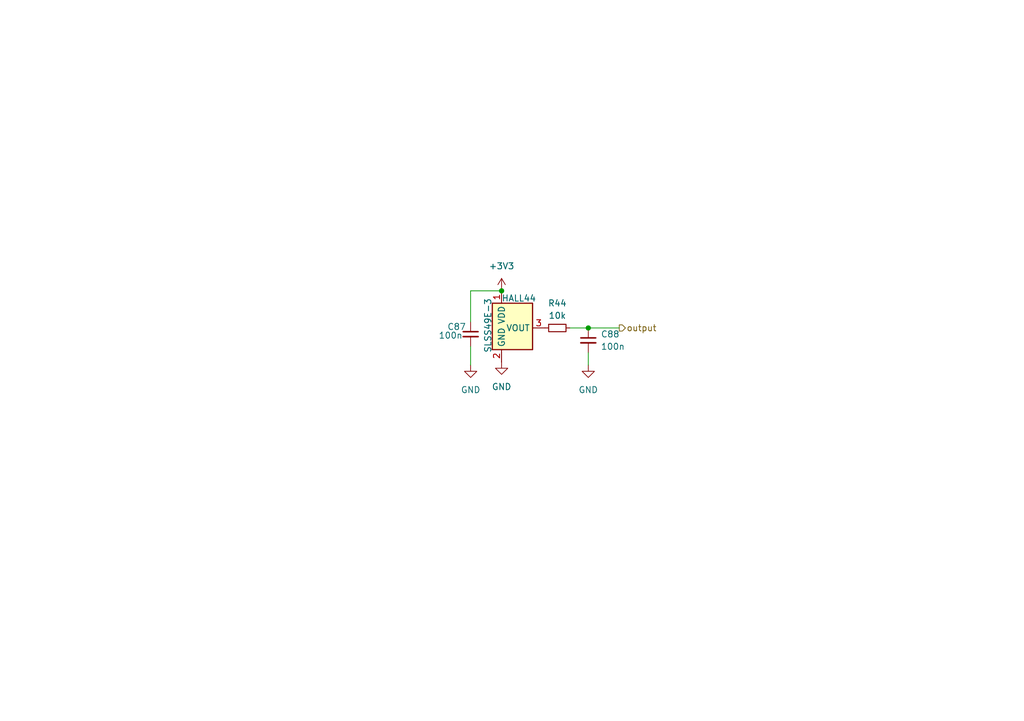
<source format=kicad_sch>
(kicad_sch
	(version 20231120)
	(generator "eeschema")
	(generator_version "8.0")
	(uuid "1014c172-6729-4333-b9f3-e1fca8207ac8")
	(paper "A5")
	(lib_symbols
		(symbol "Device:C_Small"
			(pin_numbers hide)
			(pin_names
				(offset 0.254) hide)
			(exclude_from_sim no)
			(in_bom yes)
			(on_board yes)
			(property "Reference" "C"
				(at 0.254 1.778 0)
				(effects
					(font
						(size 1.27 1.27)
					)
					(justify left)
				)
			)
			(property "Value" "C_Small"
				(at 0.254 -2.032 0)
				(effects
					(font
						(size 1.27 1.27)
					)
					(justify left)
				)
			)
			(property "Footprint" ""
				(at 0 0 0)
				(effects
					(font
						(size 1.27 1.27)
					)
					(hide yes)
				)
			)
			(property "Datasheet" "~"
				(at 0 0 0)
				(effects
					(font
						(size 1.27 1.27)
					)
					(hide yes)
				)
			)
			(property "Description" "Unpolarized capacitor, small symbol"
				(at 0 0 0)
				(effects
					(font
						(size 1.27 1.27)
					)
					(hide yes)
				)
			)
			(property "ki_keywords" "capacitor cap"
				(at 0 0 0)
				(effects
					(font
						(size 1.27 1.27)
					)
					(hide yes)
				)
			)
			(property "ki_fp_filters" "C_*"
				(at 0 0 0)
				(effects
					(font
						(size 1.27 1.27)
					)
					(hide yes)
				)
			)
			(symbol "C_Small_0_1"
				(polyline
					(pts
						(xy -1.524 -0.508) (xy 1.524 -0.508)
					)
					(stroke
						(width 0.3302)
						(type default)
					)
					(fill
						(type none)
					)
				)
				(polyline
					(pts
						(xy -1.524 0.508) (xy 1.524 0.508)
					)
					(stroke
						(width 0.3048)
						(type default)
					)
					(fill
						(type none)
					)
				)
			)
			(symbol "C_Small_1_1"
				(pin passive line
					(at 0 2.54 270)
					(length 2.032)
					(name "~"
						(effects
							(font
								(size 1.27 1.27)
							)
						)
					)
					(number "1"
						(effects
							(font
								(size 1.27 1.27)
							)
						)
					)
				)
				(pin passive line
					(at 0 -2.54 90)
					(length 2.032)
					(name "~"
						(effects
							(font
								(size 1.27 1.27)
							)
						)
					)
					(number "2"
						(effects
							(font
								(size 1.27 1.27)
							)
						)
					)
				)
			)
		)
		(symbol "Device:R_Small"
			(pin_numbers hide)
			(pin_names
				(offset 0.254) hide)
			(exclude_from_sim no)
			(in_bom yes)
			(on_board yes)
			(property "Reference" "R"
				(at 0.762 0.508 0)
				(effects
					(font
						(size 1.27 1.27)
					)
					(justify left)
				)
			)
			(property "Value" "R_Small"
				(at 0.762 -1.016 0)
				(effects
					(font
						(size 1.27 1.27)
					)
					(justify left)
				)
			)
			(property "Footprint" ""
				(at 0 0 0)
				(effects
					(font
						(size 1.27 1.27)
					)
					(hide yes)
				)
			)
			(property "Datasheet" "~"
				(at 0 0 0)
				(effects
					(font
						(size 1.27 1.27)
					)
					(hide yes)
				)
			)
			(property "Description" "Resistor, small symbol"
				(at 0 0 0)
				(effects
					(font
						(size 1.27 1.27)
					)
					(hide yes)
				)
			)
			(property "ki_keywords" "R resistor"
				(at 0 0 0)
				(effects
					(font
						(size 1.27 1.27)
					)
					(hide yes)
				)
			)
			(property "ki_fp_filters" "R_*"
				(at 0 0 0)
				(effects
					(font
						(size 1.27 1.27)
					)
					(hide yes)
				)
			)
			(symbol "R_Small_0_1"
				(rectangle
					(start -0.762 1.778)
					(end 0.762 -1.778)
					(stroke
						(width 0.2032)
						(type default)
					)
					(fill
						(type none)
					)
				)
			)
			(symbol "R_Small_1_1"
				(pin passive line
					(at 0 2.54 270)
					(length 0.762)
					(name "~"
						(effects
							(font
								(size 1.27 1.27)
							)
						)
					)
					(number "1"
						(effects
							(font
								(size 1.27 1.27)
							)
						)
					)
				)
				(pin passive line
					(at 0 -2.54 90)
					(length 0.762)
					(name "~"
						(effects
							(font
								(size 1.27 1.27)
							)
						)
					)
					(number "2"
						(effects
							(font
								(size 1.27 1.27)
							)
						)
					)
				)
			)
		)
		(symbol "MoonBoard:SLSS49E-3_with_switch"
			(exclude_from_sim no)
			(in_bom yes)
			(on_board yes)
			(property "Reference" "HALL"
				(at 0.635 6.35 0)
				(effects
					(font
						(size 1.27 1.27)
					)
				)
			)
			(property "Value" "SLSS49E-3"
				(at -5.08 0.635 90)
				(effects
					(font
						(size 1.27 1.27)
					)
				)
			)
			(property "Footprint" "MoonBoard:SLSS49E-3 with MX holes"
				(at 0 -17.145 0)
				(effects
					(font
						(size 1.27 1.27)
					)
					(hide yes)
				)
			)
			(property "Datasheet" ""
				(at 0 0 0)
				(effects
					(font
						(size 1.27 1.27)
					)
					(hide yes)
				)
			)
			(property "Description" ""
				(at 0 0 0)
				(effects
					(font
						(size 1.27 1.27)
					)
					(hide yes)
				)
			)
			(symbol "SLSS49E-3_with_switch_0_1"
				(rectangle
					(start -3.81 5.08)
					(end 4.445 -4.445)
					(stroke
						(width 0.254)
						(type default)
					)
					(fill
						(type background)
					)
				)
			)
			(symbol "SLSS49E-3_with_switch_1_1"
				(pin power_in line
					(at -1.905 7.62 270)
					(length 2.54)
					(name "VDD"
						(effects
							(font
								(size 1.27 1.27)
							)
						)
					)
					(number "1"
						(effects
							(font
								(size 1.27 1.27)
							)
						)
					)
				)
				(pin power_in line
					(at -1.905 -6.985 90)
					(length 2.54)
					(name "GND"
						(effects
							(font
								(size 1.27 1.27)
							)
						)
					)
					(number "2"
						(effects
							(font
								(size 1.27 1.27)
							)
						)
					)
				)
				(pin output line
					(at 6.985 0 180)
					(length 2.54)
					(name "VOUT"
						(effects
							(font
								(size 1.27 1.27)
							)
						)
					)
					(number "3"
						(effects
							(font
								(size 1.27 1.27)
							)
						)
					)
				)
			)
		)
		(symbol "power:GND"
			(power)
			(pin_numbers hide)
			(pin_names
				(offset 0) hide)
			(exclude_from_sim no)
			(in_bom yes)
			(on_board yes)
			(property "Reference" "#PWR"
				(at 0 -6.35 0)
				(effects
					(font
						(size 1.27 1.27)
					)
					(hide yes)
				)
			)
			(property "Value" "GND"
				(at 0 -3.81 0)
				(effects
					(font
						(size 1.27 1.27)
					)
				)
			)
			(property "Footprint" ""
				(at 0 0 0)
				(effects
					(font
						(size 1.27 1.27)
					)
					(hide yes)
				)
			)
			(property "Datasheet" ""
				(at 0 0 0)
				(effects
					(font
						(size 1.27 1.27)
					)
					(hide yes)
				)
			)
			(property "Description" "Power symbol creates a global label with name \"GND\" , ground"
				(at 0 0 0)
				(effects
					(font
						(size 1.27 1.27)
					)
					(hide yes)
				)
			)
			(property "ki_keywords" "global power"
				(at 0 0 0)
				(effects
					(font
						(size 1.27 1.27)
					)
					(hide yes)
				)
			)
			(symbol "GND_0_1"
				(polyline
					(pts
						(xy 0 0) (xy 0 -1.27) (xy 1.27 -1.27) (xy 0 -2.54) (xy -1.27 -1.27) (xy 0 -1.27)
					)
					(stroke
						(width 0)
						(type default)
					)
					(fill
						(type none)
					)
				)
			)
			(symbol "GND_1_1"
				(pin power_in line
					(at 0 0 270)
					(length 0)
					(name "~"
						(effects
							(font
								(size 1.27 1.27)
							)
						)
					)
					(number "1"
						(effects
							(font
								(size 1.27 1.27)
							)
						)
					)
				)
			)
		)
		(symbol "power:VDD"
			(power)
			(pin_numbers hide)
			(pin_names
				(offset 0) hide)
			(exclude_from_sim no)
			(in_bom yes)
			(on_board yes)
			(property "Reference" "#PWR"
				(at 0 -3.81 0)
				(effects
					(font
						(size 1.27 1.27)
					)
					(hide yes)
				)
			)
			(property "Value" "VDD"
				(at 0 3.556 0)
				(effects
					(font
						(size 1.27 1.27)
					)
				)
			)
			(property "Footprint" ""
				(at 0 0 0)
				(effects
					(font
						(size 1.27 1.27)
					)
					(hide yes)
				)
			)
			(property "Datasheet" ""
				(at 0 0 0)
				(effects
					(font
						(size 1.27 1.27)
					)
					(hide yes)
				)
			)
			(property "Description" "Power symbol creates a global label with name \"VDD\""
				(at 0 0 0)
				(effects
					(font
						(size 1.27 1.27)
					)
					(hide yes)
				)
			)
			(property "ki_keywords" "global power"
				(at 0 0 0)
				(effects
					(font
						(size 1.27 1.27)
					)
					(hide yes)
				)
			)
			(symbol "VDD_0_1"
				(polyline
					(pts
						(xy -0.762 1.27) (xy 0 2.54)
					)
					(stroke
						(width 0)
						(type default)
					)
					(fill
						(type none)
					)
				)
				(polyline
					(pts
						(xy 0 0) (xy 0 2.54)
					)
					(stroke
						(width 0)
						(type default)
					)
					(fill
						(type none)
					)
				)
				(polyline
					(pts
						(xy 0 2.54) (xy 0.762 1.27)
					)
					(stroke
						(width 0)
						(type default)
					)
					(fill
						(type none)
					)
				)
			)
			(symbol "VDD_1_1"
				(pin power_in line
					(at 0 0 90)
					(length 0)
					(name "~"
						(effects
							(font
								(size 1.27 1.27)
							)
						)
					)
					(number "1"
						(effects
							(font
								(size 1.27 1.27)
							)
						)
					)
				)
			)
		)
	)
	(junction
		(at 102.87 59.69)
		(diameter 0)
		(color 0 0 0 0)
		(uuid "1e9d95a2-5a9a-4cd0-892f-a794deab8556")
	)
	(junction
		(at 120.65 67.31)
		(diameter 0)
		(color 0 0 0 0)
		(uuid "554a2600-8b20-4bd2-a892-16ff009f2a03")
	)
	(wire
		(pts
			(xy 96.52 59.69) (xy 96.52 66.04)
		)
		(stroke
			(width 0)
			(type default)
		)
		(uuid "5ce81a03-d2df-4883-893d-819122cd734f")
	)
	(wire
		(pts
			(xy 96.52 71.12) (xy 96.52 74.93)
		)
		(stroke
			(width 0)
			(type default)
		)
		(uuid "65b43a2d-030a-4579-a06e-80056444e522")
	)
	(wire
		(pts
			(xy 120.65 67.31) (xy 127 67.31)
		)
		(stroke
			(width 0)
			(type default)
		)
		(uuid "877e4d34-48bb-4f5b-8321-fe794bcd8872")
	)
	(wire
		(pts
			(xy 116.84 67.31) (xy 120.65 67.31)
		)
		(stroke
			(width 0)
			(type default)
		)
		(uuid "98008016-f183-4348-a07b-08e0977bbc94")
	)
	(wire
		(pts
			(xy 96.52 59.69) (xy 102.87 59.69)
		)
		(stroke
			(width 0)
			(type default)
		)
		(uuid "9d983925-cb02-4775-a3e2-73f8beedf010")
	)
	(wire
		(pts
			(xy 120.65 72.39) (xy 120.65 74.93)
		)
		(stroke
			(width 0)
			(type default)
		)
		(uuid "eacb1e96-1c1c-4f8a-8c88-ca7134a2d738")
	)
	(hierarchical_label "output"
		(shape output)
		(at 127 67.31 0)
		(fields_autoplaced yes)
		(effects
			(font
				(size 1.27 1.27)
			)
			(justify left)
		)
		(uuid "5aa99a2f-6a98-4efe-8982-5dffe3bb5749")
	)
	(symbol
		(lib_id "MoonBoard:SLSS49E-3_with_switch")
		(at 104.775 67.31 0)
		(unit 1)
		(exclude_from_sim no)
		(in_bom yes)
		(on_board yes)
		(dnp no)
		(uuid "29d43ca3-ce7e-4920-8d27-408843d54da5")
		(property "Reference" "HALL44"
			(at 109.982 61.214 0)
			(effects
				(font
					(size 1.27 1.27)
				)
				(justify right)
			)
		)
		(property "Value" "SLSS49E-3"
			(at 100.076 66.802 90)
			(effects
				(font
					(size 1.27 1.27)
				)
			)
		)
		(property "Footprint" "fahaj:SLSS49E-3 with MX holes"
			(at 104.775 84.455 0)
			(effects
				(font
					(size 1.27 1.27)
				)
				(hide yes)
			)
		)
		(property "Datasheet" ""
			(at 104.775 67.31 0)
			(effects
				(font
					(size 1.27 1.27)
				)
				(hide yes)
			)
		)
		(property "Description" ""
			(at 104.775 67.31 0)
			(effects
				(font
					(size 1.27 1.27)
				)
				(hide yes)
			)
		)
		(pin "1"
			(uuid "bf2be2cf-6bb8-4e9e-bf2c-beda92b8c226")
		)
		(pin "2"
			(uuid "b57bbc25-9aeb-4908-954b-6e54760ed758")
		)
		(pin "3"
			(uuid "69752135-a926-4384-bf24-54e4d7322265")
		)
		(instances
			(project "hall effect keyboard"
				(path "/d6cd2c7a-4b62-4ee3-9519-bce8a1bda3f1/84dea279-7bba-41f7-b384-a133b55ccb19/1711d358-9553-4e4f-8e41-f4572c49d38c/088e4f90-e7f6-4c1c-9ffa-f15440fa8097"
					(reference "HALL44")
					(unit 1)
				)
				(path "/d6cd2c7a-4b62-4ee3-9519-bce8a1bda3f1/84dea279-7bba-41f7-b384-a133b55ccb19/1711d358-9553-4e4f-8e41-f4572c49d38c/08d19734-b610-4f01-a164-12268bda3c20"
					(reference "HALL62")
					(unit 1)
				)
				(path "/d6cd2c7a-4b62-4ee3-9519-bce8a1bda3f1/84dea279-7bba-41f7-b384-a133b55ccb19/1711d358-9553-4e4f-8e41-f4572c49d38c/09a4f802-c018-446b-b9df-a9aefd1fb658"
					(reference "HALL11")
					(unit 1)
				)
				(path "/d6cd2c7a-4b62-4ee3-9519-bce8a1bda3f1/84dea279-7bba-41f7-b384-a133b55ccb19/1711d358-9553-4e4f-8e41-f4572c49d38c/0b13b536-ccc4-43ba-8383-6c7dd8d7bb36"
					(reference "HALL12")
					(unit 1)
				)
				(path "/d6cd2c7a-4b62-4ee3-9519-bce8a1bda3f1/84dea279-7bba-41f7-b384-a133b55ccb19/1711d358-9553-4e4f-8e41-f4572c49d38c/0ff20532-b653-4c8e-a94c-ea4784721544"
					(reference "HALL66")
					(unit 1)
				)
				(path "/d6cd2c7a-4b62-4ee3-9519-bce8a1bda3f1/84dea279-7bba-41f7-b384-a133b55ccb19/1711d358-9553-4e4f-8e41-f4572c49d38c/17c9c628-b23e-45a1-a4bc-683cb6039302"
					(reference "HALL74")
					(unit 1)
				)
				(path "/d6cd2c7a-4b62-4ee3-9519-bce8a1bda3f1/84dea279-7bba-41f7-b384-a133b55ccb19/1711d358-9553-4e4f-8e41-f4572c49d38c/1b4a8766-2d04-43a1-af34-cb34e46fd972"
					(reference "HALL38")
					(unit 1)
				)
				(path "/d6cd2c7a-4b62-4ee3-9519-bce8a1bda3f1/84dea279-7bba-41f7-b384-a133b55ccb19/1711d358-9553-4e4f-8e41-f4572c49d38c/1cc3c6a7-b879-48c2-bf82-2bf86bcff895"
					(reference "HALL65")
					(unit 1)
				)
				(path "/d6cd2c7a-4b62-4ee3-9519-bce8a1bda3f1/84dea279-7bba-41f7-b384-a133b55ccb19/1711d358-9553-4e4f-8e41-f4572c49d38c/1d228661-a4ac-4a18-ada8-9c42830c0588"
					(reference "HALL19")
					(unit 1)
				)
				(path "/d6cd2c7a-4b62-4ee3-9519-bce8a1bda3f1/84dea279-7bba-41f7-b384-a133b55ccb19/1711d358-9553-4e4f-8e41-f4572c49d38c/281e1d66-6506-4454-b517-1af559137feb"
					(reference "HALL78")
					(unit 1)
				)
				(path "/d6cd2c7a-4b62-4ee3-9519-bce8a1bda3f1/84dea279-7bba-41f7-b384-a133b55ccb19/1711d358-9553-4e4f-8e41-f4572c49d38c/2ccea943-f362-4e21-8d08-3b107671f359"
					(reference "HALL7")
					(unit 1)
				)
				(path "/d6cd2c7a-4b62-4ee3-9519-bce8a1bda3f1/84dea279-7bba-41f7-b384-a133b55ccb19/1711d358-9553-4e4f-8e41-f4572c49d38c/2ce88906-6ba8-48bd-8907-37a3670c0520"
					(reference "HALL42")
					(unit 1)
				)
				(path "/d6cd2c7a-4b62-4ee3-9519-bce8a1bda3f1/84dea279-7bba-41f7-b384-a133b55ccb19/1711d358-9553-4e4f-8e41-f4572c49d38c/2ffe7435-24af-429c-a494-141de595754c"
					(reference "HALL39")
					(unit 1)
				)
				(path "/d6cd2c7a-4b62-4ee3-9519-bce8a1bda3f1/84dea279-7bba-41f7-b384-a133b55ccb19/1711d358-9553-4e4f-8e41-f4572c49d38c/357754e4-7dce-4ded-838f-2bd6620ecc09"
					(reference "HALL57")
					(unit 1)
				)
				(path "/d6cd2c7a-4b62-4ee3-9519-bce8a1bda3f1/84dea279-7bba-41f7-b384-a133b55ccb19/1711d358-9553-4e4f-8e41-f4572c49d38c/3639f670-806b-46dc-a096-8745868d33c3"
					(reference "HALL32")
					(unit 1)
				)
				(path "/d6cd2c7a-4b62-4ee3-9519-bce8a1bda3f1/84dea279-7bba-41f7-b384-a133b55ccb19/1711d358-9553-4e4f-8e41-f4572c49d38c/3a531768-0dca-4e73-8b49-6b6ef57f9c9f"
					(reference "HALL34")
					(unit 1)
				)
				(path "/d6cd2c7a-4b62-4ee3-9519-bce8a1bda3f1/84dea279-7bba-41f7-b384-a133b55ccb19/1711d358-9553-4e4f-8e41-f4572c49d38c/3a551dc0-482e-4961-bb89-71d80d1d856e"
					(reference "HALL47")
					(unit 1)
				)
				(path "/d6cd2c7a-4b62-4ee3-9519-bce8a1bda3f1/84dea279-7bba-41f7-b384-a133b55ccb19/1711d358-9553-4e4f-8e41-f4572c49d38c/3b14e085-da98-4d64-8fb4-dc3c7ae7a342"
					(reference "HALL80")
					(unit 1)
				)
				(path "/d6cd2c7a-4b62-4ee3-9519-bce8a1bda3f1/84dea279-7bba-41f7-b384-a133b55ccb19/1711d358-9553-4e4f-8e41-f4572c49d38c/3c8c302b-470e-4e6d-a7d1-860efa5f3750"
					(reference "HALL24")
					(unit 1)
				)
				(path "/d6cd2c7a-4b62-4ee3-9519-bce8a1bda3f1/84dea279-7bba-41f7-b384-a133b55ccb19/1711d358-9553-4e4f-8e41-f4572c49d38c/3f70cf7c-ca60-4e72-a4b2-80620b28b34b"
					(reference "HALL58")
					(unit 1)
				)
				(path "/d6cd2c7a-4b62-4ee3-9519-bce8a1bda3f1/84dea279-7bba-41f7-b384-a133b55ccb19/1711d358-9553-4e4f-8e41-f4572c49d38c/4191fba8-9de8-4234-aba3-e6e713013398"
					(reference "HALL59")
					(unit 1)
				)
				(path "/d6cd2c7a-4b62-4ee3-9519-bce8a1bda3f1/84dea279-7bba-41f7-b384-a133b55ccb19/1711d358-9553-4e4f-8e41-f4572c49d38c/4ca163e0-d4a0-4633-a045-2c2b64e12ba1"
					(reference "HALL77")
					(unit 1)
				)
				(path "/d6cd2c7a-4b62-4ee3-9519-bce8a1bda3f1/84dea279-7bba-41f7-b384-a133b55ccb19/1711d358-9553-4e4f-8e41-f4572c49d38c/4e090bfc-e91b-4420-81b9-a1a6c6734aa4"
					(reference "HALL54")
					(unit 1)
				)
				(path "/d6cd2c7a-4b62-4ee3-9519-bce8a1bda3f1/84dea279-7bba-41f7-b384-a133b55ccb19/1711d358-9553-4e4f-8e41-f4572c49d38c/50971a2d-1153-4d2a-8de6-efb2f6e6c384"
					(reference "HALL17")
					(unit 1)
				)
				(path "/d6cd2c7a-4b62-4ee3-9519-bce8a1bda3f1/84dea279-7bba-41f7-b384-a133b55ccb19/1711d358-9553-4e4f-8e41-f4572c49d38c/5414eca6-5049-426d-94bf-8d1290f83e4f"
					(reference "HALL25")
					(unit 1)
				)
				(path "/d6cd2c7a-4b62-4ee3-9519-bce8a1bda3f1/84dea279-7bba-41f7-b384-a133b55ccb19/1711d358-9553-4e4f-8e41-f4572c49d38c/54aaf1cd-8fc7-4528-acdc-49425a7b0db2"
					(reference "HALL6")
					(unit 1)
				)
				(path "/d6cd2c7a-4b62-4ee3-9519-bce8a1bda3f1/84dea279-7bba-41f7-b384-a133b55ccb19/1711d358-9553-4e4f-8e41-f4572c49d38c/552854e1-fcbd-4e83-957f-37bb8d263be4"
					(reference "HALL68")
					(unit 1)
				)
				(path "/d6cd2c7a-4b62-4ee3-9519-bce8a1bda3f1/84dea279-7bba-41f7-b384-a133b55ccb19/1711d358-9553-4e4f-8e41-f4572c49d38c/55eb8601-7eee-4282-966d-c55490d9bb4d"
					(reference "HALL40")
					(unit 1)
				)
				(path "/d6cd2c7a-4b62-4ee3-9519-bce8a1bda3f1/84dea279-7bba-41f7-b384-a133b55ccb19/1711d358-9553-4e4f-8e41-f4572c49d38c/5827108e-cced-4cfc-811a-2dfb27e228f7"
					(reference "HALL72")
					(unit 1)
				)
				(path "/d6cd2c7a-4b62-4ee3-9519-bce8a1bda3f1/84dea279-7bba-41f7-b384-a133b55ccb19/1711d358-9553-4e4f-8e41-f4572c49d38c/5b7c59f6-3dc3-4561-884e-b84c985cda7d"
					(reference "HALL29")
					(unit 1)
				)
				(path "/d6cd2c7a-4b62-4ee3-9519-bce8a1bda3f1/84dea279-7bba-41f7-b384-a133b55ccb19/1711d358-9553-4e4f-8e41-f4572c49d38c/60e7254f-2ae5-4f92-b9c5-cedafc9b75a3"
					(reference "HALL2")
					(unit 1)
				)
				(path "/d6cd2c7a-4b62-4ee3-9519-bce8a1bda3f1/84dea279-7bba-41f7-b384-a133b55ccb19/1711d358-9553-4e4f-8e41-f4572c49d38c/66cdde5f-df8c-4d5c-ad0e-0abd7d8cae50"
					(reference "HALL21")
					(unit 1)
				)
				(path "/d6cd2c7a-4b62-4ee3-9519-bce8a1bda3f1/84dea279-7bba-41f7-b384-a133b55ccb19/1711d358-9553-4e4f-8e41-f4572c49d38c/67deb146-a6ae-43cf-a122-f4c8e7086617"
					(reference "HALL50")
					(unit 1)
				)
				(path "/d6cd2c7a-4b62-4ee3-9519-bce8a1bda3f1/84dea279-7bba-41f7-b384-a133b55ccb19/1711d358-9553-4e4f-8e41-f4572c49d38c/6bf9d584-9f10-452f-8ef8-5fb54a0ee7b4"
					(reference "HALL14")
					(unit 1)
				)
				(path "/d6cd2c7a-4b62-4ee3-9519-bce8a1bda3f1/84dea279-7bba-41f7-b384-a133b55ccb19/1711d358-9553-4e4f-8e41-f4572c49d38c/79bb79da-c4a3-4985-a131-8005de6ea478"
					(reference "HALL53")
					(unit 1)
				)
				(path "/d6cd2c7a-4b62-4ee3-9519-bce8a1bda3f1/84dea279-7bba-41f7-b384-a133b55ccb19/1711d358-9553-4e4f-8e41-f4572c49d38c/8169ed47-7c7c-4a57-a5ad-bc6b970c141c"
					(reference "HALL48")
					(unit 1)
				)
				(path "/d6cd2c7a-4b62-4ee3-9519-bce8a1bda3f1/84dea279-7bba-41f7-b384-a133b55ccb19/1711d358-9553-4e4f-8e41-f4572c49d38c/838b4784-4a3f-4c47-a4d1-02af1ed7e122"
					(reference "HALL36")
					(unit 1)
				)
				(path "/d6cd2c7a-4b62-4ee3-9519-bce8a1bda3f1/84dea279-7bba-41f7-b384-a133b55ccb19/1711d358-9553-4e4f-8e41-f4572c49d38c/8668f9ed-ff21-4e54-a822-1e30a635d958"
					(reference "HALL23")
					(unit 1)
				)
				(path "/d6cd2c7a-4b62-4ee3-9519-bce8a1bda3f1/84dea279-7bba-41f7-b384-a133b55ccb19/1711d358-9553-4e4f-8e41-f4572c49d38c/8a0d5975-cd91-4a53-b0a5-123440eadeb3"
					(reference "HALL45")
					(unit 1)
				)
				(path "/d6cd2c7a-4b62-4ee3-9519-bce8a1bda3f1/84dea279-7bba-41f7-b384-a133b55ccb19/1711d358-9553-4e4f-8e41-f4572c49d38c/8b303205-73d1-45cb-88b3-0c6110c5b98e"
					(reference "HALL51")
					(unit 1)
				)
				(path "/d6cd2c7a-4b62-4ee3-9519-bce8a1bda3f1/84dea279-7bba-41f7-b384-a133b55ccb19/1711d358-9553-4e4f-8e41-f4572c49d38c/8de5ab32-a0e6-44fb-9a0a-59859aae7c45"
					(reference "HALL52")
					(unit 1)
				)
				(path "/d6cd2c7a-4b62-4ee3-9519-bce8a1bda3f1/84dea279-7bba-41f7-b384-a133b55ccb19/1711d358-9553-4e4f-8e41-f4572c49d38c/8ee51c45-d18c-4596-bc8c-3d5c1bf89833"
					(reference "HALL20")
					(unit 1)
				)
				(path "/d6cd2c7a-4b62-4ee3-9519-bce8a1bda3f1/84dea279-7bba-41f7-b384-a133b55ccb19/1711d358-9553-4e4f-8e41-f4572c49d38c/8fff48f4-b141-4ce2-b83a-d94f284567cd"
					(reference "HALL76")
					(unit 1)
				)
				(path "/d6cd2c7a-4b62-4ee3-9519-bce8a1bda3f1/84dea279-7bba-41f7-b384-a133b55ccb19/1711d358-9553-4e4f-8e41-f4572c49d38c/92327e56-1af4-4749-a18e-b6f0993d165c"
					(reference "HALL26")
					(unit 1)
				)
				(path "/d6cd2c7a-4b62-4ee3-9519-bce8a1bda3f1/84dea279-7bba-41f7-b384-a133b55ccb19/1711d358-9553-4e4f-8e41-f4572c49d38c/9397ff23-22f3-4fb5-a58d-47ee3ffc8658"
					(reference "HALL41")
					(unit 1)
				)
				(path "/d6cd2c7a-4b62-4ee3-9519-bce8a1bda3f1/84dea279-7bba-41f7-b384-a133b55ccb19/1711d358-9553-4e4f-8e41-f4572c49d38c/989ef8e3-7fa5-4001-8323-3e37a5cfd62a"
					(reference "HALL56")
					(unit 1)
				)
				(path "/d6cd2c7a-4b62-4ee3-9519-bce8a1bda3f1/84dea279-7bba-41f7-b384-a133b55ccb19/1711d358-9553-4e4f-8e41-f4572c49d38c/9aa76cb7-df4e-4481-9a98-c81dadff8eaa"
					(reference "HALL35")
					(unit 1)
				)
				(path "/d6cd2c7a-4b62-4ee3-9519-bce8a1bda3f1/84dea279-7bba-41f7-b384-a133b55ccb19/1711d358-9553-4e4f-8e41-f4572c49d38c/9b9cd597-b216-4b27-9e10-0208c56f0d7b"
					(reference "HALL71")
					(unit 1)
				)
				(path "/d6cd2c7a-4b62-4ee3-9519-bce8a1bda3f1/84dea279-7bba-41f7-b384-a133b55ccb19/1711d358-9553-4e4f-8e41-f4572c49d38c/9c0909a9-6493-4872-b5c4-9ad27158976c"
					(reference "HALL61")
					(unit 1)
				)
				(path "/d6cd2c7a-4b62-4ee3-9519-bce8a1bda3f1/84dea279-7bba-41f7-b384-a133b55ccb19/1711d358-9553-4e4f-8e41-f4572c49d38c/a125b326-bb33-4f27-9e29-484cd16a117b"
					(reference "HALL18")
					(unit 1)
				)
				(path "/d6cd2c7a-4b62-4ee3-9519-bce8a1bda3f1/84dea279-7bba-41f7-b384-a133b55ccb19/1711d358-9553-4e4f-8e41-f4572c49d38c/a45adb68-6602-4694-a66f-2ebf47d47a7e"
					(reference "HALL13")
					(unit 1)
				)
				(path "/d6cd2c7a-4b62-4ee3-9519-bce8a1bda3f1/84dea279-7bba-41f7-b384-a133b55ccb19/1711d358-9553-4e4f-8e41-f4572c49d38c/a57b873f-6fa7-480b-bd5b-81a7769137c4"
					(reference "HALL67")
					(unit 1)
				)
				(path "/d6cd2c7a-4b62-4ee3-9519-bce8a1bda3f1/84dea279-7bba-41f7-b384-a133b55ccb19/1711d358-9553-4e4f-8e41-f4572c49d38c/a787cd30-9691-4304-b665-6a25d5f9fb5b"
					(reference "HALL1")
					(unit 1)
				)
				(path "/d6cd2c7a-4b62-4ee3-9519-bce8a1bda3f1/84dea279-7bba-41f7-b384-a133b55ccb19/1711d358-9553-4e4f-8e41-f4572c49d38c/acc64ef1-b570-42fb-b23b-ea6084f488bb"
					(reference "HALL27")
					(unit 1)
				)
				(path "/d6cd2c7a-4b62-4ee3-9519-bce8a1bda3f1/84dea279-7bba-41f7-b384-a133b55ccb19/1711d358-9553-4e4f-8e41-f4572c49d38c/af9770c9-d161-488d-aadb-d3f65d7026af"
					(reference "HALL70")
					(unit 1)
				)
				(path "/d6cd2c7a-4b62-4ee3-9519-bce8a1bda3f1/84dea279-7bba-41f7-b384-a133b55ccb19/1711d358-9553-4e4f-8e41-f4572c49d38c/b32d1074-c0c9-4861-b13e-d9b343f79bb9"
					(reference "HALL55")
					(unit 1)
				)
				(path "/d6cd2c7a-4b62-4ee3-9519-bce8a1bda3f1/84dea279-7bba-41f7-b384-a133b55ccb19/1711d358-9553-4e4f-8e41-f4572c49d38c/b71d2939-4811-409e-b4c0-42b229be5474"
					(reference "HALL75")
					(unit 1)
				)
				(path "/d6cd2c7a-4b62-4ee3-9519-bce8a1bda3f1/84dea279-7bba-41f7-b384-a133b55ccb19/1711d358-9553-4e4f-8e41-f4572c49d38c/b72420bb-70d1-42b8-81e4-57e19e35473c"
					(reference "HALL60")
					(unit 1)
				)
				(path "/d6cd2c7a-4b62-4ee3-9519-bce8a1bda3f1/84dea279-7bba-41f7-b384-a133b55ccb19/1711d358-9553-4e4f-8e41-f4572c49d38c/bbeeceda-9225-4da3-860c-b68f457dd9d7"
					(reference "HALL63")
					(unit 1)
				)
				(path "/d6cd2c7a-4b62-4ee3-9519-bce8a1bda3f1/84dea279-7bba-41f7-b384-a133b55ccb19/1711d358-9553-4e4f-8e41-f4572c49d38c/bff24d73-6a00-423f-9070-f4fec1da61d9"
					(reference "HALL10")
					(unit 1)
				)
				(path "/d6cd2c7a-4b62-4ee3-9519-bce8a1bda3f1/84dea279-7bba-41f7-b384-a133b55ccb19/1711d358-9553-4e4f-8e41-f4572c49d38c/c2757442-03ff-4604-a711-9e580407e50c"
					(reference "HALL3")
					(unit 1)
				)
				(path "/d6cd2c7a-4b62-4ee3-9519-bce8a1bda3f1/84dea279-7bba-41f7-b384-a133b55ccb19/1711d358-9553-4e4f-8e41-f4572c49d38c/c50b8ec4-fb42-4010-9e8a-8da9dbf49a6d"
					(reference "HALL69")
					(unit 1)
				)
				(path "/d6cd2c7a-4b62-4ee3-9519-bce8a1bda3f1/84dea279-7bba-41f7-b384-a133b55ccb19/1711d358-9553-4e4f-8e41-f4572c49d38c/c5d02aa4-5c8b-4239-ba39-155b0e6d2889"
					(reference "HALL31")
					(unit 1)
				)
				(path "/d6cd2c7a-4b62-4ee3-9519-bce8a1bda3f1/84dea279-7bba-41f7-b384-a133b55ccb19/1711d358-9553-4e4f-8e41-f4572c49d38c/cb20c0a1-d809-4b7a-a99c-48ae682284b5"
					(reference "HALL28")
					(unit 1)
				)
				(path "/d6cd2c7a-4b62-4ee3-9519-bce8a1bda3f1/84dea279-7bba-41f7-b384-a133b55ccb19/1711d358-9553-4e4f-8e41-f4572c49d38c/cc8d161d-79ec-4a42-a742-0b38ab45eb0f"
					(reference "HALL8")
					(unit 1)
				)
				(path "/d6cd2c7a-4b62-4ee3-9519-bce8a1bda3f1/84dea279-7bba-41f7-b384-a133b55ccb19/1711d358-9553-4e4f-8e41-f4572c49d38c/d0135963-64a6-4109-a86e-39e55ecddbd2"
					(reference "HALL37")
					(unit 1)
				)
				(path "/d6cd2c7a-4b62-4ee3-9519-bce8a1bda3f1/84dea279-7bba-41f7-b384-a133b55ccb19/1711d358-9553-4e4f-8e41-f4572c49d38c/d260725c-722f-4780-9506-dfaaf542be40"
					(reference "HALL79")
					(unit 1)
				)
				(path "/d6cd2c7a-4b62-4ee3-9519-bce8a1bda3f1/84dea279-7bba-41f7-b384-a133b55ccb19/1711d358-9553-4e4f-8e41-f4572c49d38c/d679d7f0-a36b-4b55-8264-27b276d8b880"
					(reference "HALL33")
					(unit 1)
				)
				(path "/d6cd2c7a-4b62-4ee3-9519-bce8a1bda3f1/84dea279-7bba-41f7-b384-a133b55ccb19/1711d358-9553-4e4f-8e41-f4572c49d38c/de6f8b42-7111-4487-925f-051896cefac2"
					(reference "HALL64")
					(unit 1)
				)
				(path "/d6cd2c7a-4b62-4ee3-9519-bce8a1bda3f1/84dea279-7bba-41f7-b384-a133b55ccb19/1711d358-9553-4e4f-8e41-f4572c49d38c/dee25efc-007a-4941-b559-03f517f490cf"
					(reference "HALL46")
					(unit 1)
				)
				(path "/d6cd2c7a-4b62-4ee3-9519-bce8a1bda3f1/84dea279-7bba-41f7-b384-a133b55ccb19/1711d358-9553-4e4f-8e41-f4572c49d38c/e0ad6b91-7f6e-4ed2-b66f-0ac6453d4104"
					(reference "HALL43")
					(unit 1)
				)
				(path "/d6cd2c7a-4b62-4ee3-9519-bce8a1bda3f1/84dea279-7bba-41f7-b384-a133b55ccb19/1711d358-9553-4e4f-8e41-f4572c49d38c/e2b7a223-4273-4fae-a474-c6d15c1fdff3"
					(reference "HALL9")
					(unit 1)
				)
				(path "/d6cd2c7a-4b62-4ee3-9519-bce8a1bda3f1/84dea279-7bba-41f7-b384-a133b55ccb19/1711d358-9553-4e4f-8e41-f4572c49d38c/e6fa289b-b329-4dac-a583-0a2bd86d8c84"
					(reference "HALL5")
					(unit 1)
				)
				(path "/d6cd2c7a-4b62-4ee3-9519-bce8a1bda3f1/84dea279-7bba-41f7-b384-a133b55ccb19/1711d358-9553-4e4f-8e41-f4572c49d38c/e9281a07-d348-4347-93f6-5c07db76bfb3"
					(reference "HALL81")
					(unit 1)
				)
				(path "/d6cd2c7a-4b62-4ee3-9519-bce8a1bda3f1/84dea279-7bba-41f7-b384-a133b55ccb19/1711d358-9553-4e4f-8e41-f4572c49d38c/ea1d63cf-afaf-4a79-ae28-84440ed4667b"
					(reference "HALL73")
					(unit 1)
				)
				(path "/d6cd2c7a-4b62-4ee3-9519-bce8a1bda3f1/84dea279-7bba-41f7-b384-a133b55ccb19/1711d358-9553-4e4f-8e41-f4572c49d38c/ed86a764-7aaf-48d6-8387-c710a582791d"
					(reference "HALL15")
					(unit 1)
				)
				(path "/d6cd2c7a-4b62-4ee3-9519-bce8a1bda3f1/84dea279-7bba-41f7-b384-a133b55ccb19/1711d358-9553-4e4f-8e41-f4572c49d38c/ef63609b-d35f-4c73-8255-0a558a4f90bd"
					(reference "HALL30")
					(unit 1)
				)
				(path "/d6cd2c7a-4b62-4ee3-9519-bce8a1bda3f1/84dea279-7bba-41f7-b384-a133b55ccb19/1711d358-9553-4e4f-8e41-f4572c49d38c/f19092d1-7fa4-4045-962d-517d4ded34b6"
					(reference "HALL16")
					(unit 1)
				)
				(path "/d6cd2c7a-4b62-4ee3-9519-bce8a1bda3f1/84dea279-7bba-41f7-b384-a133b55ccb19/1711d358-9553-4e4f-8e41-f4572c49d38c/f1c54a24-f0ad-4bca-be4a-585e16d4f4e2"
					(reference "HALL49")
					(unit 1)
				)
				(path "/d6cd2c7a-4b62-4ee3-9519-bce8a1bda3f1/84dea279-7bba-41f7-b384-a133b55ccb19/1711d358-9553-4e4f-8e41-f4572c49d38c/fb2afdd0-6b98-4527-8a79-dc2a9d9227e2"
					(reference "HALL22")
					(unit 1)
				)
				(path "/d6cd2c7a-4b62-4ee3-9519-bce8a1bda3f1/84dea279-7bba-41f7-b384-a133b55ccb19/1711d358-9553-4e4f-8e41-f4572c49d38c/fd3f2cc7-9151-4e14-922e-8fa95cb68e4f"
					(reference "HALL4")
					(unit 1)
				)
			)
		)
	)
	(symbol
		(lib_id "Device:R_Small")
		(at 114.3 67.31 90)
		(unit 1)
		(exclude_from_sim no)
		(in_bom yes)
		(on_board yes)
		(dnp no)
		(fields_autoplaced yes)
		(uuid "3d829209-25df-482d-86ce-bfd9490cb7a8")
		(property "Reference" "R44"
			(at 114.3 62.23 90)
			(effects
				(font
					(size 1.27 1.27)
				)
			)
		)
		(property "Value" "10k"
			(at 114.3 64.77 90)
			(effects
				(font
					(size 1.27 1.27)
				)
			)
		)
		(property "Footprint" "Resistor_SMD:R_0402_1005Metric"
			(at 114.3 67.31 0)
			(effects
				(font
					(size 1.27 1.27)
				)
				(hide yes)
			)
		)
		(property "Datasheet" "~"
			(at 114.3 67.31 0)
			(effects
				(font
					(size 1.27 1.27)
				)
				(hide yes)
			)
		)
		(property "Description" "Resistor, small symbol"
			(at 114.3 67.31 0)
			(effects
				(font
					(size 1.27 1.27)
				)
				(hide yes)
			)
		)
		(pin "2"
			(uuid "8edf460f-aa3a-4615-b6ce-0240c58d73d7")
		)
		(pin "1"
			(uuid "30b70aea-4275-46a3-a5e6-9c4ffbae0315")
		)
		(instances
			(project "hall effect keyboard"
				(path "/d6cd2c7a-4b62-4ee3-9519-bce8a1bda3f1/84dea279-7bba-41f7-b384-a133b55ccb19/1711d358-9553-4e4f-8e41-f4572c49d38c/088e4f90-e7f6-4c1c-9ffa-f15440fa8097"
					(reference "R44")
					(unit 1)
				)
				(path "/d6cd2c7a-4b62-4ee3-9519-bce8a1bda3f1/84dea279-7bba-41f7-b384-a133b55ccb19/1711d358-9553-4e4f-8e41-f4572c49d38c/08d19734-b610-4f01-a164-12268bda3c20"
					(reference "R62")
					(unit 1)
				)
				(path "/d6cd2c7a-4b62-4ee3-9519-bce8a1bda3f1/84dea279-7bba-41f7-b384-a133b55ccb19/1711d358-9553-4e4f-8e41-f4572c49d38c/09a4f802-c018-446b-b9df-a9aefd1fb658"
					(reference "R11")
					(unit 1)
				)
				(path "/d6cd2c7a-4b62-4ee3-9519-bce8a1bda3f1/84dea279-7bba-41f7-b384-a133b55ccb19/1711d358-9553-4e4f-8e41-f4572c49d38c/0b13b536-ccc4-43ba-8383-6c7dd8d7bb36"
					(reference "R12")
					(unit 1)
				)
				(path "/d6cd2c7a-4b62-4ee3-9519-bce8a1bda3f1/84dea279-7bba-41f7-b384-a133b55ccb19/1711d358-9553-4e4f-8e41-f4572c49d38c/0ff20532-b653-4c8e-a94c-ea4784721544"
					(reference "R66")
					(unit 1)
				)
				(path "/d6cd2c7a-4b62-4ee3-9519-bce8a1bda3f1/84dea279-7bba-41f7-b384-a133b55ccb19/1711d358-9553-4e4f-8e41-f4572c49d38c/17c9c628-b23e-45a1-a4bc-683cb6039302"
					(reference "R74")
					(unit 1)
				)
				(path "/d6cd2c7a-4b62-4ee3-9519-bce8a1bda3f1/84dea279-7bba-41f7-b384-a133b55ccb19/1711d358-9553-4e4f-8e41-f4572c49d38c/1b4a8766-2d04-43a1-af34-cb34e46fd972"
					(reference "R38")
					(unit 1)
				)
				(path "/d6cd2c7a-4b62-4ee3-9519-bce8a1bda3f1/84dea279-7bba-41f7-b384-a133b55ccb19/1711d358-9553-4e4f-8e41-f4572c49d38c/1cc3c6a7-b879-48c2-bf82-2bf86bcff895"
					(reference "R65")
					(unit 1)
				)
				(path "/d6cd2c7a-4b62-4ee3-9519-bce8a1bda3f1/84dea279-7bba-41f7-b384-a133b55ccb19/1711d358-9553-4e4f-8e41-f4572c49d38c/1d228661-a4ac-4a18-ada8-9c42830c0588"
					(reference "R19")
					(unit 1)
				)
				(path "/d6cd2c7a-4b62-4ee3-9519-bce8a1bda3f1/84dea279-7bba-41f7-b384-a133b55ccb19/1711d358-9553-4e4f-8e41-f4572c49d38c/281e1d66-6506-4454-b517-1af559137feb"
					(reference "R78")
					(unit 1)
				)
				(path "/d6cd2c7a-4b62-4ee3-9519-bce8a1bda3f1/84dea279-7bba-41f7-b384-a133b55ccb19/1711d358-9553-4e4f-8e41-f4572c49d38c/2ccea943-f362-4e21-8d08-3b107671f359"
					(reference "R7")
					(unit 1)
				)
				(path "/d6cd2c7a-4b62-4ee3-9519-bce8a1bda3f1/84dea279-7bba-41f7-b384-a133b55ccb19/1711d358-9553-4e4f-8e41-f4572c49d38c/2ce88906-6ba8-48bd-8907-37a3670c0520"
					(reference "R42")
					(unit 1)
				)
				(path "/d6cd2c7a-4b62-4ee3-9519-bce8a1bda3f1/84dea279-7bba-41f7-b384-a133b55ccb19/1711d358-9553-4e4f-8e41-f4572c49d38c/2ffe7435-24af-429c-a494-141de595754c"
					(reference "R39")
					(unit 1)
				)
				(path "/d6cd2c7a-4b62-4ee3-9519-bce8a1bda3f1/84dea279-7bba-41f7-b384-a133b55ccb19/1711d358-9553-4e4f-8e41-f4572c49d38c/357754e4-7dce-4ded-838f-2bd6620ecc09"
					(reference "R57")
					(unit 1)
				)
				(path "/d6cd2c7a-4b62-4ee3-9519-bce8a1bda3f1/84dea279-7bba-41f7-b384-a133b55ccb19/1711d358-9553-4e4f-8e41-f4572c49d38c/3639f670-806b-46dc-a096-8745868d33c3"
					(reference "R32")
					(unit 1)
				)
				(path "/d6cd2c7a-4b62-4ee3-9519-bce8a1bda3f1/84dea279-7bba-41f7-b384-a133b55ccb19/1711d358-9553-4e4f-8e41-f4572c49d38c/3a531768-0dca-4e73-8b49-6b6ef57f9c9f"
					(reference "R34")
					(unit 1)
				)
				(path "/d6cd2c7a-4b62-4ee3-9519-bce8a1bda3f1/84dea279-7bba-41f7-b384-a133b55ccb19/1711d358-9553-4e4f-8e41-f4572c49d38c/3a551dc0-482e-4961-bb89-71d80d1d856e"
					(reference "R47")
					(unit 1)
				)
				(path "/d6cd2c7a-4b62-4ee3-9519-bce8a1bda3f1/84dea279-7bba-41f7-b384-a133b55ccb19/1711d358-9553-4e4f-8e41-f4572c49d38c/3b14e085-da98-4d64-8fb4-dc3c7ae7a342"
					(reference "R80")
					(unit 1)
				)
				(path "/d6cd2c7a-4b62-4ee3-9519-bce8a1bda3f1/84dea279-7bba-41f7-b384-a133b55ccb19/1711d358-9553-4e4f-8e41-f4572c49d38c/3c8c302b-470e-4e6d-a7d1-860efa5f3750"
					(reference "R24")
					(unit 1)
				)
				(path "/d6cd2c7a-4b62-4ee3-9519-bce8a1bda3f1/84dea279-7bba-41f7-b384-a133b55ccb19/1711d358-9553-4e4f-8e41-f4572c49d38c/3f70cf7c-ca60-4e72-a4b2-80620b28b34b"
					(reference "R58")
					(unit 1)
				)
				(path "/d6cd2c7a-4b62-4ee3-9519-bce8a1bda3f1/84dea279-7bba-41f7-b384-a133b55ccb19/1711d358-9553-4e4f-8e41-f4572c49d38c/4191fba8-9de8-4234-aba3-e6e713013398"
					(reference "R59")
					(unit 1)
				)
				(path "/d6cd2c7a-4b62-4ee3-9519-bce8a1bda3f1/84dea279-7bba-41f7-b384-a133b55ccb19/1711d358-9553-4e4f-8e41-f4572c49d38c/4ca163e0-d4a0-4633-a045-2c2b64e12ba1"
					(reference "R77")
					(unit 1)
				)
				(path "/d6cd2c7a-4b62-4ee3-9519-bce8a1bda3f1/84dea279-7bba-41f7-b384-a133b55ccb19/1711d358-9553-4e4f-8e41-f4572c49d38c/4e090bfc-e91b-4420-81b9-a1a6c6734aa4"
					(reference "R54")
					(unit 1)
				)
				(path "/d6cd2c7a-4b62-4ee3-9519-bce8a1bda3f1/84dea279-7bba-41f7-b384-a133b55ccb19/1711d358-9553-4e4f-8e41-f4572c49d38c/50971a2d-1153-4d2a-8de6-efb2f6e6c384"
					(reference "R17")
					(unit 1)
				)
				(path "/d6cd2c7a-4b62-4ee3-9519-bce8a1bda3f1/84dea279-7bba-41f7-b384-a133b55ccb19/1711d358-9553-4e4f-8e41-f4572c49d38c/5414eca6-5049-426d-94bf-8d1290f83e4f"
					(reference "R25")
					(unit 1)
				)
				(path "/d6cd2c7a-4b62-4ee3-9519-bce8a1bda3f1/84dea279-7bba-41f7-b384-a133b55ccb19/1711d358-9553-4e4f-8e41-f4572c49d38c/54aaf1cd-8fc7-4528-acdc-49425a7b0db2"
					(reference "R6")
					(unit 1)
				)
				(path "/d6cd2c7a-4b62-4ee3-9519-bce8a1bda3f1/84dea279-7bba-41f7-b384-a133b55ccb19/1711d358-9553-4e4f-8e41-f4572c49d38c/552854e1-fcbd-4e83-957f-37bb8d263be4"
					(reference "R68")
					(unit 1)
				)
				(path "/d6cd2c7a-4b62-4ee3-9519-bce8a1bda3f1/84dea279-7bba-41f7-b384-a133b55ccb19/1711d358-9553-4e4f-8e41-f4572c49d38c/55eb8601-7eee-4282-966d-c55490d9bb4d"
					(reference "R40")
					(unit 1)
				)
				(path "/d6cd2c7a-4b62-4ee3-9519-bce8a1bda3f1/84dea279-7bba-41f7-b384-a133b55ccb19/1711d358-9553-4e4f-8e41-f4572c49d38c/5827108e-cced-4cfc-811a-2dfb27e228f7"
					(reference "R72")
					(unit 1)
				)
				(path "/d6cd2c7a-4b62-4ee3-9519-bce8a1bda3f1/84dea279-7bba-41f7-b384-a133b55ccb19/1711d358-9553-4e4f-8e41-f4572c49d38c/5b7c59f6-3dc3-4561-884e-b84c985cda7d"
					(reference "R29")
					(unit 1)
				)
				(path "/d6cd2c7a-4b62-4ee3-9519-bce8a1bda3f1/84dea279-7bba-41f7-b384-a133b55ccb19/1711d358-9553-4e4f-8e41-f4572c49d38c/60e7254f-2ae5-4f92-b9c5-cedafc9b75a3"
					(reference "R2")
					(unit 1)
				)
				(path "/d6cd2c7a-4b62-4ee3-9519-bce8a1bda3f1/84dea279-7bba-41f7-b384-a133b55ccb19/1711d358-9553-4e4f-8e41-f4572c49d38c/66cdde5f-df8c-4d5c-ad0e-0abd7d8cae50"
					(reference "R21")
					(unit 1)
				)
				(path "/d6cd2c7a-4b62-4ee3-9519-bce8a1bda3f1/84dea279-7bba-41f7-b384-a133b55ccb19/1711d358-9553-4e4f-8e41-f4572c49d38c/67deb146-a6ae-43cf-a122-f4c8e7086617"
					(reference "R50")
					(unit 1)
				)
				(path "/d6cd2c7a-4b62-4ee3-9519-bce8a1bda3f1/84dea279-7bba-41f7-b384-a133b55ccb19/1711d358-9553-4e4f-8e41-f4572c49d38c/6bf9d584-9f10-452f-8ef8-5fb54a0ee7b4"
					(reference "R14")
					(unit 1)
				)
				(path "/d6cd2c7a-4b62-4ee3-9519-bce8a1bda3f1/84dea279-7bba-41f7-b384-a133b55ccb19/1711d358-9553-4e4f-8e41-f4572c49d38c/79bb79da-c4a3-4985-a131-8005de6ea478"
					(reference "R53")
					(unit 1)
				)
				(path "/d6cd2c7a-4b62-4ee3-9519-bce8a1bda3f1/84dea279-7bba-41f7-b384-a133b55ccb19/1711d358-9553-4e4f-8e41-f4572c49d38c/8169ed47-7c7c-4a57-a5ad-bc6b970c141c"
					(reference "R48")
					(unit 1)
				)
				(path "/d6cd2c7a-4b62-4ee3-9519-bce8a1bda3f1/84dea279-7bba-41f7-b384-a133b55ccb19/1711d358-9553-4e4f-8e41-f4572c49d38c/838b4784-4a3f-4c47-a4d1-02af1ed7e122"
					(reference "R36")
					(unit 1)
				)
				(path "/d6cd2c7a-4b62-4ee3-9519-bce8a1bda3f1/84dea279-7bba-41f7-b384-a133b55ccb19/1711d358-9553-4e4f-8e41-f4572c49d38c/8668f9ed-ff21-4e54-a822-1e30a635d958"
					(reference "R23")
					(unit 1)
				)
				(path "/d6cd2c7a-4b62-4ee3-9519-bce8a1bda3f1/84dea279-7bba-41f7-b384-a133b55ccb19/1711d358-9553-4e4f-8e41-f4572c49d38c/8a0d5975-cd91-4a53-b0a5-123440eadeb3"
					(reference "R45")
					(unit 1)
				)
				(path "/d6cd2c7a-4b62-4ee3-9519-bce8a1bda3f1/84dea279-7bba-41f7-b384-a133b55ccb19/1711d358-9553-4e4f-8e41-f4572c49d38c/8b303205-73d1-45cb-88b3-0c6110c5b98e"
					(reference "R51")
					(unit 1)
				)
				(path "/d6cd2c7a-4b62-4ee3-9519-bce8a1bda3f1/84dea279-7bba-41f7-b384-a133b55ccb19/1711d358-9553-4e4f-8e41-f4572c49d38c/8de5ab32-a0e6-44fb-9a0a-59859aae7c45"
					(reference "R52")
					(unit 1)
				)
				(path "/d6cd2c7a-4b62-4ee3-9519-bce8a1bda3f1/84dea279-7bba-41f7-b384-a133b55ccb19/1711d358-9553-4e4f-8e41-f4572c49d38c/8ee51c45-d18c-4596-bc8c-3d5c1bf89833"
					(reference "R20")
					(unit 1)
				)
				(path "/d6cd2c7a-4b62-4ee3-9519-bce8a1bda3f1/84dea279-7bba-41f7-b384-a133b55ccb19/1711d358-9553-4e4f-8e41-f4572c49d38c/8fff48f4-b141-4ce2-b83a-d94f284567cd"
					(reference "R76")
					(unit 1)
				)
				(path "/d6cd2c7a-4b62-4ee3-9519-bce8a1bda3f1/84dea279-7bba-41f7-b384-a133b55ccb19/1711d358-9553-4e4f-8e41-f4572c49d38c/92327e56-1af4-4749-a18e-b6f0993d165c"
					(reference "R26")
					(unit 1)
				)
				(path "/d6cd2c7a-4b62-4ee3-9519-bce8a1bda3f1/84dea279-7bba-41f7-b384-a133b55ccb19/1711d358-9553-4e4f-8e41-f4572c49d38c/9397ff23-22f3-4fb5-a58d-47ee3ffc8658"
					(reference "R41")
					(unit 1)
				)
				(path "/d6cd2c7a-4b62-4ee3-9519-bce8a1bda3f1/84dea279-7bba-41f7-b384-a133b55ccb19/1711d358-9553-4e4f-8e41-f4572c49d38c/989ef8e3-7fa5-4001-8323-3e37a5cfd62a"
					(reference "R56")
					(unit 1)
				)
				(path "/d6cd2c7a-4b62-4ee3-9519-bce8a1bda3f1/84dea279-7bba-41f7-b384-a133b55ccb19/1711d358-9553-4e4f-8e41-f4572c49d38c/9aa76cb7-df4e-4481-9a98-c81dadff8eaa"
					(reference "R35")
					(unit 1)
				)
				(path "/d6cd2c7a-4b62-4ee3-9519-bce8a1bda3f1/84dea279-7bba-41f7-b384-a133b55ccb19/1711d358-9553-4e4f-8e41-f4572c49d38c/9b9cd597-b216-4b27-9e10-0208c56f0d7b"
					(reference "R71")
					(unit 1)
				)
				(path "/d6cd2c7a-4b62-4ee3-9519-bce8a1bda3f1/84dea279-7bba-41f7-b384-a133b55ccb19/1711d358-9553-4e4f-8e41-f4572c49d38c/9c0909a9-6493-4872-b5c4-9ad27158976c"
					(reference "R61")
					(unit 1)
				)
				(path "/d6cd2c7a-4b62-4ee3-9519-bce8a1bda3f1/84dea279-7bba-41f7-b384-a133b55ccb19/1711d358-9553-4e4f-8e41-f4572c49d38c/a125b326-bb33-4f27-9e29-484cd16a117b"
					(reference "R18")
					(unit 1)
				)
				(path "/d6cd2c7a-4b62-4ee3-9519-bce8a1bda3f1/84dea279-7bba-41f7-b384-a133b55ccb19/1711d358-9553-4e4f-8e41-f4572c49d38c/a45adb68-6602-4694-a66f-2ebf47d47a7e"
					(reference "R13")
					(unit 1)
				)
				(path "/d6cd2c7a-4b62-4ee3-9519-bce8a1bda3f1/84dea279-7bba-41f7-b384-a133b55ccb19/1711d358-9553-4e4f-8e41-f4572c49d38c/a57b873f-6fa7-480b-bd5b-81a7769137c4"
					(reference "R67")
					(unit 1)
				)
				(path "/d6cd2c7a-4b62-4ee3-9519-bce8a1bda3f1/84dea279-7bba-41f7-b384-a133b55ccb19/1711d358-9553-4e4f-8e41-f4572c49d38c/a787cd30-9691-4304-b665-6a25d5f9fb5b"
					(reference "R1")
					(unit 1)
				)
				(path "/d6cd2c7a-4b62-4ee3-9519-bce8a1bda3f1/84dea279-7bba-41f7-b384-a133b55ccb19/1711d358-9553-4e4f-8e41-f4572c49d38c/acc64ef1-b570-42fb-b23b-ea6084f488bb"
					(reference "R27")
					(unit 1)
				)
				(path "/d6cd2c7a-4b62-4ee3-9519-bce8a1bda3f1/84dea279-7bba-41f7-b384-a133b55ccb19/1711d358-9553-4e4f-8e41-f4572c49d38c/af9770c9-d161-488d-aadb-d3f65d7026af"
					(reference "R70")
					(unit 1)
				)
				(path "/d6cd2c7a-4b62-4ee3-9519-bce8a1bda3f1/84dea279-7bba-41f7-b384-a133b55ccb19/1711d358-9553-4e4f-8e41-f4572c49d38c/b32d1074-c0c9-4861-b13e-d9b343f79bb9"
					(reference "R55")
					(unit 1)
				)
				(path "/d6cd2c7a-4b62-4ee3-9519-bce8a1bda3f1/84dea279-7bba-41f7-b384-a133b55ccb19/1711d358-9553-4e4f-8e41-f4572c49d38c/b71d2939-4811-409e-b4c0-42b229be5474"
					(reference "R75")
					(unit 1)
				)
				(path "/d6cd2c7a-4b62-4ee3-9519-bce8a1bda3f1/84dea279-7bba-41f7-b384-a133b55ccb19/1711d358-9553-4e4f-8e41-f4572c49d38c/b72420bb-70d1-42b8-81e4-57e19e35473c"
					(reference "R60")
					(unit 1)
				)
				(path "/d6cd2c7a-4b62-4ee3-9519-bce8a1bda3f1/84dea279-7bba-41f7-b384-a133b55ccb19/1711d358-9553-4e4f-8e41-f4572c49d38c/bbeeceda-9225-4da3-860c-b68f457dd9d7"
					(reference "R63")
					(unit 1)
				)
				(path "/d6cd2c7a-4b62-4ee3-9519-bce8a1bda3f1/84dea279-7bba-41f7-b384-a133b55ccb19/1711d358-9553-4e4f-8e41-f4572c49d38c/bff24d73-6a00-423f-9070-f4fec1da61d9"
					(reference "R10")
					(unit 1)
				)
				(path "/d6cd2c7a-4b62-4ee3-9519-bce8a1bda3f1/84dea279-7bba-41f7-b384-a133b55ccb19/1711d358-9553-4e4f-8e41-f4572c49d38c/c2757442-03ff-4604-a711-9e580407e50c"
					(reference "R3")
					(unit 1)
				)
				(path "/d6cd2c7a-4b62-4ee3-9519-bce8a1bda3f1/84dea279-7bba-41f7-b384-a133b55ccb19/1711d358-9553-4e4f-8e41-f4572c49d38c/c50b8ec4-fb42-4010-9e8a-8da9dbf49a6d"
					(reference "R69")
					(unit 1)
				)
				(path "/d6cd2c7a-4b62-4ee3-9519-bce8a1bda3f1/84dea279-7bba-41f7-b384-a133b55ccb19/1711d358-9553-4e4f-8e41-f4572c49d38c/c5d02aa4-5c8b-4239-ba39-155b0e6d2889"
					(reference "R31")
					(unit 1)
				)
				(path "/d6cd2c7a-4b62-4ee3-9519-bce8a1bda3f1/84dea279-7bba-41f7-b384-a133b55ccb19/1711d358-9553-4e4f-8e41-f4572c49d38c/cb20c0a1-d809-4b7a-a99c-48ae682284b5"
					(reference "R28")
					(unit 1)
				)
				(path "/d6cd2c7a-4b62-4ee3-9519-bce8a1bda3f1/84dea279-7bba-41f7-b384-a133b55ccb19/1711d358-9553-4e4f-8e41-f4572c49d38c/cc8d161d-79ec-4a42-a742-0b38ab45eb0f"
					(reference "R8")
					(unit 1)
				)
				(path "/d6cd2c7a-4b62-4ee3-9519-bce8a1bda3f1/84dea279-7bba-41f7-b384-a133b55ccb19/1711d358-9553-4e4f-8e41-f4572c49d38c/d0135963-64a6-4109-a86e-39e55ecddbd2"
					(reference "R37")
					(unit 1)
				)
				(path "/d6cd2c7a-4b62-4ee3-9519-bce8a1bda3f1/84dea279-7bba-41f7-b384-a133b55ccb19/1711d358-9553-4e4f-8e41-f4572c49d38c/d260725c-722f-4780-9506-dfaaf542be40"
					(reference "R79")
					(unit 1)
				)
				(path "/d6cd2c7a-4b62-4ee3-9519-bce8a1bda3f1/84dea279-7bba-41f7-b384-a133b55ccb19/1711d358-9553-4e4f-8e41-f4572c49d38c/d679d7f0-a36b-4b55-8264-27b276d8b880"
					(reference "R33")
					(unit 1)
				)
				(path "/d6cd2c7a-4b62-4ee3-9519-bce8a1bda3f1/84dea279-7bba-41f7-b384-a133b55ccb19/1711d358-9553-4e4f-8e41-f4572c49d38c/de6f8b42-7111-4487-925f-051896cefac2"
					(reference "R64")
					(unit 1)
				)
				(path "/d6cd2c7a-4b62-4ee3-9519-bce8a1bda3f1/84dea279-7bba-41f7-b384-a133b55ccb19/1711d358-9553-4e4f-8e41-f4572c49d38c/dee25efc-007a-4941-b559-03f517f490cf"
					(reference "R46")
					(unit 1)
				)
				(path "/d6cd2c7a-4b62-4ee3-9519-bce8a1bda3f1/84dea279-7bba-41f7-b384-a133b55ccb19/1711d358-9553-4e4f-8e41-f4572c49d38c/e0ad6b91-7f6e-4ed2-b66f-0ac6453d4104"
					(reference "R43")
					(unit 1)
				)
				(path "/d6cd2c7a-4b62-4ee3-9519-bce8a1bda3f1/84dea279-7bba-41f7-b384-a133b55ccb19/1711d358-9553-4e4f-8e41-f4572c49d38c/e2b7a223-4273-4fae-a474-c6d15c1fdff3"
					(reference "R9")
					(unit 1)
				)
				(path "/d6cd2c7a-4b62-4ee3-9519-bce8a1bda3f1/84dea279-7bba-41f7-b384-a133b55ccb19/1711d358-9553-4e4f-8e41-f4572c49d38c/e6fa289b-b329-4dac-a583-0a2bd86d8c84"
					(reference "R5")
					(unit 1)
				)
				(path "/d6cd2c7a-4b62-4ee3-9519-bce8a1bda3f1/84dea279-7bba-41f7-b384-a133b55ccb19/1711d358-9553-4e4f-8e41-f4572c49d38c/e9281a07-d348-4347-93f6-5c07db76bfb3"
					(reference "R81")
					(unit 1)
				)
				(path "/d6cd2c7a-4b62-4ee3-9519-bce8a1bda3f1/84dea279-7bba-41f7-b384-a133b55ccb19/1711d358-9553-4e4f-8e41-f4572c49d38c/ea1d63cf-afaf-4a79-ae28-84440ed4667b"
					(reference "R73")
					(unit 1)
				)
				(path "/d6cd2c7a-4b62-4ee3-9519-bce8a1bda3f1/84dea279-7bba-41f7-b384-a133b55ccb19/1711d358-9553-4e4f-8e41-f4572c49d38c/ed86a764-7aaf-48d6-8387-c710a582791d"
					(reference "R15")
					(unit 1)
				)
				(path "/d6cd2c7a-4b62-4ee3-9519-bce8a1bda3f1/84dea279-7bba-41f7-b384-a133b55ccb19/1711d358-9553-4e4f-8e41-f4572c49d38c/ef63609b-d35f-4c73-8255-0a558a4f90bd"
					(reference "R30")
					(unit 1)
				)
				(path "/d6cd2c7a-4b62-4ee3-9519-bce8a1bda3f1/84dea279-7bba-41f7-b384-a133b55ccb19/1711d358-9553-4e4f-8e41-f4572c49d38c/f19092d1-7fa4-4045-962d-517d4ded34b6"
					(reference "R16")
					(unit 1)
				)
				(path "/d6cd2c7a-4b62-4ee3-9519-bce8a1bda3f1/84dea279-7bba-41f7-b384-a133b55ccb19/1711d358-9553-4e4f-8e41-f4572c49d38c/f1c54a24-f0ad-4bca-be4a-585e16d4f4e2"
					(reference "R49")
					(unit 1)
				)
				(path "/d6cd2c7a-4b62-4ee3-9519-bce8a1bda3f1/84dea279-7bba-41f7-b384-a133b55ccb19/1711d358-9553-4e4f-8e41-f4572c49d38c/fb2afdd0-6b98-4527-8a79-dc2a9d9227e2"
					(reference "R22")
					(unit 1)
				)
				(path "/d6cd2c7a-4b62-4ee3-9519-bce8a1bda3f1/84dea279-7bba-41f7-b384-a133b55ccb19/1711d358-9553-4e4f-8e41-f4572c49d38c/fd3f2cc7-9151-4e14-922e-8fa95cb68e4f"
					(reference "R4")
					(unit 1)
				)
			)
		)
	)
	(symbol
		(lib_id "power:VDD")
		(at 102.87 59.69 0)
		(unit 1)
		(exclude_from_sim no)
		(in_bom yes)
		(on_board yes)
		(dnp no)
		(fields_autoplaced yes)
		(uuid "74241146-6b73-44b4-a84d-f1768644a6bb")
		(property "Reference" "#PWR0174"
			(at 102.87 63.5 0)
			(effects
				(font
					(size 1.27 1.27)
				)
				(hide yes)
			)
		)
		(property "Value" "+3V3"
			(at 102.87 54.61 0)
			(effects
				(font
					(size 1.27 1.27)
				)
			)
		)
		(property "Footprint" ""
			(at 102.87 59.69 0)
			(effects
				(font
					(size 1.27 1.27)
				)
				(hide yes)
			)
		)
		(property "Datasheet" ""
			(at 102.87 59.69 0)
			(effects
				(font
					(size 1.27 1.27)
				)
				(hide yes)
			)
		)
		(property "Description" "Power symbol creates a global label with name \"VDD\""
			(at 102.87 59.69 0)
			(effects
				(font
					(size 1.27 1.27)
				)
				(hide yes)
			)
		)
		(pin "1"
			(uuid "353b1713-26ee-4f15-81bc-a98bca39ca74")
		)
		(instances
			(project "hall effect keyboard"
				(path "/d6cd2c7a-4b62-4ee3-9519-bce8a1bda3f1/84dea279-7bba-41f7-b384-a133b55ccb19/1711d358-9553-4e4f-8e41-f4572c49d38c/088e4f90-e7f6-4c1c-9ffa-f15440fa8097"
					(reference "#PWR0174")
					(unit 1)
				)
				(path "/d6cd2c7a-4b62-4ee3-9519-bce8a1bda3f1/84dea279-7bba-41f7-b384-a133b55ccb19/1711d358-9553-4e4f-8e41-f4572c49d38c/08d19734-b610-4f01-a164-12268bda3c20"
					(reference "#PWR0246")
					(unit 1)
				)
				(path "/d6cd2c7a-4b62-4ee3-9519-bce8a1bda3f1/84dea279-7bba-41f7-b384-a133b55ccb19/1711d358-9553-4e4f-8e41-f4572c49d38c/09a4f802-c018-446b-b9df-a9aefd1fb658"
					(reference "#PWR038")
					(unit 1)
				)
				(path "/d6cd2c7a-4b62-4ee3-9519-bce8a1bda3f1/84dea279-7bba-41f7-b384-a133b55ccb19/1711d358-9553-4e4f-8e41-f4572c49d38c/0b13b536-ccc4-43ba-8383-6c7dd8d7bb36"
					(reference "#PWR042")
					(unit 1)
				)
				(path "/d6cd2c7a-4b62-4ee3-9519-bce8a1bda3f1/84dea279-7bba-41f7-b384-a133b55ccb19/1711d358-9553-4e4f-8e41-f4572c49d38c/0ff20532-b653-4c8e-a94c-ea4784721544"
					(reference "#PWR0262")
					(unit 1)
				)
				(path "/d6cd2c7a-4b62-4ee3-9519-bce8a1bda3f1/84dea279-7bba-41f7-b384-a133b55ccb19/1711d358-9553-4e4f-8e41-f4572c49d38c/17c9c628-b23e-45a1-a4bc-683cb6039302"
					(reference "#PWR0294")
					(unit 1)
				)
				(path "/d6cd2c7a-4b62-4ee3-9519-bce8a1bda3f1/84dea279-7bba-41f7-b384-a133b55ccb19/1711d358-9553-4e4f-8e41-f4572c49d38c/1b4a8766-2d04-43a1-af34-cb34e46fd972"
					(reference "#PWR0150")
					(unit 1)
				)
				(path "/d6cd2c7a-4b62-4ee3-9519-bce8a1bda3f1/84dea279-7bba-41f7-b384-a133b55ccb19/1711d358-9553-4e4f-8e41-f4572c49d38c/1cc3c6a7-b879-48c2-bf82-2bf86bcff895"
					(reference "#PWR0258")
					(unit 1)
				)
				(path "/d6cd2c7a-4b62-4ee3-9519-bce8a1bda3f1/84dea279-7bba-41f7-b384-a133b55ccb19/1711d358-9553-4e4f-8e41-f4572c49d38c/1d228661-a4ac-4a18-ada8-9c42830c0588"
					(reference "#PWR074")
					(unit 1)
				)
				(path "/d6cd2c7a-4b62-4ee3-9519-bce8a1bda3f1/84dea279-7bba-41f7-b384-a133b55ccb19/1711d358-9553-4e4f-8e41-f4572c49d38c/281e1d66-6506-4454-b517-1af559137feb"
					(reference "#PWR0310")
					(unit 1)
				)
				(path "/d6cd2c7a-4b62-4ee3-9519-bce8a1bda3f1/84dea279-7bba-41f7-b384-a133b55ccb19/1711d358-9553-4e4f-8e41-f4572c49d38c/2ccea943-f362-4e21-8d08-3b107671f359"
					(reference "#PWR022")
					(unit 1)
				)
				(path "/d6cd2c7a-4b62-4ee3-9519-bce8a1bda3f1/84dea279-7bba-41f7-b384-a133b55ccb19/1711d358-9553-4e4f-8e41-f4572c49d38c/2ce88906-6ba8-48bd-8907-37a3670c0520"
					(reference "#PWR0166")
					(unit 1)
				)
				(path "/d6cd2c7a-4b62-4ee3-9519-bce8a1bda3f1/84dea279-7bba-41f7-b384-a133b55ccb19/1711d358-9553-4e4f-8e41-f4572c49d38c/2ffe7435-24af-429c-a494-141de595754c"
					(reference "#PWR0154")
					(unit 1)
				)
				(path "/d6cd2c7a-4b62-4ee3-9519-bce8a1bda3f1/84dea279-7bba-41f7-b384-a133b55ccb19/1711d358-9553-4e4f-8e41-f4572c49d38c/357754e4-7dce-4ded-838f-2bd6620ecc09"
					(reference "#PWR0226")
					(unit 1)
				)
				(path "/d6cd2c7a-4b62-4ee3-9519-bce8a1bda3f1/84dea279-7bba-41f7-b384-a133b55ccb19/1711d358-9553-4e4f-8e41-f4572c49d38c/3639f670-806b-46dc-a096-8745868d33c3"
					(reference "#PWR0126")
					(unit 1)
				)
				(path "/d6cd2c7a-4b62-4ee3-9519-bce8a1bda3f1/84dea279-7bba-41f7-b384-a133b55ccb19/1711d358-9553-4e4f-8e41-f4572c49d38c/3a531768-0dca-4e73-8b49-6b6ef57f9c9f"
					(reference "#PWR0134")
					(unit 1)
				)
				(path "/d6cd2c7a-4b62-4ee3-9519-bce8a1bda3f1/84dea279-7bba-41f7-b384-a133b55ccb19/1711d358-9553-4e4f-8e41-f4572c49d38c/3a551dc0-482e-4961-bb89-71d80d1d856e"
					(reference "#PWR0186")
					(unit 1)
				)
				(path "/d6cd2c7a-4b62-4ee3-9519-bce8a1bda3f1/84dea279-7bba-41f7-b384-a133b55ccb19/1711d358-9553-4e4f-8e41-f4572c49d38c/3b14e085-da98-4d64-8fb4-dc3c7ae7a342"
					(reference "#PWR0318")
					(unit 1)
				)
				(path "/d6cd2c7a-4b62-4ee3-9519-bce8a1bda3f1/84dea279-7bba-41f7-b384-a133b55ccb19/1711d358-9553-4e4f-8e41-f4572c49d38c/3c8c302b-470e-4e6d-a7d1-860efa5f3750"
					(reference "#PWR094")
					(unit 1)
				)
				(path "/d6cd2c7a-4b62-4ee3-9519-bce8a1bda3f1/84dea279-7bba-41f7-b384-a133b55ccb19/1711d358-9553-4e4f-8e41-f4572c49d38c/3f70cf7c-ca60-4e72-a4b2-80620b28b34b"
					(reference "#PWR0230")
					(unit 1)
				)
				(path "/d6cd2c7a-4b62-4ee3-9519-bce8a1bda3f1/84dea279-7bba-41f7-b384-a133b55ccb19/1711d358-9553-4e4f-8e41-f4572c49d38c/4191fba8-9de8-4234-aba3-e6e713013398"
					(reference "#PWR0234")
					(unit 1)
				)
				(path "/d6cd2c7a-4b62-4ee3-9519-bce8a1bda3f1/84dea279-7bba-41f7-b384-a133b55ccb19/1711d358-9553-4e4f-8e41-f4572c49d38c/4ca163e0-d4a0-4633-a045-2c2b64e12ba1"
					(reference "#PWR0306")
					(unit 1)
				)
				(path "/d6cd2c7a-4b62-4ee3-9519-bce8a1bda3f1/84dea279-7bba-41f7-b384-a133b55ccb19/1711d358-9553-4e4f-8e41-f4572c49d38c/4e090bfc-e91b-4420-81b9-a1a6c6734aa4"
					(reference "#PWR0214")
					(unit 1)
				)
				(path "/d6cd2c7a-4b62-4ee3-9519-bce8a1bda3f1/84dea279-7bba-41f7-b384-a133b55ccb19/1711d358-9553-4e4f-8e41-f4572c49d38c/50971a2d-1153-4d2a-8de6-efb2f6e6c384"
					(reference "#PWR066")
					(unit 1)
				)
				(path "/d6cd2c7a-4b62-4ee3-9519-bce8a1bda3f1/84dea279-7bba-41f7-b384-a133b55ccb19/1711d358-9553-4e4f-8e41-f4572c49d38c/5414eca6-5049-426d-94bf-8d1290f83e4f"
					(reference "#PWR098")
					(unit 1)
				)
				(path "/d6cd2c7a-4b62-4ee3-9519-bce8a1bda3f1/84dea279-7bba-41f7-b384-a133b55ccb19/1711d358-9553-4e4f-8e41-f4572c49d38c/54aaf1cd-8fc7-4528-acdc-49425a7b0db2"
					(reference "#PWR018")
					(unit 1)
				)
				(path "/d6cd2c7a-4b62-4ee3-9519-bce8a1bda3f1/84dea279-7bba-41f7-b384-a133b55ccb19/1711d358-9553-4e4f-8e41-f4572c49d38c/552854e1-fcbd-4e83-957f-37bb8d263be4"
					(reference "#PWR0270")
					(unit 1)
				)
				(path "/d6cd2c7a-4b62-4ee3-9519-bce8a1bda3f1/84dea279-7bba-41f7-b384-a133b55ccb19/1711d358-9553-4e4f-8e41-f4572c49d38c/55eb8601-7eee-4282-966d-c55490d9bb4d"
					(reference "#PWR0158")
					(unit 1)
				)
				(path "/d6cd2c7a-4b62-4ee3-9519-bce8a1bda3f1/84dea279-7bba-41f7-b384-a133b55ccb19/1711d358-9553-4e4f-8e41-f4572c49d38c/5827108e-cced-4cfc-811a-2dfb27e228f7"
					(reference "#PWR0286")
					(unit 1)
				)
				(path "/d6cd2c7a-4b62-4ee3-9519-bce8a1bda3f1/84dea279-7bba-41f7-b384-a133b55ccb19/1711d358-9553-4e4f-8e41-f4572c49d38c/5b7c59f6-3dc3-4561-884e-b84c985cda7d"
					(reference "#PWR0114")
					(unit 1)
				)
				(path "/d6cd2c7a-4b62-4ee3-9519-bce8a1bda3f1/84dea279-7bba-41f7-b384-a133b55ccb19/1711d358-9553-4e4f-8e41-f4572c49d38c/60e7254f-2ae5-4f92-b9c5-cedafc9b75a3"
					(reference "#PWR02")
					(unit 1)
				)
				(path "/d6cd2c7a-4b62-4ee3-9519-bce8a1bda3f1/84dea279-7bba-41f7-b384-a133b55ccb19/1711d358-9553-4e4f-8e41-f4572c49d38c/66cdde5f-df8c-4d5c-ad0e-0abd7d8cae50"
					(reference "#PWR082")
					(unit 1)
				)
				(path "/d6cd2c7a-4b62-4ee3-9519-bce8a1bda3f1/84dea279-7bba-41f7-b384-a133b55ccb19/1711d358-9553-4e4f-8e41-f4572c49d38c/67deb146-a6ae-43cf-a122-f4c8e7086617"
					(reference "#PWR0198")
					(unit 1)
				)
				(path "/d6cd2c7a-4b62-4ee3-9519-bce8a1bda3f1/84dea279-7bba-41f7-b384-a133b55ccb19/1711d358-9553-4e4f-8e41-f4572c49d38c/6bf9d584-9f10-452f-8ef8-5fb54a0ee7b4"
					(reference "#PWR050")
					(unit 1)
				)
				(path "/d6cd2c7a-4b62-4ee3-9519-bce8a1bda3f1/84dea279-7bba-41f7-b384-a133b55ccb19/1711d358-9553-4e4f-8e41-f4572c49d38c/79bb79da-c4a3-4985-a131-8005de6ea478"
					(reference "#PWR0210")
					(unit 1)
				)
				(path "/d6cd2c7a-4b62-4ee3-9519-bce8a1bda3f1/84dea279-7bba-41f7-b384-a133b55ccb19/1711d358-9553-4e4f-8e41-f4572c49d38c/8169ed47-7c7c-4a57-a5ad-bc6b970c141c"
					(reference "#PWR0190")
					(unit 1)
				)
				(path "/d6cd2c7a-4b62-4ee3-9519-bce8a1bda3f1/84dea279-7bba-41f7-b384-a133b55ccb19/1711d358-9553-4e4f-8e41-f4572c49d38c/838b4784-4a3f-4c47-a4d1-02af1ed7e122"
					(reference "#PWR0142")
					(unit 1)
				)
				(path "/d6cd2c7a-4b62-4ee3-9519-bce8a1bda3f1/84dea279-7bba-41f7-b384-a133b55ccb19/1711d358-9553-4e4f-8e41-f4572c49d38c/8668f9ed-ff21-4e54-a822-1e30a635d958"
					(reference "#PWR090")
					(unit 1)
				)
				(path "/d6cd2c7a-4b62-4ee3-9519-bce8a1bda3f1/84dea279-7bba-41f7-b384-a133b55ccb19/1711d358-9553-4e4f-8e41-f4572c49d38c/8a0d5975-cd91-4a53-b0a5-123440eadeb3"
					(reference "#PWR0178")
					(unit 1)
				)
				(path "/d6cd2c7a-4b62-4ee3-9519-bce8a1bda3f1/84dea279-7bba-41f7-b384-a133b55ccb19/1711d358-9553-4e4f-8e41-f4572c49d38c/8b303205-73d1-45cb-88b3-0c6110c5b98e"
					(reference "#PWR0202")
					(unit 1)
				)
				(path "/d6cd2c7a-4b62-4ee3-9519-bce8a1bda3f1/84dea279-7bba-41f7-b384-a133b55ccb19/1711d358-9553-4e4f-8e41-f4572c49d38c/8de5ab32-a0e6-44fb-9a0a-59859aae7c45"
					(reference "#PWR0206")
					(unit 1)
				)
				(path "/d6cd2c7a-4b62-4ee3-9519-bce8a1bda3f1/84dea279-7bba-41f7-b384-a133b55ccb19/1711d358-9553-4e4f-8e41-f4572c49d38c/8ee51c45-d18c-4596-bc8c-3d5c1bf89833"
					(reference "#PWR078")
					(unit 1)
				)
				(path "/d6cd2c7a-4b62-4ee3-9519-bce8a1bda3f1/84dea279-7bba-41f7-b384-a133b55ccb19/1711d358-9553-4e4f-8e41-f4572c49d38c/8fff48f4-b141-4ce2-b83a-d94f284567cd"
					(reference "#PWR0302")
					(unit 1)
				)
				(path "/d6cd2c7a-4b62-4ee3-9519-bce8a1bda3f1/84dea279-7bba-41f7-b384-a133b55ccb19/1711d358-9553-4e4f-8e41-f4572c49d38c/92327e56-1af4-4749-a18e-b6f0993d165c"
					(reference "#PWR0102")
					(unit 1)
				)
				(path "/d6cd2c7a-4b62-4ee3-9519-bce8a1bda3f1/84dea279-7bba-41f7-b384-a133b55ccb19/1711d358-9553-4e4f-8e41-f4572c49d38c/9397ff23-22f3-4fb5-a58d-47ee3ffc8658"
					(reference "#PWR0162")
					(unit 1)
				)
				(path "/d6cd2c7a-4b62-4ee3-9519-bce8a1bda3f1/84dea279-7bba-41f7-b384-a133b55ccb19/1711d358-9553-4e4f-8e41-f4572c49d38c/989ef8e3-7fa5-4001-8323-3e37a5cfd62a"
					(reference "#PWR0222")
					(unit 1)
				)
				(path "/d6cd2c7a-4b62-4ee3-9519-bce8a1bda3f1/84dea279-7bba-41f7-b384-a133b55ccb19/1711d358-9553-4e4f-8e41-f4572c49d38c/9aa76cb7-df4e-4481-9a98-c81dadff8eaa"
					(reference "#PWR0138")
					(unit 1)
				)
				(path "/d6cd2c7a-4b62-4ee3-9519-bce8a1bda3f1/84dea279-7bba-41f7-b384-a133b55ccb19/1711d358-9553-4e4f-8e41-f4572c49d38c/9b9cd597-b216-4b27-9e10-0208c56f0d7b"
					(reference "#PWR0282")
					(unit 1)
				)
				(path "/d6cd2c7a-4b62-4ee3-9519-bce8a1bda3f1/84dea279-7bba-41f7-b384-a133b55ccb19/1711d358-9553-4e4f-8e41-f4572c49d38c/9c0909a9-6493-4872-b5c4-9ad27158976c"
					(reference "#PWR0242")
					(unit 1)
				)
				(path "/d6cd2c7a-4b62-4ee3-9519-bce8a1bda3f1/84dea279-7bba-41f7-b384-a133b55ccb19/1711d358-9553-4e4f-8e41-f4572c49d38c/a125b326-bb33-4f27-9e29-484cd16a117b"
					(reference "#PWR070")
					(unit 1)
				)
				(path "/d6cd2c7a-4b62-4ee3-9519-bce8a1bda3f1/84dea279-7bba-41f7-b384-a133b55ccb19/1711d358-9553-4e4f-8e41-f4572c49d38c/a45adb68-6602-4694-a66f-2ebf47d47a7e"
					(reference "#PWR046")
					(unit 1)
				)
				(path "/d6cd2c7a-4b62-4ee3-9519-bce8a1bda3f1/84dea279-7bba-41f7-b384-a133b55ccb19/1711d358-9553-4e4f-8e41-f4572c49d38c/a57b873f-6fa7-480b-bd5b-81a7769137c4"
					(reference "#PWR0266")
					(unit 1)
				)
				(path "/d6cd2c7a-4b62-4ee3-9519-bce8a1bda3f1/84dea279-7bba-41f7-b384-a133b55ccb19/1711d358-9553-4e4f-8e41-f4572c49d38c/a787cd30-9691-4304-b665-6a25d5f9fb5b"
					(reference "#PWR058")
					(unit 1)
				)
				(path "/d6cd2c7a-4b62-4ee3-9519-bce8a1bda3f1/84dea279-7bba-41f7-b384-a133b55ccb19/1711d358-9553-4e4f-8e41-f4572c49d38c/acc64ef1-b570-42fb-b23b-ea6084f488bb"
					(reference "#PWR0106")
					(unit 1)
				)
				(path "/d6cd2c7a-4b62-4ee3-9519-bce8a1bda3f1/84dea279-7bba-41f7-b384-a133b55ccb19/1711d358-9553-4e4f-8e41-f4572c49d38c/af9770c9-d161-488d-aadb-d3f65d7026af"
					(reference "#PWR0278")
					(unit 1)
				)
				(path "/d6cd2c7a-4b62-4ee3-9519-bce8a1bda3f1/84dea279-7bba-41f7-b384-a133b55ccb19/1711d358-9553-4e4f-8e41-f4572c49d38c/b32d1074-c0c9-4861-b13e-d9b343f79bb9"
					(reference "#PWR0218")
					(unit 1)
				)
				(path "/d6cd2c7a-4b62-4ee3-9519-bce8a1bda3f1/84dea279-7bba-41f7-b384-a133b55ccb19/1711d358-9553-4e4f-8e41-f4572c49d38c/b71d2939-4811-409e-b4c0-42b229be5474"
					(reference "#PWR0298")
					(unit 1)
				)
				(path "/d6cd2c7a-4b62-4ee3-9519-bce8a1bda3f1/84dea279-7bba-41f7-b384-a133b55ccb19/1711d358-9553-4e4f-8e41-f4572c49d38c/b72420bb-70d1-42b8-81e4-57e19e35473c"
					(reference "#PWR0238")
					(unit 1)
				)
				(path "/d6cd2c7a-4b62-4ee3-9519-bce8a1bda3f1/84dea279-7bba-41f7-b384-a133b55ccb19/1711d358-9553-4e4f-8e41-f4572c49d38c/bbeeceda-9225-4da3-860c-b68f457dd9d7"
					(reference "#PWR0250")
					(unit 1)
				)
				(path "/d6cd2c7a-4b62-4ee3-9519-bce8a1bda3f1/84dea279-7bba-41f7-b384-a133b55ccb19/1711d358-9553-4e4f-8e41-f4572c49d38c/bff24d73-6a00-423f-9070-f4fec1da61d9"
					(reference "#PWR034")
					(unit 1)
				)
				(path "/d6cd2c7a-4b62-4ee3-9519-bce8a1bda3f1/84dea279-7bba-41f7-b384-a133b55ccb19/1711d358-9553-4e4f-8e41-f4572c49d38c/c2757442-03ff-4604-a711-9e580407e50c"
					(reference "#PWR06")
					(unit 1)
				)
				(path "/d6cd2c7a-4b62-4ee3-9519-bce8a1bda3f1/84dea279-7bba-41f7-b384-a133b55ccb19/1711d358-9553-4e4f-8e41-f4572c49d38c/c50b8ec4-fb42-4010-9e8a-8da9dbf49a6d"
					(reference "#PWR0274")
					(unit 1)
				)
				(path "/d6cd2c7a-4b62-4ee3-9519-bce8a1bda3f1/84dea279-7bba-41f7-b384-a133b55ccb19/1711d358-9553-4e4f-8e41-f4572c49d38c/c5d02aa4-5c8b-4239-ba39-155b0e6d2889"
					(reference "#PWR0122")
					(unit 1)
				)
				(path "/d6cd2c7a-4b62-4ee3-9519-bce8a1bda3f1/84dea279-7bba-41f7-b384-a133b55ccb19/1711d358-9553-4e4f-8e41-f4572c49d38c/cb20c0a1-d809-4b7a-a99c-48ae682284b5"
					(reference "#PWR0110")
					(unit 1)
				)
				(path "/d6cd2c7a-4b62-4ee3-9519-bce8a1bda3f1/84dea279-7bba-41f7-b384-a133b55ccb19/1711d358-9553-4e4f-8e41-f4572c49d38c/cc8d161d-79ec-4a42-a742-0b38ab45eb0f"
					(reference "#PWR026")
					(unit 1)
				)
				(path "/d6cd2c7a-4b62-4ee3-9519-bce8a1bda3f1/84dea279-7bba-41f7-b384-a133b55ccb19/1711d358-9553-4e4f-8e41-f4572c49d38c/d0135963-64a6-4109-a86e-39e55ecddbd2"
					(reference "#PWR0146")
					(unit 1)
				)
				(path "/d6cd2c7a-4b62-4ee3-9519-bce8a1bda3f1/84dea279-7bba-41f7-b384-a133b55ccb19/1711d358-9553-4e4f-8e41-f4572c49d38c/d260725c-722f-4780-9506-dfaaf542be40"
					(reference "#PWR0314")
					(unit 1)
				)
				(path "/d6cd2c7a-4b62-4ee3-9519-bce8a1bda3f1/84dea279-7bba-41f7-b384-a133b55ccb19/1711d358-9553-4e4f-8e41-f4572c49d38c/d679d7f0-a36b-4b55-8264-27b276d8b880"
					(reference "#PWR0130")
					(unit 1)
				)
				(path "/d6cd2c7a-4b62-4ee3-9519-bce8a1bda3f1/84dea279-7bba-41f7-b384-a133b55ccb19/1711d358-9553-4e4f-8e41-f4572c49d38c/de6f8b42-7111-4487-925f-051896cefac2"
					(reference "#PWR0254")
					(unit 1)
				)
				(path "/d6cd2c7a-4b62-4ee3-9519-bce8a1bda3f1/84dea279-7bba-41f7-b384-a133b55ccb19/1711d358-9553-4e4f-8e41-f4572c49d38c/dee25efc-007a-4941-b559-03f517f490cf"
					(reference "#PWR0182")
					(unit 1)
				)
				(path "/d6cd2c7a-4b62-4ee3-9519-bce8a1bda3f1/84dea279-7bba-41f7-b384-a133b55ccb19/1711d358-9553-4e4f-8e41-f4572c49d38c/e0ad6b91-7f6e-4ed2-b66f-0ac6453d4104"
					(reference "#PWR0170")
					(unit 1)
				)
				(path "/d6cd2c7a-4b62-4ee3-9519-bce8a1bda3f1/84dea279-7bba-41f7-b384-a133b55ccb19/1711d358-9553-4e4f-8e41-f4572c49d38c/e2b7a223-4273-4fae-a474-c6d15c1fdff3"
					(reference "#PWR030")
					(unit 1)
				)
				(path "/d6cd2c7a-4b62-4ee3-9519-bce8a1bda3f1/84dea279-7bba-41f7-b384-a133b55ccb19/1711d358-9553-4e4f-8e41-f4572c49d38c/e6fa289b-b329-4dac-a583-0a2bd86d8c84"
					(reference "#PWR014")
					(unit 1)
				)
				(path "/d6cd2c7a-4b62-4ee3-9519-bce8a1bda3f1/84dea279-7bba-41f7-b384-a133b55ccb19/1711d358-9553-4e4f-8e41-f4572c49d38c/e9281a07-d348-4347-93f6-5c07db76bfb3"
					(reference "#PWR0322")
					(unit 1)
				)
				(path "/d6cd2c7a-4b62-4ee3-9519-bce8a1bda3f1/84dea279-7bba-41f7-b384-a133b55ccb19/1711d358-9553-4e4f-8e41-f4572c49d38c/ea1d63cf-afaf-4a79-ae28-84440ed4667b"
					(reference "#PWR0290")
					(unit 1)
				)
				(path "/d6cd2c7a-4b62-4ee3-9519-bce8a1bda3f1/84dea279-7bba-41f7-b384-a133b55ccb19/1711d358-9553-4e4f-8e41-f4572c49d38c/ed86a764-7aaf-48d6-8387-c710a582791d"
					(reference "#PWR054")
					(unit 1)
				)
				(path "/d6cd2c7a-4b62-4ee3-9519-bce8a1bda3f1/84dea279-7bba-41f7-b384-a133b55ccb19/1711d358-9553-4e4f-8e41-f4572c49d38c/ef63609b-d35f-4c73-8255-0a558a4f90bd"
					(reference "#PWR0118")
					(unit 1)
				)
				(path "/d6cd2c7a-4b62-4ee3-9519-bce8a1bda3f1/84dea279-7bba-41f7-b384-a133b55ccb19/1711d358-9553-4e4f-8e41-f4572c49d38c/f19092d1-7fa4-4045-962d-517d4ded34b6"
					(reference "#PWR062")
					(unit 1)
				)
				(path "/d6cd2c7a-4b62-4ee3-9519-bce8a1bda3f1/84dea279-7bba-41f7-b384-a133b55ccb19/1711d358-9553-4e4f-8e41-f4572c49d38c/f1c54a24-f0ad-4bca-be4a-585e16d4f4e2"
					(reference "#PWR0194")
					(unit 1)
				)
				(path "/d6cd2c7a-4b62-4ee3-9519-bce8a1bda3f1/84dea279-7bba-41f7-b384-a133b55ccb19/1711d358-9553-4e4f-8e41-f4572c49d38c/fb2afdd0-6b98-4527-8a79-dc2a9d9227e2"
					(reference "#PWR086")
					(unit 1)
				)
				(path "/d6cd2c7a-4b62-4ee3-9519-bce8a1bda3f1/84dea279-7bba-41f7-b384-a133b55ccb19/1711d358-9553-4e4f-8e41-f4572c49d38c/fd3f2cc7-9151-4e14-922e-8fa95cb68e4f"
					(reference "#PWR010")
					(unit 1)
				)
			)
		)
	)
	(symbol
		(lib_id "power:GND")
		(at 96.52 74.93 0)
		(unit 1)
		(exclude_from_sim no)
		(in_bom yes)
		(on_board yes)
		(dnp no)
		(fields_autoplaced yes)
		(uuid "7a5bdae9-2130-4e86-bb16-ae9c67427c63")
		(property "Reference" "#PWR0173"
			(at 96.52 81.28 0)
			(effects
				(font
					(size 1.27 1.27)
				)
				(hide yes)
			)
		)
		(property "Value" "GND"
			(at 96.52 80.01 0)
			(effects
				(font
					(size 1.27 1.27)
				)
			)
		)
		(property "Footprint" ""
			(at 96.52 74.93 0)
			(effects
				(font
					(size 1.27 1.27)
				)
				(hide yes)
			)
		)
		(property "Datasheet" ""
			(at 96.52 74.93 0)
			(effects
				(font
					(size 1.27 1.27)
				)
				(hide yes)
			)
		)
		(property "Description" "Power symbol creates a global label with name \"GND\" , ground"
			(at 96.52 74.93 0)
			(effects
				(font
					(size 1.27 1.27)
				)
				(hide yes)
			)
		)
		(pin "1"
			(uuid "882bdd62-c707-441e-b687-36ad401f7d29")
		)
		(instances
			(project "hall effect keyboard"
				(path "/d6cd2c7a-4b62-4ee3-9519-bce8a1bda3f1/84dea279-7bba-41f7-b384-a133b55ccb19/1711d358-9553-4e4f-8e41-f4572c49d38c/088e4f90-e7f6-4c1c-9ffa-f15440fa8097"
					(reference "#PWR0173")
					(unit 1)
				)
				(path "/d6cd2c7a-4b62-4ee3-9519-bce8a1bda3f1/84dea279-7bba-41f7-b384-a133b55ccb19/1711d358-9553-4e4f-8e41-f4572c49d38c/08d19734-b610-4f01-a164-12268bda3c20"
					(reference "#PWR0245")
					(unit 1)
				)
				(path "/d6cd2c7a-4b62-4ee3-9519-bce8a1bda3f1/84dea279-7bba-41f7-b384-a133b55ccb19/1711d358-9553-4e4f-8e41-f4572c49d38c/09a4f802-c018-446b-b9df-a9aefd1fb658"
					(reference "#PWR037")
					(unit 1)
				)
				(path "/d6cd2c7a-4b62-4ee3-9519-bce8a1bda3f1/84dea279-7bba-41f7-b384-a133b55ccb19/1711d358-9553-4e4f-8e41-f4572c49d38c/0b13b536-ccc4-43ba-8383-6c7dd8d7bb36"
					(reference "#PWR041")
					(unit 1)
				)
				(path "/d6cd2c7a-4b62-4ee3-9519-bce8a1bda3f1/84dea279-7bba-41f7-b384-a133b55ccb19/1711d358-9553-4e4f-8e41-f4572c49d38c/0ff20532-b653-4c8e-a94c-ea4784721544"
					(reference "#PWR0261")
					(unit 1)
				)
				(path "/d6cd2c7a-4b62-4ee3-9519-bce8a1bda3f1/84dea279-7bba-41f7-b384-a133b55ccb19/1711d358-9553-4e4f-8e41-f4572c49d38c/17c9c628-b23e-45a1-a4bc-683cb6039302"
					(reference "#PWR0293")
					(unit 1)
				)
				(path "/d6cd2c7a-4b62-4ee3-9519-bce8a1bda3f1/84dea279-7bba-41f7-b384-a133b55ccb19/1711d358-9553-4e4f-8e41-f4572c49d38c/1b4a8766-2d04-43a1-af34-cb34e46fd972"
					(reference "#PWR0149")
					(unit 1)
				)
				(path "/d6cd2c7a-4b62-4ee3-9519-bce8a1bda3f1/84dea279-7bba-41f7-b384-a133b55ccb19/1711d358-9553-4e4f-8e41-f4572c49d38c/1cc3c6a7-b879-48c2-bf82-2bf86bcff895"
					(reference "#PWR0257")
					(unit 1)
				)
				(path "/d6cd2c7a-4b62-4ee3-9519-bce8a1bda3f1/84dea279-7bba-41f7-b384-a133b55ccb19/1711d358-9553-4e4f-8e41-f4572c49d38c/1d228661-a4ac-4a18-ada8-9c42830c0588"
					(reference "#PWR073")
					(unit 1)
				)
				(path "/d6cd2c7a-4b62-4ee3-9519-bce8a1bda3f1/84dea279-7bba-41f7-b384-a133b55ccb19/1711d358-9553-4e4f-8e41-f4572c49d38c/281e1d66-6506-4454-b517-1af559137feb"
					(reference "#PWR0309")
					(unit 1)
				)
				(path "/d6cd2c7a-4b62-4ee3-9519-bce8a1bda3f1/84dea279-7bba-41f7-b384-a133b55ccb19/1711d358-9553-4e4f-8e41-f4572c49d38c/2ccea943-f362-4e21-8d08-3b107671f359"
					(reference "#PWR021")
					(unit 1)
				)
				(path "/d6cd2c7a-4b62-4ee3-9519-bce8a1bda3f1/84dea279-7bba-41f7-b384-a133b55ccb19/1711d358-9553-4e4f-8e41-f4572c49d38c/2ce88906-6ba8-48bd-8907-37a3670c0520"
					(reference "#PWR0165")
					(unit 1)
				)
				(path "/d6cd2c7a-4b62-4ee3-9519-bce8a1bda3f1/84dea279-7bba-41f7-b384-a133b55ccb19/1711d358-9553-4e4f-8e41-f4572c49d38c/2ffe7435-24af-429c-a494-141de595754c"
					(reference "#PWR0153")
					(unit 1)
				)
				(path "/d6cd2c7a-4b62-4ee3-9519-bce8a1bda3f1/84dea279-7bba-41f7-b384-a133b55ccb19/1711d358-9553-4e4f-8e41-f4572c49d38c/357754e4-7dce-4ded-838f-2bd6620ecc09"
					(reference "#PWR0225")
					(unit 1)
				)
				(path "/d6cd2c7a-4b62-4ee3-9519-bce8a1bda3f1/84dea279-7bba-41f7-b384-a133b55ccb19/1711d358-9553-4e4f-8e41-f4572c49d38c/3639f670-806b-46dc-a096-8745868d33c3"
					(reference "#PWR0125")
					(unit 1)
				)
				(path "/d6cd2c7a-4b62-4ee3-9519-bce8a1bda3f1/84dea279-7bba-41f7-b384-a133b55ccb19/1711d358-9553-4e4f-8e41-f4572c49d38c/3a531768-0dca-4e73-8b49-6b6ef57f9c9f"
					(reference "#PWR0133")
					(unit 1)
				)
				(path "/d6cd2c7a-4b62-4ee3-9519-bce8a1bda3f1/84dea279-7bba-41f7-b384-a133b55ccb19/1711d358-9553-4e4f-8e41-f4572c49d38c/3a551dc0-482e-4961-bb89-71d80d1d856e"
					(reference "#PWR0185")
					(unit 1)
				)
				(path "/d6cd2c7a-4b62-4ee3-9519-bce8a1bda3f1/84dea279-7bba-41f7-b384-a133b55ccb19/1711d358-9553-4e4f-8e41-f4572c49d38c/3b14e085-da98-4d64-8fb4-dc3c7ae7a342"
					(reference "#PWR0317")
					(unit 1)
				)
				(path "/d6cd2c7a-4b62-4ee3-9519-bce8a1bda3f1/84dea279-7bba-41f7-b384-a133b55ccb19/1711d358-9553-4e4f-8e41-f4572c49d38c/3c8c302b-470e-4e6d-a7d1-860efa5f3750"
					(reference "#PWR093")
					(unit 1)
				)
				(path "/d6cd2c7a-4b62-4ee3-9519-bce8a1bda3f1/84dea279-7bba-41f7-b384-a133b55ccb19/1711d358-9553-4e4f-8e41-f4572c49d38c/3f70cf7c-ca60-4e72-a4b2-80620b28b34b"
					(reference "#PWR0229")
					(unit 1)
				)
				(path "/d6cd2c7a-4b62-4ee3-9519-bce8a1bda3f1/84dea279-7bba-41f7-b384-a133b55ccb19/1711d358-9553-4e4f-8e41-f4572c49d38c/4191fba8-9de8-4234-aba3-e6e713013398"
					(reference "#PWR0233")
					(unit 1)
				)
				(path "/d6cd2c7a-4b62-4ee3-9519-bce8a1bda3f1/84dea279-7bba-41f7-b384-a133b55ccb19/1711d358-9553-4e4f-8e41-f4572c49d38c/4ca163e0-d4a0-4633-a045-2c2b64e12ba1"
					(reference "#PWR0305")
					(unit 1)
				)
				(path "/d6cd2c7a-4b62-4ee3-9519-bce8a1bda3f1/84dea279-7bba-41f7-b384-a133b55ccb19/1711d358-9553-4e4f-8e41-f4572c49d38c/4e090bfc-e91b-4420-81b9-a1a6c6734aa4"
					(reference "#PWR0213")
					(unit 1)
				)
				(path "/d6cd2c7a-4b62-4ee3-9519-bce8a1bda3f1/84dea279-7bba-41f7-b384-a133b55ccb19/1711d358-9553-4e4f-8e41-f4572c49d38c/50971a2d-1153-4d2a-8de6-efb2f6e6c384"
					(reference "#PWR065")
					(unit 1)
				)
				(path "/d6cd2c7a-4b62-4ee3-9519-bce8a1bda3f1/84dea279-7bba-41f7-b384-a133b55ccb19/1711d358-9553-4e4f-8e41-f4572c49d38c/5414eca6-5049-426d-94bf-8d1290f83e4f"
					(reference "#PWR097")
					(unit 1)
				)
				(path "/d6cd2c7a-4b62-4ee3-9519-bce8a1bda3f1/84dea279-7bba-41f7-b384-a133b55ccb19/1711d358-9553-4e4f-8e41-f4572c49d38c/54aaf1cd-8fc7-4528-acdc-49425a7b0db2"
					(reference "#PWR017")
					(unit 1)
				)
				(path "/d6cd2c7a-4b62-4ee3-9519-bce8a1bda3f1/84dea279-7bba-41f7-b384-a133b55ccb19/1711d358-9553-4e4f-8e41-f4572c49d38c/552854e1-fcbd-4e83-957f-37bb8d263be4"
					(reference "#PWR0269")
					(unit 1)
				)
				(path "/d6cd2c7a-4b62-4ee3-9519-bce8a1bda3f1/84dea279-7bba-41f7-b384-a133b55ccb19/1711d358-9553-4e4f-8e41-f4572c49d38c/55eb8601-7eee-4282-966d-c55490d9bb4d"
					(reference "#PWR0157")
					(unit 1)
				)
				(path "/d6cd2c7a-4b62-4ee3-9519-bce8a1bda3f1/84dea279-7bba-41f7-b384-a133b55ccb19/1711d358-9553-4e4f-8e41-f4572c49d38c/5827108e-cced-4cfc-811a-2dfb27e228f7"
					(reference "#PWR0285")
					(unit 1)
				)
				(path "/d6cd2c7a-4b62-4ee3-9519-bce8a1bda3f1/84dea279-7bba-41f7-b384-a133b55ccb19/1711d358-9553-4e4f-8e41-f4572c49d38c/5b7c59f6-3dc3-4561-884e-b84c985cda7d"
					(reference "#PWR0113")
					(unit 1)
				)
				(path "/d6cd2c7a-4b62-4ee3-9519-bce8a1bda3f1/84dea279-7bba-41f7-b384-a133b55ccb19/1711d358-9553-4e4f-8e41-f4572c49d38c/60e7254f-2ae5-4f92-b9c5-cedafc9b75a3"
					(reference "#PWR01")
					(unit 1)
				)
				(path "/d6cd2c7a-4b62-4ee3-9519-bce8a1bda3f1/84dea279-7bba-41f7-b384-a133b55ccb19/1711d358-9553-4e4f-8e41-f4572c49d38c/66cdde5f-df8c-4d5c-ad0e-0abd7d8cae50"
					(reference "#PWR081")
					(unit 1)
				)
				(path "/d6cd2c7a-4b62-4ee3-9519-bce8a1bda3f1/84dea279-7bba-41f7-b384-a133b55ccb19/1711d358-9553-4e4f-8e41-f4572c49d38c/67deb146-a6ae-43cf-a122-f4c8e7086617"
					(reference "#PWR0197")
					(unit 1)
				)
				(path "/d6cd2c7a-4b62-4ee3-9519-bce8a1bda3f1/84dea279-7bba-41f7-b384-a133b55ccb19/1711d358-9553-4e4f-8e41-f4572c49d38c/6bf9d584-9f10-452f-8ef8-5fb54a0ee7b4"
					(reference "#PWR049")
					(unit 1)
				)
				(path "/d6cd2c7a-4b62-4ee3-9519-bce8a1bda3f1/84dea279-7bba-41f7-b384-a133b55ccb19/1711d358-9553-4e4f-8e41-f4572c49d38c/79bb79da-c4a3-4985-a131-8005de6ea478"
					(reference "#PWR0209")
					(unit 1)
				)
				(path "/d6cd2c7a-4b62-4ee3-9519-bce8a1bda3f1/84dea279-7bba-41f7-b384-a133b55ccb19/1711d358-9553-4e4f-8e41-f4572c49d38c/8169ed47-7c7c-4a57-a5ad-bc6b970c141c"
					(reference "#PWR0189")
					(unit 1)
				)
				(path "/d6cd2c7a-4b62-4ee3-9519-bce8a1bda3f1/84dea279-7bba-41f7-b384-a133b55ccb19/1711d358-9553-4e4f-8e41-f4572c49d38c/838b4784-4a3f-4c47-a4d1-02af1ed7e122"
					(reference "#PWR0141")
					(unit 1)
				)
				(path "/d6cd2c7a-4b62-4ee3-9519-bce8a1bda3f1/84dea279-7bba-41f7-b384-a133b55ccb19/1711d358-9553-4e4f-8e41-f4572c49d38c/8668f9ed-ff21-4e54-a822-1e30a635d958"
					(reference "#PWR089")
					(unit 1)
				)
				(path "/d6cd2c7a-4b62-4ee3-9519-bce8a1bda3f1/84dea279-7bba-41f7-b384-a133b55ccb19/1711d358-9553-4e4f-8e41-f4572c49d38c/8a0d5975-cd91-4a53-b0a5-123440eadeb3"
					(reference "#PWR0177")
					(unit 1)
				)
				(path "/d6cd2c7a-4b62-4ee3-9519-bce8a1bda3f1/84dea279-7bba-41f7-b384-a133b55ccb19/1711d358-9553-4e4f-8e41-f4572c49d38c/8b303205-73d1-45cb-88b3-0c6110c5b98e"
					(reference "#PWR0201")
					(unit 1)
				)
				(path "/d6cd2c7a-4b62-4ee3-9519-bce8a1bda3f1/84dea279-7bba-41f7-b384-a133b55ccb19/1711d358-9553-4e4f-8e41-f4572c49d38c/8de5ab32-a0e6-44fb-9a0a-59859aae7c45"
					(reference "#PWR0205")
					(unit 1)
				)
				(path "/d6cd2c7a-4b62-4ee3-9519-bce8a1bda3f1/84dea279-7bba-41f7-b384-a133b55ccb19/1711d358-9553-4e4f-8e41-f4572c49d38c/8ee51c45-d18c-4596-bc8c-3d5c1bf89833"
					(reference "#PWR077")
					(unit 1)
				)
				(path "/d6cd2c7a-4b62-4ee3-9519-bce8a1bda3f1/84dea279-7bba-41f7-b384-a133b55ccb19/1711d358-9553-4e4f-8e41-f4572c49d38c/8fff48f4-b141-4ce2-b83a-d94f284567cd"
					(reference "#PWR0301")
					(unit 1)
				)
				(path "/d6cd2c7a-4b62-4ee3-9519-bce8a1bda3f1/84dea279-7bba-41f7-b384-a133b55ccb19/1711d358-9553-4e4f-8e41-f4572c49d38c/92327e56-1af4-4749-a18e-b6f0993d165c"
					(reference "#PWR0101")
					(unit 1)
				)
				(path "/d6cd2c7a-4b62-4ee3-9519-bce8a1bda3f1/84dea279-7bba-41f7-b384-a133b55ccb19/1711d358-9553-4e4f-8e41-f4572c49d38c/9397ff23-22f3-4fb5-a58d-47ee3ffc8658"
					(reference "#PWR0161")
					(unit 1)
				)
				(path "/d6cd2c7a-4b62-4ee3-9519-bce8a1bda3f1/84dea279-7bba-41f7-b384-a133b55ccb19/1711d358-9553-4e4f-8e41-f4572c49d38c/989ef8e3-7fa5-4001-8323-3e37a5cfd62a"
					(reference "#PWR0221")
					(unit 1)
				)
				(path "/d6cd2c7a-4b62-4ee3-9519-bce8a1bda3f1/84dea279-7bba-41f7-b384-a133b55ccb19/1711d358-9553-4e4f-8e41-f4572c49d38c/9aa76cb7-df4e-4481-9a98-c81dadff8eaa"
					(reference "#PWR0137")
					(unit 1)
				)
				(path "/d6cd2c7a-4b62-4ee3-9519-bce8a1bda3f1/84dea279-7bba-41f7-b384-a133b55ccb19/1711d358-9553-4e4f-8e41-f4572c49d38c/9b9cd597-b216-4b27-9e10-0208c56f0d7b"
					(reference "#PWR0281")
					(unit 1)
				)
				(path "/d6cd2c7a-4b62-4ee3-9519-bce8a1bda3f1/84dea279-7bba-41f7-b384-a133b55ccb19/1711d358-9553-4e4f-8e41-f4572c49d38c/9c0909a9-6493-4872-b5c4-9ad27158976c"
					(reference "#PWR0241")
					(unit 1)
				)
				(path "/d6cd2c7a-4b62-4ee3-9519-bce8a1bda3f1/84dea279-7bba-41f7-b384-a133b55ccb19/1711d358-9553-4e4f-8e41-f4572c49d38c/a125b326-bb33-4f27-9e29-484cd16a117b"
					(reference "#PWR069")
					(unit 1)
				)
				(path "/d6cd2c7a-4b62-4ee3-9519-bce8a1bda3f1/84dea279-7bba-41f7-b384-a133b55ccb19/1711d358-9553-4e4f-8e41-f4572c49d38c/a45adb68-6602-4694-a66f-2ebf47d47a7e"
					(reference "#PWR045")
					(unit 1)
				)
				(path "/d6cd2c7a-4b62-4ee3-9519-bce8a1bda3f1/84dea279-7bba-41f7-b384-a133b55ccb19/1711d358-9553-4e4f-8e41-f4572c49d38c/a57b873f-6fa7-480b-bd5b-81a7769137c4"
					(reference "#PWR0265")
					(unit 1)
				)
				(path "/d6cd2c7a-4b62-4ee3-9519-bce8a1bda3f1/84dea279-7bba-41f7-b384-a133b55ccb19/1711d358-9553-4e4f-8e41-f4572c49d38c/a787cd30-9691-4304-b665-6a25d5f9fb5b"
					(reference "#PWR057")
					(unit 1)
				)
				(path "/d6cd2c7a-4b62-4ee3-9519-bce8a1bda3f1/84dea279-7bba-41f7-b384-a133b55ccb19/1711d358-9553-4e4f-8e41-f4572c49d38c/acc64ef1-b570-42fb-b23b-ea6084f488bb"
					(reference "#PWR0105")
					(unit 1)
				)
				(path "/d6cd2c7a-4b62-4ee3-9519-bce8a1bda3f1/84dea279-7bba-41f7-b384-a133b55ccb19/1711d358-9553-4e4f-8e41-f4572c49d38c/af9770c9-d161-488d-aadb-d3f65d7026af"
					(reference "#PWR0277")
					(unit 1)
				)
				(path "/d6cd2c7a-4b62-4ee3-9519-bce8a1bda3f1/84dea279-7bba-41f7-b384-a133b55ccb19/1711d358-9553-4e4f-8e41-f4572c49d38c/b32d1074-c0c9-4861-b13e-d9b343f79bb9"
					(reference "#PWR0217")
					(unit 1)
				)
				(path "/d6cd2c7a-4b62-4ee3-9519-bce8a1bda3f1/84dea279-7bba-41f7-b384-a133b55ccb19/1711d358-9553-4e4f-8e41-f4572c49d38c/b71d2939-4811-409e-b4c0-42b229be5474"
					(reference "#PWR0297")
					(unit 1)
				)
				(path "/d6cd2c7a-4b62-4ee3-9519-bce8a1bda3f1/84dea279-7bba-41f7-b384-a133b55ccb19/1711d358-9553-4e4f-8e41-f4572c49d38c/b72420bb-70d1-42b8-81e4-57e19e35473c"
					(reference "#PWR0237")
					(unit 1)
				)
				(path "/d6cd2c7a-4b62-4ee3-9519-bce8a1bda3f1/84dea279-7bba-41f7-b384-a133b55ccb19/1711d358-9553-4e4f-8e41-f4572c49d38c/bbeeceda-9225-4da3-860c-b68f457dd9d7"
					(reference "#PWR0249")
					(unit 1)
				)
				(path "/d6cd2c7a-4b62-4ee3-9519-bce8a1bda3f1/84dea279-7bba-41f7-b384-a133b55ccb19/1711d358-9553-4e4f-8e41-f4572c49d38c/bff24d73-6a00-423f-9070-f4fec1da61d9"
					(reference "#PWR033")
					(unit 1)
				)
				(path "/d6cd2c7a-4b62-4ee3-9519-bce8a1bda3f1/84dea279-7bba-41f7-b384-a133b55ccb19/1711d358-9553-4e4f-8e41-f4572c49d38c/c2757442-03ff-4604-a711-9e580407e50c"
					(reference "#PWR05")
					(unit 1)
				)
				(path "/d6cd2c7a-4b62-4ee3-9519-bce8a1bda3f1/84dea279-7bba-41f7-b384-a133b55ccb19/1711d358-9553-4e4f-8e41-f4572c49d38c/c50b8ec4-fb42-4010-9e8a-8da9dbf49a6d"
					(reference "#PWR0273")
					(unit 1)
				)
				(path "/d6cd2c7a-4b62-4ee3-9519-bce8a1bda3f1/84dea279-7bba-41f7-b384-a133b55ccb19/1711d358-9553-4e4f-8e41-f4572c49d38c/c5d02aa4-5c8b-4239-ba39-155b0e6d2889"
					(reference "#PWR0121")
					(unit 1)
				)
				(path "/d6cd2c7a-4b62-4ee3-9519-bce8a1bda3f1/84dea279-7bba-41f7-b384-a133b55ccb19/1711d358-9553-4e4f-8e41-f4572c49d38c/cb20c0a1-d809-4b7a-a99c-48ae682284b5"
					(reference "#PWR0109")
					(unit 1)
				)
				(path "/d6cd2c7a-4b62-4ee3-9519-bce8a1bda3f1/84dea279-7bba-41f7-b384-a133b55ccb19/1711d358-9553-4e4f-8e41-f4572c49d38c/cc8d161d-79ec-4a42-a742-0b38ab45eb0f"
					(reference "#PWR025")
					(unit 1)
				)
				(path "/d6cd2c7a-4b62-4ee3-9519-bce8a1bda3f1/84dea279-7bba-41f7-b384-a133b55ccb19/1711d358-9553-4e4f-8e41-f4572c49d38c/d0135963-64a6-4109-a86e-39e55ecddbd2"
					(reference "#PWR0145")
					(unit 1)
				)
				(path "/d6cd2c7a-4b62-4ee3-9519-bce8a1bda3f1/84dea279-7bba-41f7-b384-a133b55ccb19/1711d358-9553-4e4f-8e41-f4572c49d38c/d260725c-722f-4780-9506-dfaaf542be40"
					(reference "#PWR0313")
					(unit 1)
				)
				(path "/d6cd2c7a-4b62-4ee3-9519-bce8a1bda3f1/84dea279-7bba-41f7-b384-a133b55ccb19/1711d358-9553-4e4f-8e41-f4572c49d38c/d679d7f0-a36b-4b55-8264-27b276d8b880"
					(reference "#PWR0129")
					(unit 1)
				)
				(path "/d6cd2c7a-4b62-4ee3-9519-bce8a1bda3f1/84dea279-7bba-41f7-b384-a133b55ccb19/1711d358-9553-4e4f-8e41-f4572c49d38c/de6f8b42-7111-4487-925f-051896cefac2"
					(reference "#PWR0253")
					(unit 1)
				)
				(path "/d6cd2c7a-4b62-4ee3-9519-bce8a1bda3f1/84dea279-7bba-41f7-b384-a133b55ccb19/1711d358-9553-4e4f-8e41-f4572c49d38c/dee25efc-007a-4941-b559-03f517f490cf"
					(reference "#PWR0181")
					(unit 1)
				)
				(path "/d6cd2c7a-4b62-4ee3-9519-bce8a1bda3f1/84dea279-7bba-41f7-b384-a133b55ccb19/1711d358-9553-4e4f-8e41-f4572c49d38c/e0ad6b91-7f6e-4ed2-b66f-0ac6453d4104"
					(reference "#PWR0169")
					(unit 1)
				)
				(path "/d6cd2c7a-4b62-4ee3-9519-bce8a1bda3f1/84dea279-7bba-41f7-b384-a133b55ccb19/1711d358-9553-4e4f-8e41-f4572c49d38c/e2b7a223-4273-4fae-a474-c6d15c1fdff3"
					(reference "#PWR029")
					(unit 1)
				)
				(path "/d6cd2c7a-4b62-4ee3-9519-bce8a1bda3f1/84dea279-7bba-41f7-b384-a133b55ccb19/1711d358-9553-4e4f-8e41-f4572c49d38c/e6fa289b-b329-4dac-a583-0a2bd86d8c84"
					(reference "#PWR013")
					(unit 1)
				)
				(path "/d6cd2c7a-4b62-4ee3-9519-bce8a1bda3f1/84dea279-7bba-41f7-b384-a133b55ccb19/1711d358-9553-4e4f-8e41-f4572c49d38c/e9281a07-d348-4347-93f6-5c07db76bfb3"
					(reference "#PWR0321")
					(unit 1)
				)
				(path "/d6cd2c7a-4b62-4ee3-9519-bce8a1bda3f1/84dea279-7bba-41f7-b384-a133b55ccb19/1711d358-9553-4e4f-8e41-f4572c49d38c/ea1d63cf-afaf-4a79-ae28-84440ed4667b"
					(reference "#PWR0289")
					(unit 1)
				)
				(path "/d6cd2c7a-4b62-4ee3-9519-bce8a1bda3f1/84dea279-7bba-41f7-b384-a133b55ccb19/1711d358-9553-4e4f-8e41-f4572c49d38c/ed86a764-7aaf-48d6-8387-c710a582791d"
					(reference "#PWR053")
					(unit 1)
				)
				(path "/d6cd2c7a-4b62-4ee3-9519-bce8a1bda3f1/84dea279-7bba-41f7-b384-a133b55ccb19/1711d358-9553-4e4f-8e41-f4572c49d38c/ef63609b-d35f-4c73-8255-0a558a4f90bd"
					(reference "#PWR0117")
					(unit 1)
				)
				(path "/d6cd2c7a-4b62-4ee3-9519-bce8a1bda3f1/84dea279-7bba-41f7-b384-a133b55ccb19/1711d358-9553-4e4f-8e41-f4572c49d38c/f19092d1-7fa4-4045-962d-517d4ded34b6"
					(reference "#PWR061")
					(unit 1)
				)
				(path "/d6cd2c7a-4b62-4ee3-9519-bce8a1bda3f1/84dea279-7bba-41f7-b384-a133b55ccb19/1711d358-9553-4e4f-8e41-f4572c49d38c/f1c54a24-f0ad-4bca-be4a-585e16d4f4e2"
					(reference "#PWR0193")
					(unit 1)
				)
				(path "/d6cd2c7a-4b62-4ee3-9519-bce8a1bda3f1/84dea279-7bba-41f7-b384-a133b55ccb19/1711d358-9553-4e4f-8e41-f4572c49d38c/fb2afdd0-6b98-4527-8a79-dc2a9d9227e2"
					(reference "#PWR085")
					(unit 1)
				)
				(path "/d6cd2c7a-4b62-4ee3-9519-bce8a1bda3f1/84dea279-7bba-41f7-b384-a133b55ccb19/1711d358-9553-4e4f-8e41-f4572c49d38c/fd3f2cc7-9151-4e14-922e-8fa95cb68e4f"
					(reference "#PWR09")
					(unit 1)
				)
			)
		)
	)
	(symbol
		(lib_id "power:GND")
		(at 120.65 74.93 0)
		(unit 1)
		(exclude_from_sim no)
		(in_bom yes)
		(on_board yes)
		(dnp no)
		(fields_autoplaced yes)
		(uuid "98550d3e-8fc6-43fe-a9d2-3a02c25d4e67")
		(property "Reference" "#PWR0176"
			(at 120.65 81.28 0)
			(effects
				(font
					(size 1.27 1.27)
				)
				(hide yes)
			)
		)
		(property "Value" "GND"
			(at 120.65 80.01 0)
			(effects
				(font
					(size 1.27 1.27)
				)
			)
		)
		(property "Footprint" ""
			(at 120.65 74.93 0)
			(effects
				(font
					(size 1.27 1.27)
				)
				(hide yes)
			)
		)
		(property "Datasheet" ""
			(at 120.65 74.93 0)
			(effects
				(font
					(size 1.27 1.27)
				)
				(hide yes)
			)
		)
		(property "Description" "Power symbol creates a global label with name \"GND\" , ground"
			(at 120.65 74.93 0)
			(effects
				(font
					(size 1.27 1.27)
				)
				(hide yes)
			)
		)
		(pin "1"
			(uuid "995fbaa7-7099-450b-9aac-44d71066cc79")
		)
		(instances
			(project "hall effect keyboard"
				(path "/d6cd2c7a-4b62-4ee3-9519-bce8a1bda3f1/84dea279-7bba-41f7-b384-a133b55ccb19/1711d358-9553-4e4f-8e41-f4572c49d38c/088e4f90-e7f6-4c1c-9ffa-f15440fa8097"
					(reference "#PWR0176")
					(unit 1)
				)
				(path "/d6cd2c7a-4b62-4ee3-9519-bce8a1bda3f1/84dea279-7bba-41f7-b384-a133b55ccb19/1711d358-9553-4e4f-8e41-f4572c49d38c/08d19734-b610-4f01-a164-12268bda3c20"
					(reference "#PWR0248")
					(unit 1)
				)
				(path "/d6cd2c7a-4b62-4ee3-9519-bce8a1bda3f1/84dea279-7bba-41f7-b384-a133b55ccb19/1711d358-9553-4e4f-8e41-f4572c49d38c/09a4f802-c018-446b-b9df-a9aefd1fb658"
					(reference "#PWR040")
					(unit 1)
				)
				(path "/d6cd2c7a-4b62-4ee3-9519-bce8a1bda3f1/84dea279-7bba-41f7-b384-a133b55ccb19/1711d358-9553-4e4f-8e41-f4572c49d38c/0b13b536-ccc4-43ba-8383-6c7dd8d7bb36"
					(reference "#PWR044")
					(unit 1)
				)
				(path "/d6cd2c7a-4b62-4ee3-9519-bce8a1bda3f1/84dea279-7bba-41f7-b384-a133b55ccb19/1711d358-9553-4e4f-8e41-f4572c49d38c/0ff20532-b653-4c8e-a94c-ea4784721544"
					(reference "#PWR0264")
					(unit 1)
				)
				(path "/d6cd2c7a-4b62-4ee3-9519-bce8a1bda3f1/84dea279-7bba-41f7-b384-a133b55ccb19/1711d358-9553-4e4f-8e41-f4572c49d38c/17c9c628-b23e-45a1-a4bc-683cb6039302"
					(reference "#PWR0296")
					(unit 1)
				)
				(path "/d6cd2c7a-4b62-4ee3-9519-bce8a1bda3f1/84dea279-7bba-41f7-b384-a133b55ccb19/1711d358-9553-4e4f-8e41-f4572c49d38c/1b4a8766-2d04-43a1-af34-cb34e46fd972"
					(reference "#PWR0152")
					(unit 1)
				)
				(path "/d6cd2c7a-4b62-4ee3-9519-bce8a1bda3f1/84dea279-7bba-41f7-b384-a133b55ccb19/1711d358-9553-4e4f-8e41-f4572c49d38c/1cc3c6a7-b879-48c2-bf82-2bf86bcff895"
					(reference "#PWR0260")
					(unit 1)
				)
				(path "/d6cd2c7a-4b62-4ee3-9519-bce8a1bda3f1/84dea279-7bba-41f7-b384-a133b55ccb19/1711d358-9553-4e4f-8e41-f4572c49d38c/1d228661-a4ac-4a18-ada8-9c42830c0588"
					(reference "#PWR076")
					(unit 1)
				)
				(path "/d6cd2c7a-4b62-4ee3-9519-bce8a1bda3f1/84dea279-7bba-41f7-b384-a133b55ccb19/1711d358-9553-4e4f-8e41-f4572c49d38c/281e1d66-6506-4454-b517-1af559137feb"
					(reference "#PWR0312")
					(unit 1)
				)
				(path "/d6cd2c7a-4b62-4ee3-9519-bce8a1bda3f1/84dea279-7bba-41f7-b384-a133b55ccb19/1711d358-9553-4e4f-8e41-f4572c49d38c/2ccea943-f362-4e21-8d08-3b107671f359"
					(reference "#PWR024")
					(unit 1)
				)
				(path "/d6cd2c7a-4b62-4ee3-9519-bce8a1bda3f1/84dea279-7bba-41f7-b384-a133b55ccb19/1711d358-9553-4e4f-8e41-f4572c49d38c/2ce88906-6ba8-48bd-8907-37a3670c0520"
					(reference "#PWR0168")
					(unit 1)
				)
				(path "/d6cd2c7a-4b62-4ee3-9519-bce8a1bda3f1/84dea279-7bba-41f7-b384-a133b55ccb19/1711d358-9553-4e4f-8e41-f4572c49d38c/2ffe7435-24af-429c-a494-141de595754c"
					(reference "#PWR0156")
					(unit 1)
				)
				(path "/d6cd2c7a-4b62-4ee3-9519-bce8a1bda3f1/84dea279-7bba-41f7-b384-a133b55ccb19/1711d358-9553-4e4f-8e41-f4572c49d38c/357754e4-7dce-4ded-838f-2bd6620ecc09"
					(reference "#PWR0228")
					(unit 1)
				)
				(path "/d6cd2c7a-4b62-4ee3-9519-bce8a1bda3f1/84dea279-7bba-41f7-b384-a133b55ccb19/1711d358-9553-4e4f-8e41-f4572c49d38c/3639f670-806b-46dc-a096-8745868d33c3"
					(reference "#PWR0128")
					(unit 1)
				)
				(path "/d6cd2c7a-4b62-4ee3-9519-bce8a1bda3f1/84dea279-7bba-41f7-b384-a133b55ccb19/1711d358-9553-4e4f-8e41-f4572c49d38c/3a531768-0dca-4e73-8b49-6b6ef57f9c9f"
					(reference "#PWR0136")
					(unit 1)
				)
				(path "/d6cd2c7a-4b62-4ee3-9519-bce8a1bda3f1/84dea279-7bba-41f7-b384-a133b55ccb19/1711d358-9553-4e4f-8e41-f4572c49d38c/3a551dc0-482e-4961-bb89-71d80d1d856e"
					(reference "#PWR0188")
					(unit 1)
				)
				(path "/d6cd2c7a-4b62-4ee3-9519-bce8a1bda3f1/84dea279-7bba-41f7-b384-a133b55ccb19/1711d358-9553-4e4f-8e41-f4572c49d38c/3b14e085-da98-4d64-8fb4-dc3c7ae7a342"
					(reference "#PWR0320")
					(unit 1)
				)
				(path "/d6cd2c7a-4b62-4ee3-9519-bce8a1bda3f1/84dea279-7bba-41f7-b384-a133b55ccb19/1711d358-9553-4e4f-8e41-f4572c49d38c/3c8c302b-470e-4e6d-a7d1-860efa5f3750"
					(reference "#PWR096")
					(unit 1)
				)
				(path "/d6cd2c7a-4b62-4ee3-9519-bce8a1bda3f1/84dea279-7bba-41f7-b384-a133b55ccb19/1711d358-9553-4e4f-8e41-f4572c49d38c/3f70cf7c-ca60-4e72-a4b2-80620b28b34b"
					(reference "#PWR0232")
					(unit 1)
				)
				(path "/d6cd2c7a-4b62-4ee3-9519-bce8a1bda3f1/84dea279-7bba-41f7-b384-a133b55ccb19/1711d358-9553-4e4f-8e41-f4572c49d38c/4191fba8-9de8-4234-aba3-e6e713013398"
					(reference "#PWR0236")
					(unit 1)
				)
				(path "/d6cd2c7a-4b62-4ee3-9519-bce8a1bda3f1/84dea279-7bba-41f7-b384-a133b55ccb19/1711d358-9553-4e4f-8e41-f4572c49d38c/4ca163e0-d4a0-4633-a045-2c2b64e12ba1"
					(reference "#PWR0308")
					(unit 1)
				)
				(path "/d6cd2c7a-4b62-4ee3-9519-bce8a1bda3f1/84dea279-7bba-41f7-b384-a133b55ccb19/1711d358-9553-4e4f-8e41-f4572c49d38c/4e090bfc-e91b-4420-81b9-a1a6c6734aa4"
					(reference "#PWR0216")
					(unit 1)
				)
				(path "/d6cd2c7a-4b62-4ee3-9519-bce8a1bda3f1/84dea279-7bba-41f7-b384-a133b55ccb19/1711d358-9553-4e4f-8e41-f4572c49d38c/50971a2d-1153-4d2a-8de6-efb2f6e6c384"
					(reference "#PWR068")
					(unit 1)
				)
				(path "/d6cd2c7a-4b62-4ee3-9519-bce8a1bda3f1/84dea279-7bba-41f7-b384-a133b55ccb19/1711d358-9553-4e4f-8e41-f4572c49d38c/5414eca6-5049-426d-94bf-8d1290f83e4f"
					(reference "#PWR0100")
					(unit 1)
				)
				(path "/d6cd2c7a-4b62-4ee3-9519-bce8a1bda3f1/84dea279-7bba-41f7-b384-a133b55ccb19/1711d358-9553-4e4f-8e41-f4572c49d38c/54aaf1cd-8fc7-4528-acdc-49425a7b0db2"
					(reference "#PWR020")
					(unit 1)
				)
				(path "/d6cd2c7a-4b62-4ee3-9519-bce8a1bda3f1/84dea279-7bba-41f7-b384-a133b55ccb19/1711d358-9553-4e4f-8e41-f4572c49d38c/552854e1-fcbd-4e83-957f-37bb8d263be4"
					(reference "#PWR0272")
					(unit 1)
				)
				(path "/d6cd2c7a-4b62-4ee3-9519-bce8a1bda3f1/84dea279-7bba-41f7-b384-a133b55ccb19/1711d358-9553-4e4f-8e41-f4572c49d38c/55eb8601-7eee-4282-966d-c55490d9bb4d"
					(reference "#PWR0160")
					(unit 1)
				)
				(path "/d6cd2c7a-4b62-4ee3-9519-bce8a1bda3f1/84dea279-7bba-41f7-b384-a133b55ccb19/1711d358-9553-4e4f-8e41-f4572c49d38c/5827108e-cced-4cfc-811a-2dfb27e228f7"
					(reference "#PWR0288")
					(unit 1)
				)
				(path "/d6cd2c7a-4b62-4ee3-9519-bce8a1bda3f1/84dea279-7bba-41f7-b384-a133b55ccb19/1711d358-9553-4e4f-8e41-f4572c49d38c/5b7c59f6-3dc3-4561-884e-b84c985cda7d"
					(reference "#PWR0116")
					(unit 1)
				)
				(path "/d6cd2c7a-4b62-4ee3-9519-bce8a1bda3f1/84dea279-7bba-41f7-b384-a133b55ccb19/1711d358-9553-4e4f-8e41-f4572c49d38c/60e7254f-2ae5-4f92-b9c5-cedafc9b75a3"
					(reference "#PWR04")
					(unit 1)
				)
				(path "/d6cd2c7a-4b62-4ee3-9519-bce8a1bda3f1/84dea279-7bba-41f7-b384-a133b55ccb19/1711d358-9553-4e4f-8e41-f4572c49d38c/66cdde5f-df8c-4d5c-ad0e-0abd7d8cae50"
					(reference "#PWR084")
					(unit 1)
				)
				(path "/d6cd2c7a-4b62-4ee3-9519-bce8a1bda3f1/84dea279-7bba-41f7-b384-a133b55ccb19/1711d358-9553-4e4f-8e41-f4572c49d38c/67deb146-a6ae-43cf-a122-f4c8e7086617"
					(reference "#PWR0200")
					(unit 1)
				)
				(path "/d6cd2c7a-4b62-4ee3-9519-bce8a1bda3f1/84dea279-7bba-41f7-b384-a133b55ccb19/1711d358-9553-4e4f-8e41-f4572c49d38c/6bf9d584-9f10-452f-8ef8-5fb54a0ee7b4"
					(reference "#PWR052")
					(unit 1)
				)
				(path "/d6cd2c7a-4b62-4ee3-9519-bce8a1bda3f1/84dea279-7bba-41f7-b384-a133b55ccb19/1711d358-9553-4e4f-8e41-f4572c49d38c/79bb79da-c4a3-4985-a131-8005de6ea478"
					(reference "#PWR0212")
					(unit 1)
				)
				(path "/d6cd2c7a-4b62-4ee3-9519-bce8a1bda3f1/84dea279-7bba-41f7-b384-a133b55ccb19/1711d358-9553-4e4f-8e41-f4572c49d38c/8169ed47-7c7c-4a57-a5ad-bc6b970c141c"
					(reference "#PWR0192")
					(unit 1)
				)
				(path "/d6cd2c7a-4b62-4ee3-9519-bce8a1bda3f1/84dea279-7bba-41f7-b384-a133b55ccb19/1711d358-9553-4e4f-8e41-f4572c49d38c/838b4784-4a3f-4c47-a4d1-02af1ed7e122"
					(reference "#PWR0144")
					(unit 1)
				)
				(path "/d6cd2c7a-4b62-4ee3-9519-bce8a1bda3f1/84dea279-7bba-41f7-b384-a133b55ccb19/1711d358-9553-4e4f-8e41-f4572c49d38c/8668f9ed-ff21-4e54-a822-1e30a635d958"
					(reference "#PWR092")
					(unit 1)
				)
				(path "/d6cd2c7a-4b62-4ee3-9519-bce8a1bda3f1/84dea279-7bba-41f7-b384-a133b55ccb19/1711d358-9553-4e4f-8e41-f4572c49d38c/8a0d5975-cd91-4a53-b0a5-123440eadeb3"
					(reference "#PWR0180")
					(unit 1)
				)
				(path "/d6cd2c7a-4b62-4ee3-9519-bce8a1bda3f1/84dea279-7bba-41f7-b384-a133b55ccb19/1711d358-9553-4e4f-8e41-f4572c49d38c/8b303205-73d1-45cb-88b3-0c6110c5b98e"
					(reference "#PWR0204")
					(unit 1)
				)
				(path "/d6cd2c7a-4b62-4ee3-9519-bce8a1bda3f1/84dea279-7bba-41f7-b384-a133b55ccb19/1711d358-9553-4e4f-8e41-f4572c49d38c/8de5ab32-a0e6-44fb-9a0a-59859aae7c45"
					(reference "#PWR0208")
					(unit 1)
				)
				(path "/d6cd2c7a-4b62-4ee3-9519-bce8a1bda3f1/84dea279-7bba-41f7-b384-a133b55ccb19/1711d358-9553-4e4f-8e41-f4572c49d38c/8ee51c45-d18c-4596-bc8c-3d5c1bf89833"
					(reference "#PWR080")
					(unit 1)
				)
				(path "/d6cd2c7a-4b62-4ee3-9519-bce8a1bda3f1/84dea279-7bba-41f7-b384-a133b55ccb19/1711d358-9553-4e4f-8e41-f4572c49d38c/8fff48f4-b141-4ce2-b83a-d94f284567cd"
					(reference "#PWR0304")
					(unit 1)
				)
				(path "/d6cd2c7a-4b62-4ee3-9519-bce8a1bda3f1/84dea279-7bba-41f7-b384-a133b55ccb19/1711d358-9553-4e4f-8e41-f4572c49d38c/92327e56-1af4-4749-a18e-b6f0993d165c"
					(reference "#PWR0104")
					(unit 1)
				)
				(path "/d6cd2c7a-4b62-4ee3-9519-bce8a1bda3f1/84dea279-7bba-41f7-b384-a133b55ccb19/1711d358-9553-4e4f-8e41-f4572c49d38c/9397ff23-22f3-4fb5-a58d-47ee3ffc8658"
					(reference "#PWR0164")
					(unit 1)
				)
				(path "/d6cd2c7a-4b62-4ee3-9519-bce8a1bda3f1/84dea279-7bba-41f7-b384-a133b55ccb19/1711d358-9553-4e4f-8e41-f4572c49d38c/989ef8e3-7fa5-4001-8323-3e37a5cfd62a"
					(reference "#PWR0224")
					(unit 1)
				)
				(path "/d6cd2c7a-4b62-4ee3-9519-bce8a1bda3f1/84dea279-7bba-41f7-b384-a133b55ccb19/1711d358-9553-4e4f-8e41-f4572c49d38c/9aa76cb7-df4e-4481-9a98-c81dadff8eaa"
					(reference "#PWR0140")
					(unit 1)
				)
				(path "/d6cd2c7a-4b62-4ee3-9519-bce8a1bda3f1/84dea279-7bba-41f7-b384-a133b55ccb19/1711d358-9553-4e4f-8e41-f4572c49d38c/9b9cd597-b216-4b27-9e10-0208c56f0d7b"
					(reference "#PWR0284")
					(unit 1)
				)
				(path "/d6cd2c7a-4b62-4ee3-9519-bce8a1bda3f1/84dea279-7bba-41f7-b384-a133b55ccb19/1711d358-9553-4e4f-8e41-f4572c49d38c/9c0909a9-6493-4872-b5c4-9ad27158976c"
					(reference "#PWR0244")
					(unit 1)
				)
				(path "/d6cd2c7a-4b62-4ee3-9519-bce8a1bda3f1/84dea279-7bba-41f7-b384-a133b55ccb19/1711d358-9553-4e4f-8e41-f4572c49d38c/a125b326-bb33-4f27-9e29-484cd16a117b"
					(reference "#PWR072")
					(unit 1)
				)
				(path "/d6cd2c7a-4b62-4ee3-9519-bce8a1bda3f1/84dea279-7bba-41f7-b384-a133b55ccb19/1711d358-9553-4e4f-8e41-f4572c49d38c/a45adb68-6602-4694-a66f-2ebf47d47a7e"
					(reference "#PWR048")
					(unit 1)
				)
				(path "/d6cd2c7a-4b62-4ee3-9519-bce8a1bda3f1/84dea279-7bba-41f7-b384-a133b55ccb19/1711d358-9553-4e4f-8e41-f4572c49d38c/a57b873f-6fa7-480b-bd5b-81a7769137c4"
					(reference "#PWR0268")
					(unit 1)
				)
				(path "/d6cd2c7a-4b62-4ee3-9519-bce8a1bda3f1/84dea279-7bba-41f7-b384-a133b55ccb19/1711d358-9553-4e4f-8e41-f4572c49d38c/a787cd30-9691-4304-b665-6a25d5f9fb5b"
					(reference "#PWR060")
					(unit 1)
				)
				(path "/d6cd2c7a-4b62-4ee3-9519-bce8a1bda3f1/84dea279-7bba-41f7-b384-a133b55ccb19/1711d358-9553-4e4f-8e41-f4572c49d38c/acc64ef1-b570-42fb-b23b-ea6084f488bb"
					(reference "#PWR0108")
					(unit 1)
				)
				(path "/d6cd2c7a-4b62-4ee3-9519-bce8a1bda3f1/84dea279-7bba-41f7-b384-a133b55ccb19/1711d358-9553-4e4f-8e41-f4572c49d38c/af9770c9-d161-488d-aadb-d3f65d7026af"
					(reference "#PWR0280")
					(unit 1)
				)
				(path "/d6cd2c7a-4b62-4ee3-9519-bce8a1bda3f1/84dea279-7bba-41f7-b384-a133b55ccb19/1711d358-9553-4e4f-8e41-f4572c49d38c/b32d1074-c0c9-4861-b13e-d9b343f79bb9"
					(reference "#PWR0220")
					(unit 1)
				)
				(path "/d6cd2c7a-4b62-4ee3-9519-bce8a1bda3f1/84dea279-7bba-41f7-b384-a133b55ccb19/1711d358-9553-4e4f-8e41-f4572c49d38c/b71d2939-4811-409e-b4c0-42b229be5474"
					(reference "#PWR0300")
					(unit 1)
				)
				(path "/d6cd2c7a-4b62-4ee3-9519-bce8a1bda3f1/84dea279-7bba-41f7-b384-a133b55ccb19/1711d358-9553-4e4f-8e41-f4572c49d38c/b72420bb-70d1-42b8-81e4-57e19e35473c"
					(reference "#PWR0240")
					(unit 1)
				)
				(path "/d6cd2c7a-4b62-4ee3-9519-bce8a1bda3f1/84dea279-7bba-41f7-b384-a133b55ccb19/1711d358-9553-4e4f-8e41-f4572c49d38c/bbeeceda-9225-4da3-860c-b68f457dd9d7"
					(reference "#PWR0252")
					(unit 1)
				)
				(path "/d6cd2c7a-4b62-4ee3-9519-bce8a1bda3f1/84dea279-7bba-41f7-b384-a133b55ccb19/1711d358-9553-4e4f-8e41-f4572c49d38c/bff24d73-6a00-423f-9070-f4fec1da61d9"
					(reference "#PWR036")
					(unit 1)
				)
				(path "/d6cd2c7a-4b62-4ee3-9519-bce8a1bda3f1/84dea279-7bba-41f7-b384-a133b55ccb19/1711d358-9553-4e4f-8e41-f4572c49d38c/c2757442-03ff-4604-a711-9e580407e50c"
					(reference "#PWR08")
					(unit 1)
				)
				(path "/d6cd2c7a-4b62-4ee3-9519-bce8a1bda3f1/84dea279-7bba-41f7-b384-a133b55ccb19/1711d358-9553-4e4f-8e41-f4572c49d38c/c50b8ec4-fb42-4010-9e8a-8da9dbf49a6d"
					(reference "#PWR0276")
					(unit 1)
				)
				(path "/d6cd2c7a-4b62-4ee3-9519-bce8a1bda3f1/84dea279-7bba-41f7-b384-a133b55ccb19/1711d358-9553-4e4f-8e41-f4572c49d38c/c5d02aa4-5c8b-4239-ba39-155b0e6d2889"
					(reference "#PWR0124")
					(unit 1)
				)
				(path "/d6cd2c7a-4b62-4ee3-9519-bce8a1bda3f1/84dea279-7bba-41f7-b384-a133b55ccb19/1711d358-9553-4e4f-8e41-f4572c49d38c/cb20c0a1-d809-4b7a-a99c-48ae682284b5"
					(reference "#PWR0112")
					(unit 1)
				)
				(path "/d6cd2c7a-4b62-4ee3-9519-bce8a1bda3f1/84dea279-7bba-41f7-b384-a133b55ccb19/1711d358-9553-4e4f-8e41-f4572c49d38c/cc8d161d-79ec-4a42-a742-0b38ab45eb0f"
					(reference "#PWR028")
					(unit 1)
				)
				(path "/d6cd2c7a-4b62-4ee3-9519-bce8a1bda3f1/84dea279-7bba-41f7-b384-a133b55ccb19/1711d358-9553-4e4f-8e41-f4572c49d38c/d0135963-64a6-4109-a86e-39e55ecddbd2"
					(reference "#PWR0148")
					(unit 1)
				)
				(path "/d6cd2c7a-4b62-4ee3-9519-bce8a1bda3f1/84dea279-7bba-41f7-b384-a133b55ccb19/1711d358-9553-4e4f-8e41-f4572c49d38c/d260725c-722f-4780-9506-dfaaf542be40"
					(reference "#PWR0316")
					(unit 1)
				)
				(path "/d6cd2c7a-4b62-4ee3-9519-bce8a1bda3f1/84dea279-7bba-41f7-b384-a133b55ccb19/1711d358-9553-4e4f-8e41-f4572c49d38c/d679d7f0-a36b-4b55-8264-27b276d8b880"
					(reference "#PWR0132")
					(unit 1)
				)
				(path "/d6cd2c7a-4b62-4ee3-9519-bce8a1bda3f1/84dea279-7bba-41f7-b384-a133b55ccb19/1711d358-9553-4e4f-8e41-f4572c49d38c/de6f8b42-7111-4487-925f-051896cefac2"
					(reference "#PWR0256")
					(unit 1)
				)
				(path "/d6cd2c7a-4b62-4ee3-9519-bce8a1bda3f1/84dea279-7bba-41f7-b384-a133b55ccb19/1711d358-9553-4e4f-8e41-f4572c49d38c/dee25efc-007a-4941-b559-03f517f490cf"
					(reference "#PWR0184")
					(unit 1)
				)
				(path "/d6cd2c7a-4b62-4ee3-9519-bce8a1bda3f1/84dea279-7bba-41f7-b384-a133b55ccb19/1711d358-9553-4e4f-8e41-f4572c49d38c/e0ad6b91-7f6e-4ed2-b66f-0ac6453d4104"
					(reference "#PWR0172")
					(unit 1)
				)
				(path "/d6cd2c7a-4b62-4ee3-9519-bce8a1bda3f1/84dea279-7bba-41f7-b384-a133b55ccb19/1711d358-9553-4e4f-8e41-f4572c49d38c/e2b7a223-4273-4fae-a474-c6d15c1fdff3"
					(reference "#PWR032")
					(unit 1)
				)
				(path "/d6cd2c7a-4b62-4ee3-9519-bce8a1bda3f1/84dea279-7bba-41f7-b384-a133b55ccb19/1711d358-9553-4e4f-8e41-f4572c49d38c/e6fa289b-b329-4dac-a583-0a2bd86d8c84"
					(reference "#PWR016")
					(unit 1)
				)
				(path "/d6cd2c7a-4b62-4ee3-9519-bce8a1bda3f1/84dea279-7bba-41f7-b384-a133b55ccb19/1711d358-9553-4e4f-8e41-f4572c49d38c/e9281a07-d348-4347-93f6-5c07db76bfb3"
					(reference "#PWR0324")
					(unit 1)
				)
				(path "/d6cd2c7a-4b62-4ee3-9519-bce8a1bda3f1/84dea279-7bba-41f7-b384-a133b55ccb19/1711d358-9553-4e4f-8e41-f4572c49d38c/ea1d63cf-afaf-4a79-ae28-84440ed4667b"
					(reference "#PWR0292")
					(unit 1)
				)
				(path "/d6cd2c7a-4b62-4ee3-9519-bce8a1bda3f1/84dea279-7bba-41f7-b384-a133b55ccb19/1711d358-9553-4e4f-8e41-f4572c49d38c/ed86a764-7aaf-48d6-8387-c710a582791d"
					(reference "#PWR056")
					(unit 1)
				)
				(path "/d6cd2c7a-4b62-4ee3-9519-bce8a1bda3f1/84dea279-7bba-41f7-b384-a133b55ccb19/1711d358-9553-4e4f-8e41-f4572c49d38c/ef63609b-d35f-4c73-8255-0a558a4f90bd"
					(reference "#PWR0120")
					(unit 1)
				)
				(path "/d6cd2c7a-4b62-4ee3-9519-bce8a1bda3f1/84dea279-7bba-41f7-b384-a133b55ccb19/1711d358-9553-4e4f-8e41-f4572c49d38c/f19092d1-7fa4-4045-962d-517d4ded34b6"
					(reference "#PWR064")
					(unit 1)
				)
				(path "/d6cd2c7a-4b62-4ee3-9519-bce8a1bda3f1/84dea279-7bba-41f7-b384-a133b55ccb19/1711d358-9553-4e4f-8e41-f4572c49d38c/f1c54a24-f0ad-4bca-be4a-585e16d4f4e2"
					(reference "#PWR0196")
					(unit 1)
				)
				(path "/d6cd2c7a-4b62-4ee3-9519-bce8a1bda3f1/84dea279-7bba-41f7-b384-a133b55ccb19/1711d358-9553-4e4f-8e41-f4572c49d38c/fb2afdd0-6b98-4527-8a79-dc2a9d9227e2"
					(reference "#PWR088")
					(unit 1)
				)
				(path "/d6cd2c7a-4b62-4ee3-9519-bce8a1bda3f1/84dea279-7bba-41f7-b384-a133b55ccb19/1711d358-9553-4e4f-8e41-f4572c49d38c/fd3f2cc7-9151-4e14-922e-8fa95cb68e4f"
					(reference "#PWR012")
					(unit 1)
				)
			)
		)
	)
	(symbol
		(lib_id "Device:C_Small")
		(at 96.52 68.58 0)
		(unit 1)
		(exclude_from_sim no)
		(in_bom yes)
		(on_board yes)
		(dnp no)
		(uuid "9a7803f3-1c07-4bd3-bd83-e40877f4148d")
		(property "Reference" "C87"
			(at 91.694 67.056 0)
			(effects
				(font
					(size 1.27 1.27)
				)
				(justify left)
			)
		)
		(property "Value" "100n"
			(at 89.916 68.834 0)
			(effects
				(font
					(size 1.27 1.27)
				)
				(justify left)
			)
		)
		(property "Footprint" "Capacitor_SMD:C_0402_1005Metric"
			(at 96.52 68.58 0)
			(effects
				(font
					(size 1.27 1.27)
				)
				(hide yes)
			)
		)
		(property "Datasheet" "~"
			(at 96.52 68.58 0)
			(effects
				(font
					(size 1.27 1.27)
				)
				(hide yes)
			)
		)
		(property "Description" "Unpolarized capacitor, small symbol"
			(at 96.52 68.58 0)
			(effects
				(font
					(size 1.27 1.27)
				)
				(hide yes)
			)
		)
		(pin "2"
			(uuid "a98c1130-a76f-486b-90df-289c4451a6d4")
		)
		(pin "1"
			(uuid "780dcb12-8869-4353-8d97-4b5d01fc758c")
		)
		(instances
			(project "hall effect keyboard"
				(path "/d6cd2c7a-4b62-4ee3-9519-bce8a1bda3f1/84dea279-7bba-41f7-b384-a133b55ccb19/1711d358-9553-4e4f-8e41-f4572c49d38c/088e4f90-e7f6-4c1c-9ffa-f15440fa8097"
					(reference "C87")
					(unit 1)
				)
				(path "/d6cd2c7a-4b62-4ee3-9519-bce8a1bda3f1/84dea279-7bba-41f7-b384-a133b55ccb19/1711d358-9553-4e4f-8e41-f4572c49d38c/08d19734-b610-4f01-a164-12268bda3c20"
					(reference "C123")
					(unit 1)
				)
				(path "/d6cd2c7a-4b62-4ee3-9519-bce8a1bda3f1/84dea279-7bba-41f7-b384-a133b55ccb19/1711d358-9553-4e4f-8e41-f4572c49d38c/09a4f802-c018-446b-b9df-a9aefd1fb658"
					(reference "C21")
					(unit 1)
				)
				(path "/d6cd2c7a-4b62-4ee3-9519-bce8a1bda3f1/84dea279-7bba-41f7-b384-a133b55ccb19/1711d358-9553-4e4f-8e41-f4572c49d38c/0b13b536-ccc4-43ba-8383-6c7dd8d7bb36"
					(reference "C23")
					(unit 1)
				)
				(path "/d6cd2c7a-4b62-4ee3-9519-bce8a1bda3f1/84dea279-7bba-41f7-b384-a133b55ccb19/1711d358-9553-4e4f-8e41-f4572c49d38c/0ff20532-b653-4c8e-a94c-ea4784721544"
					(reference "C131")
					(unit 1)
				)
				(path "/d6cd2c7a-4b62-4ee3-9519-bce8a1bda3f1/84dea279-7bba-41f7-b384-a133b55ccb19/1711d358-9553-4e4f-8e41-f4572c49d38c/17c9c628-b23e-45a1-a4bc-683cb6039302"
					(reference "C147")
					(unit 1)
				)
				(path "/d6cd2c7a-4b62-4ee3-9519-bce8a1bda3f1/84dea279-7bba-41f7-b384-a133b55ccb19/1711d358-9553-4e4f-8e41-f4572c49d38c/1b4a8766-2d04-43a1-af34-cb34e46fd972"
					(reference "C75")
					(unit 1)
				)
				(path "/d6cd2c7a-4b62-4ee3-9519-bce8a1bda3f1/84dea279-7bba-41f7-b384-a133b55ccb19/1711d358-9553-4e4f-8e41-f4572c49d38c/1cc3c6a7-b879-48c2-bf82-2bf86bcff895"
					(reference "C129")
					(unit 1)
				)
				(path "/d6cd2c7a-4b62-4ee3-9519-bce8a1bda3f1/84dea279-7bba-41f7-b384-a133b55ccb19/1711d358-9553-4e4f-8e41-f4572c49d38c/1d228661-a4ac-4a18-ada8-9c42830c0588"
					(reference "C37")
					(unit 1)
				)
				(path "/d6cd2c7a-4b62-4ee3-9519-bce8a1bda3f1/84dea279-7bba-41f7-b384-a133b55ccb19/1711d358-9553-4e4f-8e41-f4572c49d38c/281e1d66-6506-4454-b517-1af559137feb"
					(reference "C155")
					(unit 1)
				)
				(path "/d6cd2c7a-4b62-4ee3-9519-bce8a1bda3f1/84dea279-7bba-41f7-b384-a133b55ccb19/1711d358-9553-4e4f-8e41-f4572c49d38c/2ccea943-f362-4e21-8d08-3b107671f359"
					(reference "C13")
					(unit 1)
				)
				(path "/d6cd2c7a-4b62-4ee3-9519-bce8a1bda3f1/84dea279-7bba-41f7-b384-a133b55ccb19/1711d358-9553-4e4f-8e41-f4572c49d38c/2ce88906-6ba8-48bd-8907-37a3670c0520"
					(reference "C83")
					(unit 1)
				)
				(path "/d6cd2c7a-4b62-4ee3-9519-bce8a1bda3f1/84dea279-7bba-41f7-b384-a133b55ccb19/1711d358-9553-4e4f-8e41-f4572c49d38c/2ffe7435-24af-429c-a494-141de595754c"
					(reference "C77")
					(unit 1)
				)
				(path "/d6cd2c7a-4b62-4ee3-9519-bce8a1bda3f1/84dea279-7bba-41f7-b384-a133b55ccb19/1711d358-9553-4e4f-8e41-f4572c49d38c/357754e4-7dce-4ded-838f-2bd6620ecc09"
					(reference "C113")
					(unit 1)
				)
				(path "/d6cd2c7a-4b62-4ee3-9519-bce8a1bda3f1/84dea279-7bba-41f7-b384-a133b55ccb19/1711d358-9553-4e4f-8e41-f4572c49d38c/3639f670-806b-46dc-a096-8745868d33c3"
					(reference "C63")
					(unit 1)
				)
				(path "/d6cd2c7a-4b62-4ee3-9519-bce8a1bda3f1/84dea279-7bba-41f7-b384-a133b55ccb19/1711d358-9553-4e4f-8e41-f4572c49d38c/3a531768-0dca-4e73-8b49-6b6ef57f9c9f"
					(reference "C67")
					(unit 1)
				)
				(path "/d6cd2c7a-4b62-4ee3-9519-bce8a1bda3f1/84dea279-7bba-41f7-b384-a133b55ccb19/1711d358-9553-4e4f-8e41-f4572c49d38c/3a551dc0-482e-4961-bb89-71d80d1d856e"
					(reference "C93")
					(unit 1)
				)
				(path "/d6cd2c7a-4b62-4ee3-9519-bce8a1bda3f1/84dea279-7bba-41f7-b384-a133b55ccb19/1711d358-9553-4e4f-8e41-f4572c49d38c/3b14e085-da98-4d64-8fb4-dc3c7ae7a342"
					(reference "C159")
					(unit 1)
				)
				(path "/d6cd2c7a-4b62-4ee3-9519-bce8a1bda3f1/84dea279-7bba-41f7-b384-a133b55ccb19/1711d358-9553-4e4f-8e41-f4572c49d38c/3c8c302b-470e-4e6d-a7d1-860efa5f3750"
					(reference "C47")
					(unit 1)
				)
				(path "/d6cd2c7a-4b62-4ee3-9519-bce8a1bda3f1/84dea279-7bba-41f7-b384-a133b55ccb19/1711d358-9553-4e4f-8e41-f4572c49d38c/3f70cf7c-ca60-4e72-a4b2-80620b28b34b"
					(reference "C115")
					(unit 1)
				)
				(path "/d6cd2c7a-4b62-4ee3-9519-bce8a1bda3f1/84dea279-7bba-41f7-b384-a133b55ccb19/1711d358-9553-4e4f-8e41-f4572c49d38c/4191fba8-9de8-4234-aba3-e6e713013398"
					(reference "C117")
					(unit 1)
				)
				(path "/d6cd2c7a-4b62-4ee3-9519-bce8a1bda3f1/84dea279-7bba-41f7-b384-a133b55ccb19/1711d358-9553-4e4f-8e41-f4572c49d38c/4ca163e0-d4a0-4633-a045-2c2b64e12ba1"
					(reference "C153")
					(unit 1)
				)
				(path "/d6cd2c7a-4b62-4ee3-9519-bce8a1bda3f1/84dea279-7bba-41f7-b384-a133b55ccb19/1711d358-9553-4e4f-8e41-f4572c49d38c/4e090bfc-e91b-4420-81b9-a1a6c6734aa4"
					(reference "C107")
					(unit 1)
				)
				(path "/d6cd2c7a-4b62-4ee3-9519-bce8a1bda3f1/84dea279-7bba-41f7-b384-a133b55ccb19/1711d358-9553-4e4f-8e41-f4572c49d38c/50971a2d-1153-4d2a-8de6-efb2f6e6c384"
					(reference "C33")
					(unit 1)
				)
				(path "/d6cd2c7a-4b62-4ee3-9519-bce8a1bda3f1/84dea279-7bba-41f7-b384-a133b55ccb19/1711d358-9553-4e4f-8e41-f4572c49d38c/5414eca6-5049-426d-94bf-8d1290f83e4f"
					(reference "C49")
					(unit 1)
				)
				(path "/d6cd2c7a-4b62-4ee3-9519-bce8a1bda3f1/84dea279-7bba-41f7-b384-a133b55ccb19/1711d358-9553-4e4f-8e41-f4572c49d38c/54aaf1cd-8fc7-4528-acdc-49425a7b0db2"
					(reference "C11")
					(unit 1)
				)
				(path "/d6cd2c7a-4b62-4ee3-9519-bce8a1bda3f1/84dea279-7bba-41f7-b384-a133b55ccb19/1711d358-9553-4e4f-8e41-f4572c49d38c/552854e1-fcbd-4e83-957f-37bb8d263be4"
					(reference "C135")
					(unit 1)
				)
				(path "/d6cd2c7a-4b62-4ee3-9519-bce8a1bda3f1/84dea279-7bba-41f7-b384-a133b55ccb19/1711d358-9553-4e4f-8e41-f4572c49d38c/55eb8601-7eee-4282-966d-c55490d9bb4d"
					(reference "C79")
					(unit 1)
				)
				(path "/d6cd2c7a-4b62-4ee3-9519-bce8a1bda3f1/84dea279-7bba-41f7-b384-a133b55ccb19/1711d358-9553-4e4f-8e41-f4572c49d38c/5827108e-cced-4cfc-811a-2dfb27e228f7"
					(reference "C143")
					(unit 1)
				)
				(path "/d6cd2c7a-4b62-4ee3-9519-bce8a1bda3f1/84dea279-7bba-41f7-b384-a133b55ccb19/1711d358-9553-4e4f-8e41-f4572c49d38c/5b7c59f6-3dc3-4561-884e-b84c985cda7d"
					(reference "C57")
					(unit 1)
				)
				(path "/d6cd2c7a-4b62-4ee3-9519-bce8a1bda3f1/84dea279-7bba-41f7-b384-a133b55ccb19/1711d358-9553-4e4f-8e41-f4572c49d38c/60e7254f-2ae5-4f92-b9c5-cedafc9b75a3"
					(reference "C3")
					(unit 1)
				)
				(path "/d6cd2c7a-4b62-4ee3-9519-bce8a1bda3f1/84dea279-7bba-41f7-b384-a133b55ccb19/1711d358-9553-4e4f-8e41-f4572c49d38c/66cdde5f-df8c-4d5c-ad0e-0abd7d8cae50"
					(reference "C41")
					(unit 1)
				)
				(path "/d6cd2c7a-4b62-4ee3-9519-bce8a1bda3f1/84dea279-7bba-41f7-b384-a133b55ccb19/1711d358-9553-4e4f-8e41-f4572c49d38c/67deb146-a6ae-43cf-a122-f4c8e7086617"
					(reference "C99")
					(unit 1)
				)
				(path "/d6cd2c7a-4b62-4ee3-9519-bce8a1bda3f1/84dea279-7bba-41f7-b384-a133b55ccb19/1711d358-9553-4e4f-8e41-f4572c49d38c/6bf9d584-9f10-452f-8ef8-5fb54a0ee7b4"
					(reference "C27")
					(unit 1)
				)
				(path "/d6cd2c7a-4b62-4ee3-9519-bce8a1bda3f1/84dea279-7bba-41f7-b384-a133b55ccb19/1711d358-9553-4e4f-8e41-f4572c49d38c/79bb79da-c4a3-4985-a131-8005de6ea478"
					(reference "C105")
					(unit 1)
				)
				(path "/d6cd2c7a-4b62-4ee3-9519-bce8a1bda3f1/84dea279-7bba-41f7-b384-a133b55ccb19/1711d358-9553-4e4f-8e41-f4572c49d38c/8169ed47-7c7c-4a57-a5ad-bc6b970c141c"
					(reference "C95")
					(unit 1)
				)
				(path "/d6cd2c7a-4b62-4ee3-9519-bce8a1bda3f1/84dea279-7bba-41f7-b384-a133b55ccb19/1711d358-9553-4e4f-8e41-f4572c49d38c/838b4784-4a3f-4c47-a4d1-02af1ed7e122"
					(reference "C71")
					(unit 1)
				)
				(path "/d6cd2c7a-4b62-4ee3-9519-bce8a1bda3f1/84dea279-7bba-41f7-b384-a133b55ccb19/1711d358-9553-4e4f-8e41-f4572c49d38c/8668f9ed-ff21-4e54-a822-1e30a635d958"
					(reference "C45")
					(unit 1)
				)
				(path "/d6cd2c7a-4b62-4ee3-9519-bce8a1bda3f1/84dea279-7bba-41f7-b384-a133b55ccb19/1711d358-9553-4e4f-8e41-f4572c49d38c/8a0d5975-cd91-4a53-b0a5-123440eadeb3"
					(reference "C89")
					(unit 1)
				)
				(path "/d6cd2c7a-4b62-4ee3-9519-bce8a1bda3f1/84dea279-7bba-41f7-b384-a133b55ccb19/1711d358-9553-4e4f-8e41-f4572c49d38c/8b303205-73d1-45cb-88b3-0c6110c5b98e"
					(reference "C101")
					(unit 1)
				)
				(path "/d6cd2c7a-4b62-4ee3-9519-bce8a1bda3f1/84dea279-7bba-41f7-b384-a133b55ccb19/1711d358-9553-4e4f-8e41-f4572c49d38c/8de5ab32-a0e6-44fb-9a0a-59859aae7c45"
					(reference "C103")
					(unit 1)
				)
				(path "/d6cd2c7a-4b62-4ee3-9519-bce8a1bda3f1/84dea279-7bba-41f7-b384-a133b55ccb19/1711d358-9553-4e4f-8e41-f4572c49d38c/8ee51c45-d18c-4596-bc8c-3d5c1bf89833"
					(reference "C39")
					(unit 1)
				)
				(path "/d6cd2c7a-4b62-4ee3-9519-bce8a1bda3f1/84dea279-7bba-41f7-b384-a133b55ccb19/1711d358-9553-4e4f-8e41-f4572c49d38c/8fff48f4-b141-4ce2-b83a-d94f284567cd"
					(reference "C151")
					(unit 1)
				)
				(path "/d6cd2c7a-4b62-4ee3-9519-bce8a1bda3f1/84dea279-7bba-41f7-b384-a133b55ccb19/1711d358-9553-4e4f-8e41-f4572c49d38c/92327e56-1af4-4749-a18e-b6f0993d165c"
					(reference "C51")
					(unit 1)
				)
				(path "/d6cd2c7a-4b62-4ee3-9519-bce8a1bda3f1/84dea279-7bba-41f7-b384-a133b55ccb19/1711d358-9553-4e4f-8e41-f4572c49d38c/9397ff23-22f3-4fb5-a58d-47ee3ffc8658"
					(reference "C81")
					(unit 1)
				)
				(path "/d6cd2c7a-4b62-4ee3-9519-bce8a1bda3f1/84dea279-7bba-41f7-b384-a133b55ccb19/1711d358-9553-4e4f-8e41-f4572c49d38c/989ef8e3-7fa5-4001-8323-3e37a5cfd62a"
					(reference "C111")
					(unit 1)
				)
				(path "/d6cd2c7a-4b62-4ee3-9519-bce8a1bda3f1/84dea279-7bba-41f7-b384-a133b55ccb19/1711d358-9553-4e4f-8e41-f4572c49d38c/9aa76cb7-df4e-4481-9a98-c81dadff8eaa"
					(reference "C69")
					(unit 1)
				)
				(path "/d6cd2c7a-4b62-4ee3-9519-bce8a1bda3f1/84dea279-7bba-41f7-b384-a133b55ccb19/1711d358-9553-4e4f-8e41-f4572c49d38c/9b9cd597-b216-4b27-9e10-0208c56f0d7b"
					(reference "C141")
					(unit 1)
				)
				(path "/d6cd2c7a-4b62-4ee3-9519-bce8a1bda3f1/84dea279-7bba-41f7-b384-a133b55ccb19/1711d358-9553-4e4f-8e41-f4572c49d38c/9c0909a9-6493-4872-b5c4-9ad27158976c"
					(reference "C121")
					(unit 1)
				)
				(path "/d6cd2c7a-4b62-4ee3-9519-bce8a1bda3f1/84dea279-7bba-41f7-b384-a133b55ccb19/1711d358-9553-4e4f-8e41-f4572c49d38c/a125b326-bb33-4f27-9e29-484cd16a117b"
					(reference "C35")
					(unit 1)
				)
				(path "/d6cd2c7a-4b62-4ee3-9519-bce8a1bda3f1/84dea279-7bba-41f7-b384-a133b55ccb19/1711d358-9553-4e4f-8e41-f4572c49d38c/a45adb68-6602-4694-a66f-2ebf47d47a7e"
					(reference "C25")
					(unit 1)
				)
				(path "/d6cd2c7a-4b62-4ee3-9519-bce8a1bda3f1/84dea279-7bba-41f7-b384-a133b55ccb19/1711d358-9553-4e4f-8e41-f4572c49d38c/a57b873f-6fa7-480b-bd5b-81a7769137c4"
					(reference "C133")
					(unit 1)
				)
				(path "/d6cd2c7a-4b62-4ee3-9519-bce8a1bda3f1/84dea279-7bba-41f7-b384-a133b55ccb19/1711d358-9553-4e4f-8e41-f4572c49d38c/a787cd30-9691-4304-b665-6a25d5f9fb5b"
					(reference "C1")
					(unit 1)
				)
				(path "/d6cd2c7a-4b62-4ee3-9519-bce8a1bda3f1/84dea279-7bba-41f7-b384-a133b55ccb19/1711d358-9553-4e4f-8e41-f4572c49d38c/acc64ef1-b570-42fb-b23b-ea6084f488bb"
					(reference "C53")
					(unit 1)
				)
				(path "/d6cd2c7a-4b62-4ee3-9519-bce8a1bda3f1/84dea279-7bba-41f7-b384-a133b55ccb19/1711d358-9553-4e4f-8e41-f4572c49d38c/af9770c9-d161-488d-aadb-d3f65d7026af"
					(reference "C139")
					(unit 1)
				)
				(path "/d6cd2c7a-4b62-4ee3-9519-bce8a1bda3f1/84dea279-7bba-41f7-b384-a133b55ccb19/1711d358-9553-4e4f-8e41-f4572c49d38c/b32d1074-c0c9-4861-b13e-d9b343f79bb9"
					(reference "C109")
					(unit 1)
				)
				(path "/d6cd2c7a-4b62-4ee3-9519-bce8a1bda3f1/84dea279-7bba-41f7-b384-a133b55ccb19/1711d358-9553-4e4f-8e41-f4572c49d38c/b71d2939-4811-409e-b4c0-42b229be5474"
					(reference "C149")
					(unit 1)
				)
				(path "/d6cd2c7a-4b62-4ee3-9519-bce8a1bda3f1/84dea279-7bba-41f7-b384-a133b55ccb19/1711d358-9553-4e4f-8e41-f4572c49d38c/b72420bb-70d1-42b8-81e4-57e19e35473c"
					(reference "C119")
					(unit 1)
				)
				(path "/d6cd2c7a-4b62-4ee3-9519-bce8a1bda3f1/84dea279-7bba-41f7-b384-a133b55ccb19/1711d358-9553-4e4f-8e41-f4572c49d38c/bbeeceda-9225-4da3-860c-b68f457dd9d7"
					(reference "C125")
					(unit 1)
				)
				(path "/d6cd2c7a-4b62-4ee3-9519-bce8a1bda3f1/84dea279-7bba-41f7-b384-a133b55ccb19/1711d358-9553-4e4f-8e41-f4572c49d38c/bff24d73-6a00-423f-9070-f4fec1da61d9"
					(reference "C19")
					(unit 1)
				)
				(path "/d6cd2c7a-4b62-4ee3-9519-bce8a1bda3f1/84dea279-7bba-41f7-b384-a133b55ccb19/1711d358-9553-4e4f-8e41-f4572c49d38c/c2757442-03ff-4604-a711-9e580407e50c"
					(reference "C5")
					(unit 1)
				)
				(path "/d6cd2c7a-4b62-4ee3-9519-bce8a1bda3f1/84dea279-7bba-41f7-b384-a133b55ccb19/1711d358-9553-4e4f-8e41-f4572c49d38c/c50b8ec4-fb42-4010-9e8a-8da9dbf49a6d"
					(reference "C137")
					(unit 1)
				)
				(path "/d6cd2c7a-4b62-4ee3-9519-bce8a1bda3f1/84dea279-7bba-41f7-b384-a133b55ccb19/1711d358-9553-4e4f-8e41-f4572c49d38c/c5d02aa4-5c8b-4239-ba39-155b0e6d2889"
					(reference "C61")
					(unit 1)
				)
				(path "/d6cd2c7a-4b62-4ee3-9519-bce8a1bda3f1/84dea279-7bba-41f7-b384-a133b55ccb19/1711d358-9553-4e4f-8e41-f4572c49d38c/cb20c0a1-d809-4b7a-a99c-48ae682284b5"
					(reference "C55")
					(unit 1)
				)
				(path "/d6cd2c7a-4b62-4ee3-9519-bce8a1bda3f1/84dea279-7bba-41f7-b384-a133b55ccb19/1711d358-9553-4e4f-8e41-f4572c49d38c/cc8d161d-79ec-4a42-a742-0b38ab45eb0f"
					(reference "C15")
					(unit 1)
				)
				(path "/d6cd2c7a-4b62-4ee3-9519-bce8a1bda3f1/84dea279-7bba-41f7-b384-a133b55ccb19/1711d358-9553-4e4f-8e41-f4572c49d38c/d0135963-64a6-4109-a86e-39e55ecddbd2"
					(reference "C73")
					(unit 1)
				)
				(path "/d6cd2c7a-4b62-4ee3-9519-bce8a1bda3f1/84dea279-7bba-41f7-b384-a133b55ccb19/1711d358-9553-4e4f-8e41-f4572c49d38c/d260725c-722f-4780-9506-dfaaf542be40"
					(reference "C157")
					(unit 1)
				)
				(path "/d6cd2c7a-4b62-4ee3-9519-bce8a1bda3f1/84dea279-7bba-41f7-b384-a133b55ccb19/1711d358-9553-4e4f-8e41-f4572c49d38c/d679d7f0-a36b-4b55-8264-27b276d8b880"
					(reference "C65")
					(unit 1)
				)
				(path "/d6cd2c7a-4b62-4ee3-9519-bce8a1bda3f1/84dea279-7bba-41f7-b384-a133b55ccb19/1711d358-9553-4e4f-8e41-f4572c49d38c/de6f8b42-7111-4487-925f-051896cefac2"
					(reference "C127")
					(unit 1)
				)
				(path "/d6cd2c7a-4b62-4ee3-9519-bce8a1bda3f1/84dea279-7bba-41f7-b384-a133b55ccb19/1711d358-9553-4e4f-8e41-f4572c49d38c/dee25efc-007a-4941-b559-03f517f490cf"
					(reference "C91")
					(unit 1)
				)
				(path "/d6cd2c7a-4b62-4ee3-9519-bce8a1bda3f1/84dea279-7bba-41f7-b384-a133b55ccb19/1711d358-9553-4e4f-8e41-f4572c49d38c/e0ad6b91-7f6e-4ed2-b66f-0ac6453d4104"
					(reference "C85")
					(unit 1)
				)
				(path "/d6cd2c7a-4b62-4ee3-9519-bce8a1bda3f1/84dea279-7bba-41f7-b384-a133b55ccb19/1711d358-9553-4e4f-8e41-f4572c49d38c/e2b7a223-4273-4fae-a474-c6d15c1fdff3"
					(reference "C17")
					(unit 1)
				)
				(path "/d6cd2c7a-4b62-4ee3-9519-bce8a1bda3f1/84dea279-7bba-41f7-b384-a133b55ccb19/1711d358-9553-4e4f-8e41-f4572c49d38c/e6fa289b-b329-4dac-a583-0a2bd86d8c84"
					(reference "C9")
					(unit 1)
				)
				(path "/d6cd2c7a-4b62-4ee3-9519-bce8a1bda3f1/84dea279-7bba-41f7-b384-a133b55ccb19/1711d358-9553-4e4f-8e41-f4572c49d38c/e9281a07-d348-4347-93f6-5c07db76bfb3"
					(reference "C161")
					(unit 1)
				)
				(path "/d6cd2c7a-4b62-4ee3-9519-bce8a1bda3f1/84dea279-7bba-41f7-b384-a133b55ccb19/1711d358-9553-4e4f-8e41-f4572c49d38c/ea1d63cf-afaf-4a79-ae28-84440ed4667b"
					(reference "C145")
					(unit 1)
				)
				(path "/d6cd2c7a-4b62-4ee3-9519-bce8a1bda3f1/84dea279-7bba-41f7-b384-a133b55ccb19/1711d358-9553-4e4f-8e41-f4572c49d38c/ed86a764-7aaf-48d6-8387-c710a582791d"
					(reference "C29")
					(unit 1)
				)
				(path "/d6cd2c7a-4b62-4ee3-9519-bce8a1bda3f1/84dea279-7bba-41f7-b384-a133b55ccb19/1711d358-9553-4e4f-8e41-f4572c49d38c/ef63609b-d35f-4c73-8255-0a558a4f90bd"
					(reference "C59")
					(unit 1)
				)
				(path "/d6cd2c7a-4b62-4ee3-9519-bce8a1bda3f1/84dea279-7bba-41f7-b384-a133b55ccb19/1711d358-9553-4e4f-8e41-f4572c49d38c/f19092d1-7fa4-4045-962d-517d4ded34b6"
					(reference "C31")
					(unit 1)
				)
				(path "/d6cd2c7a-4b62-4ee3-9519-bce8a1bda3f1/84dea279-7bba-41f7-b384-a133b55ccb19/1711d358-9553-4e4f-8e41-f4572c49d38c/f1c54a24-f0ad-4bca-be4a-585e16d4f4e2"
					(reference "C97")
					(unit 1)
				)
				(path "/d6cd2c7a-4b62-4ee3-9519-bce8a1bda3f1/84dea279-7bba-41f7-b384-a133b55ccb19/1711d358-9553-4e4f-8e41-f4572c49d38c/fb2afdd0-6b98-4527-8a79-dc2a9d9227e2"
					(reference "C43")
					(unit 1)
				)
				(path "/d6cd2c7a-4b62-4ee3-9519-bce8a1bda3f1/84dea279-7bba-41f7-b384-a133b55ccb19/1711d358-9553-4e4f-8e41-f4572c49d38c/fd3f2cc7-9151-4e14-922e-8fa95cb68e4f"
					(reference "C7")
					(unit 1)
				)
			)
		)
	)
	(symbol
		(lib_id "power:GND")
		(at 102.87 74.295 0)
		(unit 1)
		(exclude_from_sim no)
		(in_bom yes)
		(on_board yes)
		(dnp no)
		(fields_autoplaced yes)
		(uuid "aed0e21a-081d-4625-bd1b-487278fe07e6")
		(property "Reference" "#PWR0175"
			(at 102.87 80.645 0)
			(effects
				(font
					(size 1.27 1.27)
				)
				(hide yes)
			)
		)
		(property "Value" "GND"
			(at 102.87 79.375 0)
			(effects
				(font
					(size 1.27 1.27)
				)
			)
		)
		(property "Footprint" ""
			(at 102.87 74.295 0)
			(effects
				(font
					(size 1.27 1.27)
				)
				(hide yes)
			)
		)
		(property "Datasheet" ""
			(at 102.87 74.295 0)
			(effects
				(font
					(size 1.27 1.27)
				)
				(hide yes)
			)
		)
		(property "Description" "Power symbol creates a global label with name \"GND\" , ground"
			(at 102.87 74.295 0)
			(effects
				(font
					(size 1.27 1.27)
				)
				(hide yes)
			)
		)
		(pin "1"
			(uuid "debe725f-368e-448b-ac1c-de27919d40ef")
		)
		(instances
			(project "hall effect keyboard"
				(path "/d6cd2c7a-4b62-4ee3-9519-bce8a1bda3f1/84dea279-7bba-41f7-b384-a133b55ccb19/1711d358-9553-4e4f-8e41-f4572c49d38c/088e4f90-e7f6-4c1c-9ffa-f15440fa8097"
					(reference "#PWR0175")
					(unit 1)
				)
				(path "/d6cd2c7a-4b62-4ee3-9519-bce8a1bda3f1/84dea279-7bba-41f7-b384-a133b55ccb19/1711d358-9553-4e4f-8e41-f4572c49d38c/08d19734-b610-4f01-a164-12268bda3c20"
					(reference "#PWR0247")
					(unit 1)
				)
				(path "/d6cd2c7a-4b62-4ee3-9519-bce8a1bda3f1/84dea279-7bba-41f7-b384-a133b55ccb19/1711d358-9553-4e4f-8e41-f4572c49d38c/09a4f802-c018-446b-b9df-a9aefd1fb658"
					(reference "#PWR039")
					(unit 1)
				)
				(path "/d6cd2c7a-4b62-4ee3-9519-bce8a1bda3f1/84dea279-7bba-41f7-b384-a133b55ccb19/1711d358-9553-4e4f-8e41-f4572c49d38c/0b13b536-ccc4-43ba-8383-6c7dd8d7bb36"
					(reference "#PWR043")
					(unit 1)
				)
				(path "/d6cd2c7a-4b62-4ee3-9519-bce8a1bda3f1/84dea279-7bba-41f7-b384-a133b55ccb19/1711d358-9553-4e4f-8e41-f4572c49d38c/0ff20532-b653-4c8e-a94c-ea4784721544"
					(reference "#PWR0263")
					(unit 1)
				)
				(path "/d6cd2c7a-4b62-4ee3-9519-bce8a1bda3f1/84dea279-7bba-41f7-b384-a133b55ccb19/1711d358-9553-4e4f-8e41-f4572c49d38c/17c9c628-b23e-45a1-a4bc-683cb6039302"
					(reference "#PWR0295")
					(unit 1)
				)
				(path "/d6cd2c7a-4b62-4ee3-9519-bce8a1bda3f1/84dea279-7bba-41f7-b384-a133b55ccb19/1711d358-9553-4e4f-8e41-f4572c49d38c/1b4a8766-2d04-43a1-af34-cb34e46fd972"
					(reference "#PWR0151")
					(unit 1)
				)
				(path "/d6cd2c7a-4b62-4ee3-9519-bce8a1bda3f1/84dea279-7bba-41f7-b384-a133b55ccb19/1711d358-9553-4e4f-8e41-f4572c49d38c/1cc3c6a7-b879-48c2-bf82-2bf86bcff895"
					(reference "#PWR0259")
					(unit 1)
				)
				(path "/d6cd2c7a-4b62-4ee3-9519-bce8a1bda3f1/84dea279-7bba-41f7-b384-a133b55ccb19/1711d358-9553-4e4f-8e41-f4572c49d38c/1d228661-a4ac-4a18-ada8-9c42830c0588"
					(reference "#PWR075")
					(unit 1)
				)
				(path "/d6cd2c7a-4b62-4ee3-9519-bce8a1bda3f1/84dea279-7bba-41f7-b384-a133b55ccb19/1711d358-9553-4e4f-8e41-f4572c49d38c/281e1d66-6506-4454-b517-1af559137feb"
					(reference "#PWR0311")
					(unit 1)
				)
				(path "/d6cd2c7a-4b62-4ee3-9519-bce8a1bda3f1/84dea279-7bba-41f7-b384-a133b55ccb19/1711d358-9553-4e4f-8e41-f4572c49d38c/2ccea943-f362-4e21-8d08-3b107671f359"
					(reference "#PWR023")
					(unit 1)
				)
				(path "/d6cd2c7a-4b62-4ee3-9519-bce8a1bda3f1/84dea279-7bba-41f7-b384-a133b55ccb19/1711d358-9553-4e4f-8e41-f4572c49d38c/2ce88906-6ba8-48bd-8907-37a3670c0520"
					(reference "#PWR0167")
					(unit 1)
				)
				(path "/d6cd2c7a-4b62-4ee3-9519-bce8a1bda3f1/84dea279-7bba-41f7-b384-a133b55ccb19/1711d358-9553-4e4f-8e41-f4572c49d38c/2ffe7435-24af-429c-a494-141de595754c"
					(reference "#PWR0155")
					(unit 1)
				)
				(path "/d6cd2c7a-4b62-4ee3-9519-bce8a1bda3f1/84dea279-7bba-41f7-b384-a133b55ccb19/1711d358-9553-4e4f-8e41-f4572c49d38c/357754e4-7dce-4ded-838f-2bd6620ecc09"
					(reference "#PWR0227")
					(unit 1)
				)
				(path "/d6cd2c7a-4b62-4ee3-9519-bce8a1bda3f1/84dea279-7bba-41f7-b384-a133b55ccb19/1711d358-9553-4e4f-8e41-f4572c49d38c/3639f670-806b-46dc-a096-8745868d33c3"
					(reference "#PWR0127")
					(unit 1)
				)
				(path "/d6cd2c7a-4b62-4ee3-9519-bce8a1bda3f1/84dea279-7bba-41f7-b384-a133b55ccb19/1711d358-9553-4e4f-8e41-f4572c49d38c/3a531768-0dca-4e73-8b49-6b6ef57f9c9f"
					(reference "#PWR0135")
					(unit 1)
				)
				(path "/d6cd2c7a-4b62-4ee3-9519-bce8a1bda3f1/84dea279-7bba-41f7-b384-a133b55ccb19/1711d358-9553-4e4f-8e41-f4572c49d38c/3a551dc0-482e-4961-bb89-71d80d1d856e"
					(reference "#PWR0187")
					(unit 1)
				)
				(path "/d6cd2c7a-4b62-4ee3-9519-bce8a1bda3f1/84dea279-7bba-41f7-b384-a133b55ccb19/1711d358-9553-4e4f-8e41-f4572c49d38c/3b14e085-da98-4d64-8fb4-dc3c7ae7a342"
					(reference "#PWR0319")
					(unit 1)
				)
				(path "/d6cd2c7a-4b62-4ee3-9519-bce8a1bda3f1/84dea279-7bba-41f7-b384-a133b55ccb19/1711d358-9553-4e4f-8e41-f4572c49d38c/3c8c302b-470e-4e6d-a7d1-860efa5f3750"
					(reference "#PWR095")
					(unit 1)
				)
				(path "/d6cd2c7a-4b62-4ee3-9519-bce8a1bda3f1/84dea279-7bba-41f7-b384-a133b55ccb19/1711d358-9553-4e4f-8e41-f4572c49d38c/3f70cf7c-ca60-4e72-a4b2-80620b28b34b"
					(reference "#PWR0231")
					(unit 1)
				)
				(path "/d6cd2c7a-4b62-4ee3-9519-bce8a1bda3f1/84dea279-7bba-41f7-b384-a133b55ccb19/1711d358-9553-4e4f-8e41-f4572c49d38c/4191fba8-9de8-4234-aba3-e6e713013398"
					(reference "#PWR0235")
					(unit 1)
				)
				(path "/d6cd2c7a-4b62-4ee3-9519-bce8a1bda3f1/84dea279-7bba-41f7-b384-a133b55ccb19/1711d358-9553-4e4f-8e41-f4572c49d38c/4ca163e0-d4a0-4633-a045-2c2b64e12ba1"
					(reference "#PWR0307")
					(unit 1)
				)
				(path "/d6cd2c7a-4b62-4ee3-9519-bce8a1bda3f1/84dea279-7bba-41f7-b384-a133b55ccb19/1711d358-9553-4e4f-8e41-f4572c49d38c/4e090bfc-e91b-4420-81b9-a1a6c6734aa4"
					(reference "#PWR0215")
					(unit 1)
				)
				(path "/d6cd2c7a-4b62-4ee3-9519-bce8a1bda3f1/84dea279-7bba-41f7-b384-a133b55ccb19/1711d358-9553-4e4f-8e41-f4572c49d38c/50971a2d-1153-4d2a-8de6-efb2f6e6c384"
					(reference "#PWR067")
					(unit 1)
				)
				(path "/d6cd2c7a-4b62-4ee3-9519-bce8a1bda3f1/84dea279-7bba-41f7-b384-a133b55ccb19/1711d358-9553-4e4f-8e41-f4572c49d38c/5414eca6-5049-426d-94bf-8d1290f83e4f"
					(reference "#PWR099")
					(unit 1)
				)
				(path "/d6cd2c7a-4b62-4ee3-9519-bce8a1bda3f1/84dea279-7bba-41f7-b384-a133b55ccb19/1711d358-9553-4e4f-8e41-f4572c49d38c/54aaf1cd-8fc7-4528-acdc-49425a7b0db2"
					(reference "#PWR019")
					(unit 1)
				)
				(path "/d6cd2c7a-4b62-4ee3-9519-bce8a1bda3f1/84dea279-7bba-41f7-b384-a133b55ccb19/1711d358-9553-4e4f-8e41-f4572c49d38c/552854e1-fcbd-4e83-957f-37bb8d263be4"
					(reference "#PWR0271")
					(unit 1)
				)
				(path "/d6cd2c7a-4b62-4ee3-9519-bce8a1bda3f1/84dea279-7bba-41f7-b384-a133b55ccb19/1711d358-9553-4e4f-8e41-f4572c49d38c/55eb8601-7eee-4282-966d-c55490d9bb4d"
					(reference "#PWR0159")
					(unit 1)
				)
				(path "/d6cd2c7a-4b62-4ee3-9519-bce8a1bda3f1/84dea279-7bba-41f7-b384-a133b55ccb19/1711d358-9553-4e4f-8e41-f4572c49d38c/5827108e-cced-4cfc-811a-2dfb27e228f7"
					(reference "#PWR0287")
					(unit 1)
				)
				(path "/d6cd2c7a-4b62-4ee3-9519-bce8a1bda3f1/84dea279-7bba-41f7-b384-a133b55ccb19/1711d358-9553-4e4f-8e41-f4572c49d38c/5b7c59f6-3dc3-4561-884e-b84c985cda7d"
					(reference "#PWR0115")
					(unit 1)
				)
				(path "/d6cd2c7a-4b62-4ee3-9519-bce8a1bda3f1/84dea279-7bba-41f7-b384-a133b55ccb19/1711d358-9553-4e4f-8e41-f4572c49d38c/60e7254f-2ae5-4f92-b9c5-cedafc9b75a3"
					(reference "#PWR03")
					(unit 1)
				)
				(path "/d6cd2c7a-4b62-4ee3-9519-bce8a1bda3f1/84dea279-7bba-41f7-b384-a133b55ccb19/1711d358-9553-4e4f-8e41-f4572c49d38c/66cdde5f-df8c-4d5c-ad0e-0abd7d8cae50"
					(reference "#PWR083")
					(unit 1)
				)
				(path "/d6cd2c7a-4b62-4ee3-9519-bce8a1bda3f1/84dea279-7bba-41f7-b384-a133b55ccb19/1711d358-9553-4e4f-8e41-f4572c49d38c/67deb146-a6ae-43cf-a122-f4c8e7086617"
					(reference "#PWR0199")
					(unit 1)
				)
				(path "/d6cd2c7a-4b62-4ee3-9519-bce8a1bda3f1/84dea279-7bba-41f7-b384-a133b55ccb19/1711d358-9553-4e4f-8e41-f4572c49d38c/6bf9d584-9f10-452f-8ef8-5fb54a0ee7b4"
					(reference "#PWR051")
					(unit 1)
				)
				(path "/d6cd2c7a-4b62-4ee3-9519-bce8a1bda3f1/84dea279-7bba-41f7-b384-a133b55ccb19/1711d358-9553-4e4f-8e41-f4572c49d38c/79bb79da-c4a3-4985-a131-8005de6ea478"
					(reference "#PWR0211")
					(unit 1)
				)
				(path "/d6cd2c7a-4b62-4ee3-9519-bce8a1bda3f1/84dea279-7bba-41f7-b384-a133b55ccb19/1711d358-9553-4e4f-8e41-f4572c49d38c/8169ed47-7c7c-4a57-a5ad-bc6b970c141c"
					(reference "#PWR0191")
					(unit 1)
				)
				(path "/d6cd2c7a-4b62-4ee3-9519-bce8a1bda3f1/84dea279-7bba-41f7-b384-a133b55ccb19/1711d358-9553-4e4f-8e41-f4572c49d38c/838b4784-4a3f-4c47-a4d1-02af1ed7e122"
					(reference "#PWR0143")
					(unit 1)
				)
				(path "/d6cd2c7a-4b62-4ee3-9519-bce8a1bda3f1/84dea279-7bba-41f7-b384-a133b55ccb19/1711d358-9553-4e4f-8e41-f4572c49d38c/8668f9ed-ff21-4e54-a822-1e30a635d958"
					(reference "#PWR091")
					(unit 1)
				)
				(path "/d6cd2c7a-4b62-4ee3-9519-bce8a1bda3f1/84dea279-7bba-41f7-b384-a133b55ccb19/1711d358-9553-4e4f-8e41-f4572c49d38c/8a0d5975-cd91-4a53-b0a5-123440eadeb3"
					(reference "#PWR0179")
					(unit 1)
				)
				(path "/d6cd2c7a-4b62-4ee3-9519-bce8a1bda3f1/84dea279-7bba-41f7-b384-a133b55ccb19/1711d358-9553-4e4f-8e41-f4572c49d38c/8b303205-73d1-45cb-88b3-0c6110c5b98e"
					(reference "#PWR0203")
					(unit 1)
				)
				(path "/d6cd2c7a-4b62-4ee3-9519-bce8a1bda3f1/84dea279-7bba-41f7-b384-a133b55ccb19/1711d358-9553-4e4f-8e41-f4572c49d38c/8de5ab32-a0e6-44fb-9a0a-59859aae7c45"
					(reference "#PWR0207")
					(unit 1)
				)
				(path "/d6cd2c7a-4b62-4ee3-9519-bce8a1bda3f1/84dea279-7bba-41f7-b384-a133b55ccb19/1711d358-9553-4e4f-8e41-f4572c49d38c/8ee51c45-d18c-4596-bc8c-3d5c1bf89833"
					(reference "#PWR079")
					(unit 1)
				)
				(path "/d6cd2c7a-4b62-4ee3-9519-bce8a1bda3f1/84dea279-7bba-41f7-b384-a133b55ccb19/1711d358-9553-4e4f-8e41-f4572c49d38c/8fff48f4-b141-4ce2-b83a-d94f284567cd"
					(reference "#PWR0303")
					(unit 1)
				)
				(path "/d6cd2c7a-4b62-4ee3-9519-bce8a1bda3f1/84dea279-7bba-41f7-b384-a133b55ccb19/1711d358-9553-4e4f-8e41-f4572c49d38c/92327e56-1af4-4749-a18e-b6f0993d165c"
					(reference "#PWR0103")
					(unit 1)
				)
				(path "/d6cd2c7a-4b62-4ee3-9519-bce8a1bda3f1/84dea279-7bba-41f7-b384-a133b55ccb19/1711d358-9553-4e4f-8e41-f4572c49d38c/9397ff23-22f3-4fb5-a58d-47ee3ffc8658"
					(reference "#PWR0163")
					(unit 1)
				)
				(path "/d6cd2c7a-4b62-4ee3-9519-bce8a1bda3f1/84dea279-7bba-41f7-b384-a133b55ccb19/1711d358-9553-4e4f-8e41-f4572c49d38c/989ef8e3-7fa5-4001-8323-3e37a5cfd62a"
					(reference "#PWR0223")
					(unit 1)
				)
				(path "/d6cd2c7a-4b62-4ee3-9519-bce8a1bda3f1/84dea279-7bba-41f7-b384-a133b55ccb19/1711d358-9553-4e4f-8e41-f4572c49d38c/9aa76cb7-df4e-4481-9a98-c81dadff8eaa"
					(reference "#PWR0139")
					(unit 1)
				)
				(path "/d6cd2c7a-4b62-4ee3-9519-bce8a1bda3f1/84dea279-7bba-41f7-b384-a133b55ccb19/1711d358-9553-4e4f-8e41-f4572c49d38c/9b9cd597-b216-4b27-9e10-0208c56f0d7b"
					(reference "#PWR0283")
					(unit 1)
				)
				(path "/d6cd2c7a-4b62-4ee3-9519-bce8a1bda3f1/84dea279-7bba-41f7-b384-a133b55ccb19/1711d358-9553-4e4f-8e41-f4572c49d38c/9c0909a9-6493-4872-b5c4-9ad27158976c"
					(reference "#PWR0243")
					(unit 1)
				)
				(path "/d6cd2c7a-4b62-4ee3-9519-bce8a1bda3f1/84dea279-7bba-41f7-b384-a133b55ccb19/1711d358-9553-4e4f-8e41-f4572c49d38c/a125b326-bb33-4f27-9e29-484cd16a117b"
					(reference "#PWR071")
					(unit 1)
				)
				(path "/d6cd2c7a-4b62-4ee3-9519-bce8a1bda3f1/84dea279-7bba-41f7-b384-a133b55ccb19/1711d358-9553-4e4f-8e41-f4572c49d38c/a45adb68-6602-4694-a66f-2ebf47d47a7e"
					(reference "#PWR047")
					(unit 1)
				)
				(path "/d6cd2c7a-4b62-4ee3-9519-bce8a1bda3f1/84dea279-7bba-41f7-b384-a133b55ccb19/1711d358-9553-4e4f-8e41-f4572c49d38c/a57b873f-6fa7-480b-bd5b-81a7769137c4"
					(reference "#PWR0267")
					(unit 1)
				)
				(path "/d6cd2c7a-4b62-4ee3-9519-bce8a1bda3f1/84dea279-7bba-41f7-b384-a133b55ccb19/1711d358-9553-4e4f-8e41-f4572c49d38c/a787cd30-9691-4304-b665-6a25d5f9fb5b"
					(reference "#PWR059")
					(unit 1)
				)
				(path "/d6cd2c7a-4b62-4ee3-9519-bce8a1bda3f1/84dea279-7bba-41f7-b384-a133b55ccb19/1711d358-9553-4e4f-8e41-f4572c49d38c/acc64ef1-b570-42fb-b23b-ea6084f488bb"
					(reference "#PWR0107")
					(unit 1)
				)
				(path "/d6cd2c7a-4b62-4ee3-9519-bce8a1bda3f1/84dea279-7bba-41f7-b384-a133b55ccb19/1711d358-9553-4e4f-8e41-f4572c49d38c/af9770c9-d161-488d-aadb-d3f65d7026af"
					(reference "#PWR0279")
					(unit 1)
				)
				(path "/d6cd2c7a-4b62-4ee3-9519-bce8a1bda3f1/84dea279-7bba-41f7-b384-a133b55ccb19/1711d358-9553-4e4f-8e41-f4572c49d38c/b32d1074-c0c9-4861-b13e-d9b343f79bb9"
					(reference "#PWR0219")
					(unit 1)
				)
				(path "/d6cd2c7a-4b62-4ee3-9519-bce8a1bda3f1/84dea279-7bba-41f7-b384-a133b55ccb19/1711d358-9553-4e4f-8e41-f4572c49d38c/b71d2939-4811-409e-b4c0-42b229be5474"
					(reference "#PWR0299")
					(unit 1)
				)
				(path "/d6cd2c7a-4b62-4ee3-9519-bce8a1bda3f1/84dea279-7bba-41f7-b384-a133b55ccb19/1711d358-9553-4e4f-8e41-f4572c49d38c/b72420bb-70d1-42b8-81e4-57e19e35473c"
					(reference "#PWR0239")
					(unit 1)
				)
				(path "/d6cd2c7a-4b62-4ee3-9519-bce8a1bda3f1/84dea279-7bba-41f7-b384-a133b55ccb19/1711d358-9553-4e4f-8e41-f4572c49d38c/bbeeceda-9225-4da3-860c-b68f457dd9d7"
					(reference "#PWR0251")
					(unit 1)
				)
				(path "/d6cd2c7a-4b62-4ee3-9519-bce8a1bda3f1/84dea279-7bba-41f7-b384-a133b55ccb19/1711d358-9553-4e4f-8e41-f4572c49d38c/bff24d73-6a00-423f-9070-f4fec1da61d9"
					(reference "#PWR035")
					(unit 1)
				)
				(path "/d6cd2c7a-4b62-4ee3-9519-bce8a1bda3f1/84dea279-7bba-41f7-b384-a133b55ccb19/1711d358-9553-4e4f-8e41-f4572c49d38c/c2757442-03ff-4604-a711-9e580407e50c"
					(reference "#PWR07")
					(unit 1)
				)
				(path "/d6cd2c7a-4b62-4ee3-9519-bce8a1bda3f1/84dea279-7bba-41f7-b384-a133b55ccb19/1711d358-9553-4e4f-8e41-f4572c49d38c/c50b8ec4-fb42-4010-9e8a-8da9dbf49a6d"
					(reference "#PWR0275")
					(unit 1)
				)
				(path "/d6cd2c7a-4b62-4ee3-9519-bce8a1bda3f1/84dea279-7bba-41f7-b384-a133b55ccb19/1711d358-9553-4e4f-8e41-f4572c49d38c/c5d02aa4-5c8b-4239-ba39-155b0e6d2889"
					(reference "#PWR0123")
					(unit 1)
				)
				(path "/d6cd2c7a-4b62-4ee3-9519-bce8a1bda3f1/84dea279-7bba-41f7-b384-a133b55ccb19/1711d358-9553-4e4f-8e41-f4572c49d38c/cb20c0a1-d809-4b7a-a99c-48ae682284b5"
					(reference "#PWR0111")
					(unit 1)
				)
				(path "/d6cd2c7a-4b62-4ee3-9519-bce8a1bda3f1/84dea279-7bba-41f7-b384-a133b55ccb19/1711d358-9553-4e4f-8e41-f4572c49d38c/cc8d161d-79ec-4a42-a742-0b38ab45eb0f"
					(reference "#PWR027")
					(unit 1)
				)
				(path "/d6cd2c7a-4b62-4ee3-9519-bce8a1bda3f1/84dea279-7bba-41f7-b384-a133b55ccb19/1711d358-9553-4e4f-8e41-f4572c49d38c/d0135963-64a6-4109-a86e-39e55ecddbd2"
					(reference "#PWR0147")
					(unit 1)
				)
				(path "/d6cd2c7a-4b62-4ee3-9519-bce8a1bda3f1/84dea279-7bba-41f7-b384-a133b55ccb19/1711d358-9553-4e4f-8e41-f4572c49d38c/d260725c-722f-4780-9506-dfaaf542be40"
					(reference "#PWR0315")
					(unit 1)
				)
				(path "/d6cd2c7a-4b62-4ee3-9519-bce8a1bda3f1/84dea279-7bba-41f7-b384-a133b55ccb19/1711d358-9553-4e4f-8e41-f4572c49d38c/d679d7f0-a36b-4b55-8264-27b276d8b880"
					(reference "#PWR0131")
					(unit 1)
				)
				(path "/d6cd2c7a-4b62-4ee3-9519-bce8a1bda3f1/84dea279-7bba-41f7-b384-a133b55ccb19/1711d358-9553-4e4f-8e41-f4572c49d38c/de6f8b42-7111-4487-925f-051896cefac2"
					(reference "#PWR0255")
					(unit 1)
				)
				(path "/d6cd2c7a-4b62-4ee3-9519-bce8a1bda3f1/84dea279-7bba-41f7-b384-a133b55ccb19/1711d358-9553-4e4f-8e41-f4572c49d38c/dee25efc-007a-4941-b559-03f517f490cf"
					(reference "#PWR0183")
					(unit 1)
				)
				(path "/d6cd2c7a-4b62-4ee3-9519-bce8a1bda3f1/84dea279-7bba-41f7-b384-a133b55ccb19/1711d358-9553-4e4f-8e41-f4572c49d38c/e0ad6b91-7f6e-4ed2-b66f-0ac6453d4104"
					(reference "#PWR0171")
					(unit 1)
				)
				(path "/d6cd2c7a-4b62-4ee3-9519-bce8a1bda3f1/84dea279-7bba-41f7-b384-a133b55ccb19/1711d358-9553-4e4f-8e41-f4572c49d38c/e2b7a223-4273-4fae-a474-c6d15c1fdff3"
					(reference "#PWR031")
					(unit 1)
				)
				(path "/d6cd2c7a-4b62-4ee3-9519-bce8a1bda3f1/84dea279-7bba-41f7-b384-a133b55ccb19/1711d358-9553-4e4f-8e41-f4572c49d38c/e6fa289b-b329-4dac-a583-0a2bd86d8c84"
					(reference "#PWR015")
					(unit 1)
				)
				(path "/d6cd2c7a-4b62-4ee3-9519-bce8a1bda3f1/84dea279-7bba-41f7-b384-a133b55ccb19/1711d358-9553-4e4f-8e41-f4572c49d38c/e9281a07-d348-4347-93f6-5c07db76bfb3"
					(reference "#PWR0323")
					(unit 1)
				)
				(path "/d6cd2c7a-4b62-4ee3-9519-bce8a1bda3f1/84dea279-7bba-41f7-b384-a133b55ccb19/1711d358-9553-4e4f-8e41-f4572c49d38c/ea1d63cf-afaf-4a79-ae28-84440ed4667b"
					(reference "#PWR0291")
					(unit 1)
				)
				(path "/d6cd2c7a-4b62-4ee3-9519-bce8a1bda3f1/84dea279-7bba-41f7-b384-a133b55ccb19/1711d358-9553-4e4f-8e41-f4572c49d38c/ed86a764-7aaf-48d6-8387-c710a582791d"
					(reference "#PWR055")
					(unit 1)
				)
				(path "/d6cd2c7a-4b62-4ee3-9519-bce8a1bda3f1/84dea279-7bba-41f7-b384-a133b55ccb19/1711d358-9553-4e4f-8e41-f4572c49d38c/ef63609b-d35f-4c73-8255-0a558a4f90bd"
					(reference "#PWR0119")
					(unit 1)
				)
				(path "/d6cd2c7a-4b62-4ee3-9519-bce8a1bda3f1/84dea279-7bba-41f7-b384-a133b55ccb19/1711d358-9553-4e4f-8e41-f4572c49d38c/f19092d1-7fa4-4045-962d-517d4ded34b6"
					(reference "#PWR063")
					(unit 1)
				)
				(path "/d6cd2c7a-4b62-4ee3-9519-bce8a1bda3f1/84dea279-7bba-41f7-b384-a133b55ccb19/1711d358-9553-4e4f-8e41-f4572c49d38c/f1c54a24-f0ad-4bca-be4a-585e16d4f4e2"
					(reference "#PWR0195")
					(unit 1)
				)
				(path "/d6cd2c7a-4b62-4ee3-9519-bce8a1bda3f1/84dea279-7bba-41f7-b384-a133b55ccb19/1711d358-9553-4e4f-8e41-f4572c49d38c/fb2afdd0-6b98-4527-8a79-dc2a9d9227e2"
					(reference "#PWR087")
					(unit 1)
				)
				(path "/d6cd2c7a-4b62-4ee3-9519-bce8a1bda3f1/84dea279-7bba-41f7-b384-a133b55ccb19/1711d358-9553-4e4f-8e41-f4572c49d38c/fd3f2cc7-9151-4e14-922e-8fa95cb68e4f"
					(reference "#PWR011")
					(unit 1)
				)
			)
		)
	)
	(symbol
		(lib_id "Device:C_Small")
		(at 120.65 69.85 0)
		(unit 1)
		(exclude_from_sim no)
		(in_bom yes)
		(on_board yes)
		(dnp no)
		(fields_autoplaced yes)
		(uuid "f327c7a4-e1ae-44e5-923f-8abde62c231a")
		(property "Reference" "C88"
			(at 123.19 68.5862 0)
			(effects
				(font
					(size 1.27 1.27)
				)
				(justify left)
			)
		)
		(property "Value" "100n"
			(at 123.19 71.1262 0)
			(effects
				(font
					(size 1.27 1.27)
				)
				(justify left)
			)
		)
		(property "Footprint" "Capacitor_SMD:C_0402_1005Metric"
			(at 120.65 69.85 0)
			(effects
				(font
					(size 1.27 1.27)
				)
				(hide yes)
			)
		)
		(property "Datasheet" "~"
			(at 120.65 69.85 0)
			(effects
				(font
					(size 1.27 1.27)
				)
				(hide yes)
			)
		)
		(property "Description" "Unpolarized capacitor, small symbol"
			(at 120.65 69.85 0)
			(effects
				(font
					(size 1.27 1.27)
				)
				(hide yes)
			)
		)
		(pin "2"
			(uuid "ee2e8f6e-492d-4b08-9e4d-ccebd0e952f9")
		)
		(pin "1"
			(uuid "8e55d598-0e04-42a0-be6b-ddd915b66cb3")
		)
		(instances
			(project "hall effect keyboard"
				(path "/d6cd2c7a-4b62-4ee3-9519-bce8a1bda3f1/84dea279-7bba-41f7-b384-a133b55ccb19/1711d358-9553-4e4f-8e41-f4572c49d38c/088e4f90-e7f6-4c1c-9ffa-f15440fa8097"
					(reference "C88")
					(unit 1)
				)
				(path "/d6cd2c7a-4b62-4ee3-9519-bce8a1bda3f1/84dea279-7bba-41f7-b384-a133b55ccb19/1711d358-9553-4e4f-8e41-f4572c49d38c/08d19734-b610-4f01-a164-12268bda3c20"
					(reference "C124")
					(unit 1)
				)
				(path "/d6cd2c7a-4b62-4ee3-9519-bce8a1bda3f1/84dea279-7bba-41f7-b384-a133b55ccb19/1711d358-9553-4e4f-8e41-f4572c49d38c/09a4f802-c018-446b-b9df-a9aefd1fb658"
					(reference "C22")
					(unit 1)
				)
				(path "/d6cd2c7a-4b62-4ee3-9519-bce8a1bda3f1/84dea279-7bba-41f7-b384-a133b55ccb19/1711d358-9553-4e4f-8e41-f4572c49d38c/0b13b536-ccc4-43ba-8383-6c7dd8d7bb36"
					(reference "C24")
					(unit 1)
				)
				(path "/d6cd2c7a-4b62-4ee3-9519-bce8a1bda3f1/84dea279-7bba-41f7-b384-a133b55ccb19/1711d358-9553-4e4f-8e41-f4572c49d38c/0ff20532-b653-4c8e-a94c-ea4784721544"
					(reference "C132")
					(unit 1)
				)
				(path "/d6cd2c7a-4b62-4ee3-9519-bce8a1bda3f1/84dea279-7bba-41f7-b384-a133b55ccb19/1711d358-9553-4e4f-8e41-f4572c49d38c/17c9c628-b23e-45a1-a4bc-683cb6039302"
					(reference "C148")
					(unit 1)
				)
				(path "/d6cd2c7a-4b62-4ee3-9519-bce8a1bda3f1/84dea279-7bba-41f7-b384-a133b55ccb19/1711d358-9553-4e4f-8e41-f4572c49d38c/1b4a8766-2d04-43a1-af34-cb34e46fd972"
					(reference "C76")
					(unit 1)
				)
				(path "/d6cd2c7a-4b62-4ee3-9519-bce8a1bda3f1/84dea279-7bba-41f7-b384-a133b55ccb19/1711d358-9553-4e4f-8e41-f4572c49d38c/1cc3c6a7-b879-48c2-bf82-2bf86bcff895"
					(reference "C130")
					(unit 1)
				)
				(path "/d6cd2c7a-4b62-4ee3-9519-bce8a1bda3f1/84dea279-7bba-41f7-b384-a133b55ccb19/1711d358-9553-4e4f-8e41-f4572c49d38c/1d228661-a4ac-4a18-ada8-9c42830c0588"
					(reference "C38")
					(unit 1)
				)
				(path "/d6cd2c7a-4b62-4ee3-9519-bce8a1bda3f1/84dea279-7bba-41f7-b384-a133b55ccb19/1711d358-9553-4e4f-8e41-f4572c49d38c/281e1d66-6506-4454-b517-1af559137feb"
					(reference "C156")
					(unit 1)
				)
				(path "/d6cd2c7a-4b62-4ee3-9519-bce8a1bda3f1/84dea279-7bba-41f7-b384-a133b55ccb19/1711d358-9553-4e4f-8e41-f4572c49d38c/2ccea943-f362-4e21-8d08-3b107671f359"
					(reference "C14")
					(unit 1)
				)
				(path "/d6cd2c7a-4b62-4ee3-9519-bce8a1bda3f1/84dea279-7bba-41f7-b384-a133b55ccb19/1711d358-9553-4e4f-8e41-f4572c49d38c/2ce88906-6ba8-48bd-8907-37a3670c0520"
					(reference "C84")
					(unit 1)
				)
				(path "/d6cd2c7a-4b62-4ee3-9519-bce8a1bda3f1/84dea279-7bba-41f7-b384-a133b55ccb19/1711d358-9553-4e4f-8e41-f4572c49d38c/2ffe7435-24af-429c-a494-141de595754c"
					(reference "C78")
					(unit 1)
				)
				(path "/d6cd2c7a-4b62-4ee3-9519-bce8a1bda3f1/84dea279-7bba-41f7-b384-a133b55ccb19/1711d358-9553-4e4f-8e41-f4572c49d38c/357754e4-7dce-4ded-838f-2bd6620ecc09"
					(reference "C114")
					(unit 1)
				)
				(path "/d6cd2c7a-4b62-4ee3-9519-bce8a1bda3f1/84dea279-7bba-41f7-b384-a133b55ccb19/1711d358-9553-4e4f-8e41-f4572c49d38c/3639f670-806b-46dc-a096-8745868d33c3"
					(reference "C64")
					(unit 1)
				)
				(path "/d6cd2c7a-4b62-4ee3-9519-bce8a1bda3f1/84dea279-7bba-41f7-b384-a133b55ccb19/1711d358-9553-4e4f-8e41-f4572c49d38c/3a531768-0dca-4e73-8b49-6b6ef57f9c9f"
					(reference "C68")
					(unit 1)
				)
				(path "/d6cd2c7a-4b62-4ee3-9519-bce8a1bda3f1/84dea279-7bba-41f7-b384-a133b55ccb19/1711d358-9553-4e4f-8e41-f4572c49d38c/3a551dc0-482e-4961-bb89-71d80d1d856e"
					(reference "C94")
					(unit 1)
				)
				(path "/d6cd2c7a-4b62-4ee3-9519-bce8a1bda3f1/84dea279-7bba-41f7-b384-a133b55ccb19/1711d358-9553-4e4f-8e41-f4572c49d38c/3b14e085-da98-4d64-8fb4-dc3c7ae7a342"
					(reference "C160")
					(unit 1)
				)
				(path "/d6cd2c7a-4b62-4ee3-9519-bce8a1bda3f1/84dea279-7bba-41f7-b384-a133b55ccb19/1711d358-9553-4e4f-8e41-f4572c49d38c/3c8c302b-470e-4e6d-a7d1-860efa5f3750"
					(reference "C48")
					(unit 1)
				)
				(path "/d6cd2c7a-4b62-4ee3-9519-bce8a1bda3f1/84dea279-7bba-41f7-b384-a133b55ccb19/1711d358-9553-4e4f-8e41-f4572c49d38c/3f70cf7c-ca60-4e72-a4b2-80620b28b34b"
					(reference "C116")
					(unit 1)
				)
				(path "/d6cd2c7a-4b62-4ee3-9519-bce8a1bda3f1/84dea279-7bba-41f7-b384-a133b55ccb19/1711d358-9553-4e4f-8e41-f4572c49d38c/4191fba8-9de8-4234-aba3-e6e713013398"
					(reference "C118")
					(unit 1)
				)
				(path "/d6cd2c7a-4b62-4ee3-9519-bce8a1bda3f1/84dea279-7bba-41f7-b384-a133b55ccb19/1711d358-9553-4e4f-8e41-f4572c49d38c/4ca163e0-d4a0-4633-a045-2c2b64e12ba1"
					(reference "C154")
					(unit 1)
				)
				(path "/d6cd2c7a-4b62-4ee3-9519-bce8a1bda3f1/84dea279-7bba-41f7-b384-a133b55ccb19/1711d358-9553-4e4f-8e41-f4572c49d38c/4e090bfc-e91b-4420-81b9-a1a6c6734aa4"
					(reference "C108")
					(unit 1)
				)
				(path "/d6cd2c7a-4b62-4ee3-9519-bce8a1bda3f1/84dea279-7bba-41f7-b384-a133b55ccb19/1711d358-9553-4e4f-8e41-f4572c49d38c/50971a2d-1153-4d2a-8de6-efb2f6e6c384"
					(reference "C34")
					(unit 1)
				)
				(path "/d6cd2c7a-4b62-4ee3-9519-bce8a1bda3f1/84dea279-7bba-41f7-b384-a133b55ccb19/1711d358-9553-4e4f-8e41-f4572c49d38c/5414eca6-5049-426d-94bf-8d1290f83e4f"
					(reference "C50")
					(unit 1)
				)
				(path "/d6cd2c7a-4b62-4ee3-9519-bce8a1bda3f1/84dea279-7bba-41f7-b384-a133b55ccb19/1711d358-9553-4e4f-8e41-f4572c49d38c/54aaf1cd-8fc7-4528-acdc-49425a7b0db2"
					(reference "C12")
					(unit 1)
				)
				(path "/d6cd2c7a-4b62-4ee3-9519-bce8a1bda3f1/84dea279-7bba-41f7-b384-a133b55ccb19/1711d358-9553-4e4f-8e41-f4572c49d38c/552854e1-fcbd-4e83-957f-37bb8d263be4"
					(reference "C136")
					(unit 1)
				)
				(path "/d6cd2c7a-4b62-4ee3-9519-bce8a1bda3f1/84dea279-7bba-41f7-b384-a133b55ccb19/1711d358-9553-4e4f-8e41-f4572c49d38c/55eb8601-7eee-4282-966d-c55490d9bb4d"
					(reference "C80")
					(unit 1)
				)
				(path "/d6cd2c7a-4b62-4ee3-9519-bce8a1bda3f1/84dea279-7bba-41f7-b384-a133b55ccb19/1711d358-9553-4e4f-8e41-f4572c49d38c/5827108e-cced-4cfc-811a-2dfb27e228f7"
					(reference "C144")
					(unit 1)
				)
				(path "/d6cd2c7a-4b62-4ee3-9519-bce8a1bda3f1/84dea279-7bba-41f7-b384-a133b55ccb19/1711d358-9553-4e4f-8e41-f4572c49d38c/5b7c59f6-3dc3-4561-884e-b84c985cda7d"
					(reference "C58")
					(unit 1)
				)
				(path "/d6cd2c7a-4b62-4ee3-9519-bce8a1bda3f1/84dea279-7bba-41f7-b384-a133b55ccb19/1711d358-9553-4e4f-8e41-f4572c49d38c/60e7254f-2ae5-4f92-b9c5-cedafc9b75a3"
					(reference "C4")
					(unit 1)
				)
				(path "/d6cd2c7a-4b62-4ee3-9519-bce8a1bda3f1/84dea279-7bba-41f7-b384-a133b55ccb19/1711d358-9553-4e4f-8e41-f4572c49d38c/66cdde5f-df8c-4d5c-ad0e-0abd7d8cae50"
					(reference "C42")
					(unit 1)
				)
				(path "/d6cd2c7a-4b62-4ee3-9519-bce8a1bda3f1/84dea279-7bba-41f7-b384-a133b55ccb19/1711d358-9553-4e4f-8e41-f4572c49d38c/67deb146-a6ae-43cf-a122-f4c8e7086617"
					(reference "C100")
					(unit 1)
				)
				(path "/d6cd2c7a-4b62-4ee3-9519-bce8a1bda3f1/84dea279-7bba-41f7-b384-a133b55ccb19/1711d358-9553-4e4f-8e41-f4572c49d38c/6bf9d584-9f10-452f-8ef8-5fb54a0ee7b4"
					(reference "C28")
					(unit 1)
				)
				(path "/d6cd2c7a-4b62-4ee3-9519-bce8a1bda3f1/84dea279-7bba-41f7-b384-a133b55ccb19/1711d358-9553-4e4f-8e41-f4572c49d38c/79bb79da-c4a3-4985-a131-8005de6ea478"
					(reference "C106")
					(unit 1)
				)
				(path "/d6cd2c7a-4b62-4ee3-9519-bce8a1bda3f1/84dea279-7bba-41f7-b384-a133b55ccb19/1711d358-9553-4e4f-8e41-f4572c49d38c/8169ed47-7c7c-4a57-a5ad-bc6b970c141c"
					(reference "C96")
					(unit 1)
				)
				(path "/d6cd2c7a-4b62-4ee3-9519-bce8a1bda3f1/84dea279-7bba-41f7-b384-a133b55ccb19/1711d358-9553-4e4f-8e41-f4572c49d38c/838b4784-4a3f-4c47-a4d1-02af1ed7e122"
					(reference "C72")
					(unit 1)
				)
				(path "/d6cd2c7a-4b62-4ee3-9519-bce8a1bda3f1/84dea279-7bba-41f7-b384-a133b55ccb19/1711d358-9553-4e4f-8e41-f4572c49d38c/8668f9ed-ff21-4e54-a822-1e30a635d958"
					(reference "C46")
					(unit 1)
				)
				(path "/d6cd2c7a-4b62-4ee3-9519-bce8a1bda3f1/84dea279-7bba-41f7-b384-a133b55ccb19/1711d358-9553-4e4f-8e41-f4572c49d38c/8a0d5975-cd91-4a53-b0a5-123440eadeb3"
					(reference "C90")
					(unit 1)
				)
				(path "/d6cd2c7a-4b62-4ee3-9519-bce8a1bda3f1/84dea279-7bba-41f7-b384-a133b55ccb19/1711d358-9553-4e4f-8e41-f4572c49d38c/8b303205-73d1-45cb-88b3-0c6110c5b98e"
					(reference "C102")
					(unit 1)
				)
				(path "/d6cd2c7a-4b62-4ee3-9519-bce8a1bda3f1/84dea279-7bba-41f7-b384-a133b55ccb19/1711d358-9553-4e4f-8e41-f4572c49d38c/8de5ab32-a0e6-44fb-9a0a-59859aae7c45"
					(reference "C104")
					(unit 1)
				)
				(path "/d6cd2c7a-4b62-4ee3-9519-bce8a1bda3f1/84dea279-7bba-41f7-b384-a133b55ccb19/1711d358-9553-4e4f-8e41-f4572c49d38c/8ee51c45-d18c-4596-bc8c-3d5c1bf89833"
					(reference "C40")
					(unit 1)
				)
				(path "/d6cd2c7a-4b62-4ee3-9519-bce8a1bda3f1/84dea279-7bba-41f7-b384-a133b55ccb19/1711d358-9553-4e4f-8e41-f4572c49d38c/8fff48f4-b141-4ce2-b83a-d94f284567cd"
					(reference "C152")
					(unit 1)
				)
				(path "/d6cd2c7a-4b62-4ee3-9519-bce8a1bda3f1/84dea279-7bba-41f7-b384-a133b55ccb19/1711d358-9553-4e4f-8e41-f4572c49d38c/92327e56-1af4-4749-a18e-b6f0993d165c"
					(reference "C52")
					(unit 1)
				)
				(path "/d6cd2c7a-4b62-4ee3-9519-bce8a1bda3f1/84dea279-7bba-41f7-b384-a133b55ccb19/1711d358-9553-4e4f-8e41-f4572c49d38c/9397ff23-22f3-4fb5-a58d-47ee3ffc8658"
					(reference "C82")
					(unit 1)
				)
				(path "/d6cd2c7a-4b62-4ee3-9519-bce8a1bda3f1/84dea279-7bba-41f7-b384-a133b55ccb19/1711d358-9553-4e4f-8e41-f4572c49d38c/989ef8e3-7fa5-4001-8323-3e37a5cfd62a"
					(reference "C112")
					(unit 1)
				)
				(path "/d6cd2c7a-4b62-4ee3-9519-bce8a1bda3f1/84dea279-7bba-41f7-b384-a133b55ccb19/1711d358-9553-4e4f-8e41-f4572c49d38c/9aa76cb7-df4e-4481-9a98-c81dadff8eaa"
					(reference "C70")
					(unit 1)
				)
				(path "/d6cd2c7a-4b62-4ee3-9519-bce8a1bda3f1/84dea279-7bba-41f7-b384-a133b55ccb19/1711d358-9553-4e4f-8e41-f4572c49d38c/9b9cd597-b216-4b27-9e10-0208c56f0d7b"
					(reference "C142")
					(unit 1)
				)
				(path "/d6cd2c7a-4b62-4ee3-9519-bce8a1bda3f1/84dea279-7bba-41f7-b384-a133b55ccb19/1711d358-9553-4e4f-8e41-f4572c49d38c/9c0909a9-6493-4872-b5c4-9ad27158976c"
					(reference "C122")
					(unit 1)
				)
				(path "/d6cd2c7a-4b62-4ee3-9519-bce8a1bda3f1/84dea279-7bba-41f7-b384-a133b55ccb19/1711d358-9553-4e4f-8e41-f4572c49d38c/a125b326-bb33-4f27-9e29-484cd16a117b"
					(reference "C36")
					(unit 1)
				)
				(path "/d6cd2c7a-4b62-4ee3-9519-bce8a1bda3f1/84dea279-7bba-41f7-b384-a133b55ccb19/1711d358-9553-4e4f-8e41-f4572c49d38c/a45adb68-6602-4694-a66f-2ebf47d47a7e"
					(reference "C26")
					(unit 1)
				)
				(path "/d6cd2c7a-4b62-4ee3-9519-bce8a1bda3f1/84dea279-7bba-41f7-b384-a133b55ccb19/1711d358-9553-4e4f-8e41-f4572c49d38c/a57b873f-6fa7-480b-bd5b-81a7769137c4"
					(reference "C134")
					(unit 1)
				)
				(path "/d6cd2c7a-4b62-4ee3-9519-bce8a1bda3f1/84dea279-7bba-41f7-b384-a133b55ccb19/1711d358-9553-4e4f-8e41-f4572c49d38c/a787cd30-9691-4304-b665-6a25d5f9fb5b"
					(reference "C2")
					(unit 1)
				)
				(path "/d6cd2c7a-4b62-4ee3-9519-bce8a1bda3f1/84dea279-7bba-41f7-b384-a133b55ccb19/1711d358-9553-4e4f-8e41-f4572c49d38c/acc64ef1-b570-42fb-b23b-ea6084f488bb"
					(reference "C54")
					(unit 1)
				)
				(path "/d6cd2c7a-4b62-4ee3-9519-bce8a1bda3f1/84dea279-7bba-41f7-b384-a133b55ccb19/1711d358-9553-4e4f-8e41-f4572c49d38c/af9770c9-d161-488d-aadb-d3f65d7026af"
					(reference "C140")
					(unit 1)
				)
				(path "/d6cd2c7a-4b62-4ee3-9519-bce8a1bda3f1/84dea279-7bba-41f7-b384-a133b55ccb19/1711d358-9553-4e4f-8e41-f4572c49d38c/b32d1074-c0c9-4861-b13e-d9b343f79bb9"
					(reference "C110")
					(unit 1)
				)
				(path "/d6cd2c7a-4b62-4ee3-9519-bce8a1bda3f1/84dea279-7bba-41f7-b384-a133b55ccb19/1711d358-9553-4e4f-8e41-f4572c49d38c/b71d2939-4811-409e-b4c0-42b229be5474"
					(reference "C150")
					(unit 1)
				)
				(path "/d6cd2c7a-4b62-4ee3-9519-bce8a1bda3f1/84dea279-7bba-41f7-b384-a133b55ccb19/1711d358-9553-4e4f-8e41-f4572c49d38c/b72420bb-70d1-42b8-81e4-57e19e35473c"
					(reference "C120")
					(unit 1)
				)
				(path "/d6cd2c7a-4b62-4ee3-9519-bce8a1bda3f1/84dea279-7bba-41f7-b384-a133b55ccb19/1711d358-9553-4e4f-8e41-f4572c49d38c/bbeeceda-9225-4da3-860c-b68f457dd9d7"
					(reference "C126")
					(unit 1)
				)
				(path "/d6cd2c7a-4b62-4ee3-9519-bce8a1bda3f1/84dea279-7bba-41f7-b384-a133b55ccb19/1711d358-9553-4e4f-8e41-f4572c49d38c/bff24d73-6a00-423f-9070-f4fec1da61d9"
					(reference "C20")
					(unit 1)
				)
				(path "/d6cd2c7a-4b62-4ee3-9519-bce8a1bda3f1/84dea279-7bba-41f7-b384-a133b55ccb19/1711d358-9553-4e4f-8e41-f4572c49d38c/c2757442-03ff-4604-a711-9e580407e50c"
					(reference "C6")
					(unit 1)
				)
				(path "/d6cd2c7a-4b62-4ee3-9519-bce8a1bda3f1/84dea279-7bba-41f7-b384-a133b55ccb19/1711d358-9553-4e4f-8e41-f4572c49d38c/c50b8ec4-fb42-4010-9e8a-8da9dbf49a6d"
					(reference "C138")
					(unit 1)
				)
				(path "/d6cd2c7a-4b62-4ee3-9519-bce8a1bda3f1/84dea279-7bba-41f7-b384-a133b55ccb19/1711d358-9553-4e4f-8e41-f4572c49d38c/c5d02aa4-5c8b-4239-ba39-155b0e6d2889"
					(reference "C62")
					(unit 1)
				)
				(path "/d6cd2c7a-4b62-4ee3-9519-bce8a1bda3f1/84dea279-7bba-41f7-b384-a133b55ccb19/1711d358-9553-4e4f-8e41-f4572c49d38c/cb20c0a1-d809-4b7a-a99c-48ae682284b5"
					(reference "C56")
					(unit 1)
				)
				(path "/d6cd2c7a-4b62-4ee3-9519-bce8a1bda3f1/84dea279-7bba-41f7-b384-a133b55ccb19/1711d358-9553-4e4f-8e41-f4572c49d38c/cc8d161d-79ec-4a42-a742-0b38ab45eb0f"
					(reference "C16")
					(unit 1)
				)
				(path "/d6cd2c7a-4b62-4ee3-9519-bce8a1bda3f1/84dea279-7bba-41f7-b384-a133b55ccb19/1711d358-9553-4e4f-8e41-f4572c49d38c/d0135963-64a6-4109-a86e-39e55ecddbd2"
					(reference "C74")
					(unit 1)
				)
				(path "/d6cd2c7a-4b62-4ee3-9519-bce8a1bda3f1/84dea279-7bba-41f7-b384-a133b55ccb19/1711d358-9553-4e4f-8e41-f4572c49d38c/d260725c-722f-4780-9506-dfaaf542be40"
					(reference "C158")
					(unit 1)
				)
				(path "/d6cd2c7a-4b62-4ee3-9519-bce8a1bda3f1/84dea279-7bba-41f7-b384-a133b55ccb19/1711d358-9553-4e4f-8e41-f4572c49d38c/d679d7f0-a36b-4b55-8264-27b276d8b880"
					(reference "C66")
					(unit 1)
				)
				(path "/d6cd2c7a-4b62-4ee3-9519-bce8a1bda3f1/84dea279-7bba-41f7-b384-a133b55ccb19/1711d358-9553-4e4f-8e41-f4572c49d38c/de6f8b42-7111-4487-925f-051896cefac2"
					(reference "C128")
					(unit 1)
				)
				(path "/d6cd2c7a-4b62-4ee3-9519-bce8a1bda3f1/84dea279-7bba-41f7-b384-a133b55ccb19/1711d358-9553-4e4f-8e41-f4572c49d38c/dee25efc-007a-4941-b559-03f517f490cf"
					(reference "C92")
					(unit 1)
				)
				(path "/d6cd2c7a-4b62-4ee3-9519-bce8a1bda3f1/84dea279-7bba-41f7-b384-a133b55ccb19/1711d358-9553-4e4f-8e41-f4572c49d38c/e0ad6b91-7f6e-4ed2-b66f-0ac6453d4104"
					(reference "C86")
					(unit 1)
				)
				(path "/d6cd2c7a-4b62-4ee3-9519-bce8a1bda3f1/84dea279-7bba-41f7-b384-a133b55ccb19/1711d358-9553-4e4f-8e41-f4572c49d38c/e2b7a223-4273-4fae-a474-c6d15c1fdff3"
					(reference "C18")
					(unit 1)
				)
				(path "/d6cd2c7a-4b62-4ee3-9519-bce8a1bda3f1/84dea279-7bba-41f7-b384-a133b55ccb19/1711d358-9553-4e4f-8e41-f4572c49d38c/e6fa289b-b329-4dac-a583-0a2bd86d8c84"
					(reference "C10")
					(unit 1)
				)
				(path "/d6cd2c7a-4b62-4ee3-9519-bce8a1bda3f1/84dea279-7bba-41f7-b384-a133b55ccb19/1711d358-9553-4e4f-8e41-f4572c49d38c/e9281a07-d348-4347-93f6-5c07db76bfb3"
					(reference "C162")
					(unit 1)
				)
				(path "/d6cd2c7a-4b62-4ee3-9519-bce8a1bda3f1/84dea279-7bba-41f7-b384-a133b55ccb19/1711d358-9553-4e4f-8e41-f4572c49d38c/ea1d63cf-afaf-4a79-ae28-84440ed4667b"
					(reference "C146")
					(unit 1)
				)
				(path "/d6cd2c7a-4b62-4ee3-9519-bce8a1bda3f1/84dea279-7bba-41f7-b384-a133b55ccb19/1711d358-9553-4e4f-8e41-f4572c49d38c/ed86a764-7aaf-48d6-8387-c710a582791d"
					(reference "C30")
					(unit 1)
				)
				(path "/d6cd2c7a-4b62-4ee3-9519-bce8a1bda3f1/84dea279-7bba-41f7-b384-a133b55ccb19/1711d358-9553-4e4f-8e41-f4572c49d38c/ef63609b-d35f-4c73-8255-0a558a4f90bd"
					(reference "C60")
					(unit 1)
				)
				(path "/d6cd2c7a-4b62-4ee3-9519-bce8a1bda3f1/84dea279-7bba-41f7-b384-a133b55ccb19/1711d358-9553-4e4f-8e41-f4572c49d38c/f19092d1-7fa4-4045-962d-517d4ded34b6"
					(reference "C32")
					(unit 1)
				)
				(path "/d6cd2c7a-4b62-4ee3-9519-bce8a1bda3f1/84dea279-7bba-41f7-b384-a133b55ccb19/1711d358-9553-4e4f-8e41-f4572c49d38c/f1c54a24-f0ad-4bca-be4a-585e16d4f4e2"
					(reference "C98")
					(unit 1)
				)
				(path "/d6cd2c7a-4b62-4ee3-9519-bce8a1bda3f1/84dea279-7bba-41f7-b384-a133b55ccb19/1711d358-9553-4e4f-8e41-f4572c49d38c/fb2afdd0-6b98-4527-8a79-dc2a9d9227e2"
					(reference "C44")
					(unit 1)
				)
				(path "/d6cd2c7a-4b62-4ee3-9519-bce8a1bda3f1/84dea279-7bba-41f7-b384-a133b55ccb19/1711d358-9553-4e4f-8e41-f4572c49d38c/fd3f2cc7-9151-4e14-922e-8fa95cb68e4f"
					(reference "C8")
					(unit 1)
				)
			)
		)
	)
)

</source>
